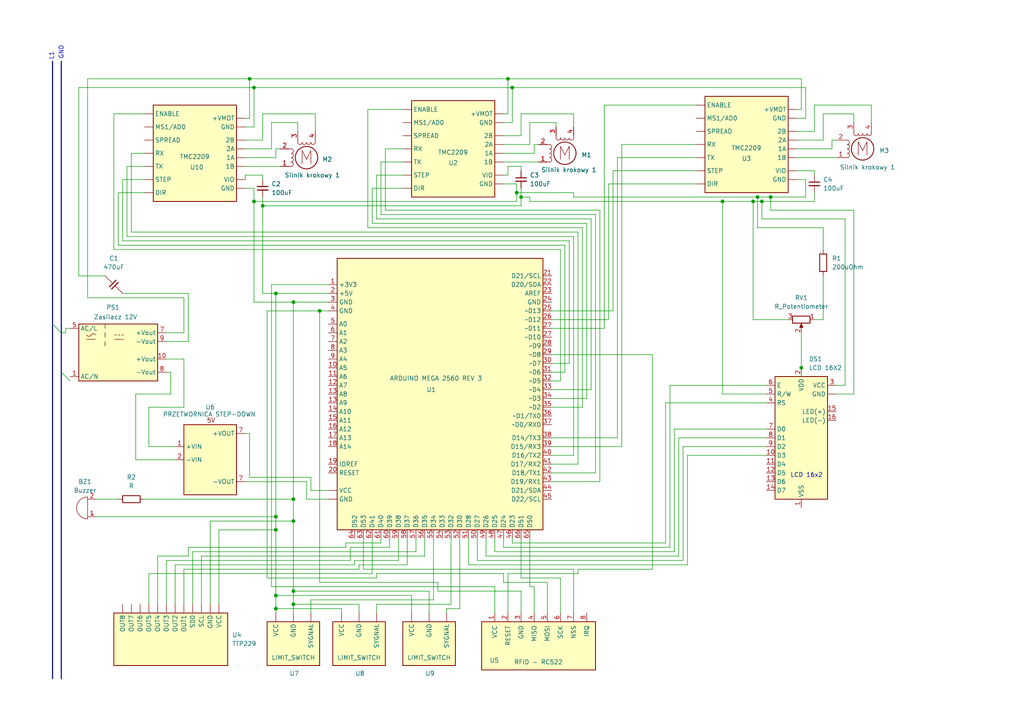
<source format=kicad_sch>
(kicad_sch
	(version 20231120)
	(generator "eeschema")
	(generator_version "8.0")
	(uuid "b051ab5c-2c74-46ed-b345-f0d8b0e6a882")
	(paper "A4")
	(title_block
		(title "Schemat podłączenia - Praca inżynierska")
		(company "Marcin Kowszewicz")
	)
	(lib_symbols
		(symbol "Converter_ACDC:HS-40012"
			(exclude_from_sim no)
			(in_bom yes)
			(on_board yes)
			(property "Reference" "PS1"
				(at 2.286 8.636 0)
				(effects
					(font
						(size 1.27 1.27)
					)
				)
			)
			(property "Value" "Zasilacz 12V"
				(at 3.048 5.842 0)
				(effects
					(font
						(size 1.27 1.27)
					)
				)
			)
			(property "Footprint" "Converter_ACDC:Converter_ACDC_Hahn_HS-400xx_THT"
				(at 0.254 -18.034 0)
				(effects
					(font
						(size 1.27 1.27)
					)
					(hide yes)
				)
			)
			(property "Datasheet" "http://www.tme.eu/de/Document/221b247820f4fbb72e0cbc1ee10acb85/HS40012.pdf"
				(at 1.27 -23.368 0)
				(effects
					(font
						(size 1.27 1.27)
					)
					(hide yes)
				)
			)
			(property "Description" "12V, 3W, AC-DC module power supply, Hahn"
				(at 0.254 -15.494 0)
				(effects
					(font
						(size 1.27 1.27)
					)
					(hide yes)
				)
			)
			(property "ki_keywords" "12V 3W AC-DC module power supply"
				(at 0 0 0)
				(effects
					(font
						(size 1.27 1.27)
					)
					(hide yes)
				)
			)
			(property "ki_fp_filters" "Converter*ACDC*Hahn*HS*400xx*"
				(at 0 0 0)
				(effects
					(font
						(size 1.27 1.27)
					)
					(hide yes)
				)
			)
			(symbol "HS-40012_0_1"
				(rectangle
					(start -7.62 3.81)
					(end 15.24 -12.7)
					(stroke
						(width 0.254)
						(type default)
					)
					(fill
						(type background)
					)
				)
				(arc
					(start -5.334 0.635)
					(mid -4.699 0.2495)
					(end -4.064 0.635)
					(stroke
						(width 0)
						(type default)
					)
					(fill
						(type none)
					)
				)
				(arc
					(start -2.794 0.635)
					(mid -3.429 1.0072)
					(end -4.064 0.635)
					(stroke
						(width 0)
						(type default)
					)
					(fill
						(type none)
					)
				)
				(polyline
					(pts
						(xy -5.334 -0.635) (xy -2.794 -0.635)
					)
					(stroke
						(width 0)
						(type default)
					)
					(fill
						(type none)
					)
				)
				(polyline
					(pts
						(xy 2.794 -0.635) (xy 5.334 -0.635)
					)
					(stroke
						(width 0)
						(type default)
					)
					(fill
						(type none)
					)
				)
				(polyline
					(pts
						(xy 2.794 0.635) (xy 3.302 0.635)
					)
					(stroke
						(width 0)
						(type default)
					)
					(fill
						(type none)
					)
				)
				(polyline
					(pts
						(xy 3.81 0.635) (xy 4.318 0.635)
					)
					(stroke
						(width 0)
						(type default)
					)
					(fill
						(type none)
					)
				)
				(polyline
					(pts
						(xy 4.826 0.635) (xy 5.334 0.635)
					)
					(stroke
						(width 0)
						(type default)
					)
					(fill
						(type none)
					)
				)
			)
			(symbol "HS-40012_1_1"
				(polyline
					(pts
						(xy 0 -1.27) (xy 0 -2.54)
					)
					(stroke
						(width 0)
						(type default)
					)
					(fill
						(type none)
					)
				)
				(polyline
					(pts
						(xy 0 1.27) (xy 0 0)
					)
					(stroke
						(width 0)
						(type default)
					)
					(fill
						(type none)
					)
				)
				(polyline
					(pts
						(xy 0 3.81) (xy 0 2.54)
					)
					(stroke
						(width 0)
						(type default)
					)
					(fill
						(type none)
					)
				)
				(pin power_in line
					(at -10.16 -11.43 0)
					(length 2.54)
					(name "AC/N"
						(effects
							(font
								(size 1.27 1.27)
							)
						)
					)
					(number "1"
						(effects
							(font
								(size 1.27 1.27)
							)
						)
					)
				)
				(pin power_out line
					(at 17.78 -6.35 180)
					(length 2.54)
					(name "+Vout"
						(effects
							(font
								(size 1.27 1.27)
							)
						)
					)
					(number "10"
						(effects
							(font
								(size 1.27 1.27)
							)
						)
					)
				)
				(pin power_in line
					(at -10.16 2.54 0)
					(length 2.54)
					(name "AC/L"
						(effects
							(font
								(size 1.27 1.27)
							)
						)
					)
					(number "5"
						(effects
							(font
								(size 1.27 1.27)
							)
						)
					)
				)
				(pin power_out line
					(at 17.78 1.27 180)
					(length 2.54)
					(name "+Vout"
						(effects
							(font
								(size 1.27 1.27)
							)
						)
					)
					(number "7"
						(effects
							(font
								(size 1.27 1.27)
							)
						)
					)
				)
				(pin power_out line
					(at 17.78 -10.16 180)
					(length 2.54)
					(name "-Vout"
						(effects
							(font
								(size 1.27 1.27)
							)
						)
					)
					(number "8"
						(effects
							(font
								(size 1.27 1.27)
							)
						)
					)
				)
				(pin power_out line
					(at 17.78 -1.27 180)
					(length 2.54)
					(name "-Vout"
						(effects
							(font
								(size 1.27 1.27)
							)
						)
					)
					(number "9"
						(effects
							(font
								(size 1.27 1.27)
							)
						)
					)
				)
			)
		)
		(symbol "Converter_DCDC:TPSM53603RDA"
			(exclude_from_sim no)
			(in_bom yes)
			(on_board yes)
			(property "Reference" "U6"
				(at 0 15.24 0)
				(effects
					(font
						(size 1.27 1.27)
					)
				)
			)
			(property "Value" "PRZETWORNICA STEP-DOWN"
				(at -0.254 13.208 0)
				(effects
					(font
						(size 1.27 1.27)
					)
				)
			)
			(property "Footprint" "Package_DFN_QFN:Texas_B3QFN-14-1EP_5x5.5mm_P0.65mm_ThermalVia"
				(at 0 17.78 0)
				(effects
					(font
						(size 1.27 1.27)
					)
					(justify left)
					(hide yes)
				)
			)
			(property "Datasheet" "https://www.ti.com/lit/ds/symlink/tpsm53603.pdf"
				(at 2.54 15.24 0)
				(effects
					(font
						(size 1.27 1.27)
					)
					(hide yes)
				)
			)
			(property "Description" "36-V, 3A input, stepdown, DC/DC converter, Texas B3QFN-14"
				(at 7.62 24.892 0)
				(effects
					(font
						(size 1.27 1.27)
					)
					(hide yes)
				)
			)
			(property "ki_keywords" "step down DCDC converter regulator"
				(at 0 0 0)
				(effects
					(font
						(size 1.27 1.27)
					)
					(hide yes)
				)
			)
			(property "ki_fp_filters" "Texas*B3QFN*1EP*5x5.5mm*P0.65mm*"
				(at 0 0 0)
				(effects
					(font
						(size 1.27 1.27)
					)
					(hide yes)
				)
			)
			(symbol "TPSM53603RDA_0_1"
				(rectangle
					(start -7.62 10.16)
					(end 7.62 -10.16)
					(stroke
						(width 0.254)
						(type default)
					)
					(fill
						(type background)
					)
				)
			)
			(symbol "TPSM53603RDA_1_1"
				(text "5V\n"
					(at 0.254 11.43 0)
					(effects
						(font
							(size 1.27 1.27)
						)
					)
				)
				(pin power_in line
					(at -10.16 3.81 0)
					(length 2.54)
					(name "+VIN"
						(effects
							(font
								(size 1.27 1.27)
							)
						)
					)
					(number "1"
						(effects
							(font
								(size 1.27 1.27)
							)
						)
					)
				)
				(pin passive line
					(at -10.16 7.62 0)
					(length 2.54) hide
					(name "VIN"
						(effects
							(font
								(size 1.27 1.27)
							)
						)
					)
					(number "14"
						(effects
							(font
								(size 1.27 1.27)
							)
						)
					)
				)
				(pin input line
					(at -10.16 0 0)
					(length 2.54)
					(name "-VIN"
						(effects
							(font
								(size 1.27 1.27)
							)
						)
					)
					(number "2"
						(effects
							(font
								(size 1.27 1.27)
							)
						)
					)
				)
				(pin no_connect line
					(at -7.62 2.54 0)
					(length 2.54) hide
					(name "DNC"
						(effects
							(font
								(size 1.27 1.27)
							)
						)
					)
					(number "4"
						(effects
							(font
								(size 1.27 1.27)
							)
						)
					)
				)
				(pin power_out line
					(at 10.16 7.62 180)
					(length 2.54)
					(name "+VOUT"
						(effects
							(font
								(size 1.27 1.27)
							)
						)
					)
					(number "7"
						(effects
							(font
								(size 1.27 1.27)
							)
						)
					)
				)
				(pin power_out line
					(at 10.16 -6.35 180)
					(length 2.54)
					(name "-VOUT"
						(effects
							(font
								(size 1.27 1.27)
							)
						)
					)
					(number "7"
						(effects
							(font
								(size 1.27 1.27)
							)
						)
					)
				)
				(pin passive line
					(at 10.16 7.62 180)
					(length 2.54) hide
					(name "VOUT"
						(effects
							(font
								(size 1.27 1.27)
							)
						)
					)
					(number "8"
						(effects
							(font
								(size 1.27 1.27)
							)
						)
					)
				)
			)
		)
		(symbol "Device:Buzzer"
			(pin_names
				(offset 0.0254) hide)
			(exclude_from_sim no)
			(in_bom yes)
			(on_board yes)
			(property "Reference" "BZ"
				(at 3.81 1.27 0)
				(effects
					(font
						(size 1.27 1.27)
					)
					(justify left)
				)
			)
			(property "Value" "Buzzer"
				(at 3.81 -1.27 0)
				(effects
					(font
						(size 1.27 1.27)
					)
					(justify left)
				)
			)
			(property "Footprint" ""
				(at -0.635 2.54 90)
				(effects
					(font
						(size 1.27 1.27)
					)
					(hide yes)
				)
			)
			(property "Datasheet" "~"
				(at -0.635 2.54 90)
				(effects
					(font
						(size 1.27 1.27)
					)
					(hide yes)
				)
			)
			(property "Description" "Buzzer, polarized"
				(at 0 0 0)
				(effects
					(font
						(size 1.27 1.27)
					)
					(hide yes)
				)
			)
			(property "ki_keywords" "quartz resonator ceramic"
				(at 0 0 0)
				(effects
					(font
						(size 1.27 1.27)
					)
					(hide yes)
				)
			)
			(property "ki_fp_filters" "*Buzzer*"
				(at 0 0 0)
				(effects
					(font
						(size 1.27 1.27)
					)
					(hide yes)
				)
			)
			(symbol "Buzzer_0_1"
				(arc
					(start 0 -3.175)
					(mid 3.1612 0)
					(end 0 3.175)
					(stroke
						(width 0)
						(type default)
					)
					(fill
						(type none)
					)
				)
				(polyline
					(pts
						(xy -1.651 1.905) (xy -1.143 1.905)
					)
					(stroke
						(width 0)
						(type default)
					)
					(fill
						(type none)
					)
				)
				(polyline
					(pts
						(xy -1.397 2.159) (xy -1.397 1.651)
					)
					(stroke
						(width 0)
						(type default)
					)
					(fill
						(type none)
					)
				)
				(polyline
					(pts
						(xy 0 3.175) (xy 0 -3.175)
					)
					(stroke
						(width 0)
						(type default)
					)
					(fill
						(type none)
					)
				)
			)
			(symbol "Buzzer_1_1"
				(pin passive line
					(at -2.54 2.54 0)
					(length 2.54)
					(name "+"
						(effects
							(font
								(size 1.27 1.27)
							)
						)
					)
					(number "1"
						(effects
							(font
								(size 1.27 1.27)
							)
						)
					)
				)
				(pin passive line
					(at -2.54 -2.54 0)
					(length 2.54)
					(name "-"
						(effects
							(font
								(size 1.27 1.27)
							)
						)
					)
					(number "2"
						(effects
							(font
								(size 1.27 1.27)
							)
						)
					)
				)
			)
		)
		(symbol "Device:C_45deg"
			(pin_numbers hide)
			(pin_names
				(offset 0)
			)
			(exclude_from_sim no)
			(in_bom yes)
			(on_board yes)
			(property "Reference" "C"
				(at 3.81 2.54 0)
				(effects
					(font
						(size 1.27 1.27)
					)
				)
			)
			(property "Value" "C_45deg"
				(at 6.35 0 0)
				(effects
					(font
						(size 1.27 1.27)
					)
				)
			)
			(property "Footprint" ""
				(at 0 1.778 0)
				(effects
					(font
						(size 1.27 1.27)
					)
					(hide yes)
				)
			)
			(property "Datasheet" "~"
				(at 0 0 0)
				(effects
					(font
						(size 1.27 1.27)
					)
					(hide yes)
				)
			)
			(property "Description" "Unpolarized capacitor, rotated by 45°"
				(at 0 0 0)
				(effects
					(font
						(size 1.27 1.27)
					)
					(hide yes)
				)
			)
			(property "ki_keywords" "capacitor cap"
				(at 0 0 0)
				(effects
					(font
						(size 1.27 1.27)
					)
					(hide yes)
				)
			)
			(property "ki_fp_filters" "R_*"
				(at 0 0 0)
				(effects
					(font
						(size 1.27 1.27)
					)
					(hide yes)
				)
			)
			(symbol "C_45deg_0_1"
				(polyline
					(pts
						(xy -2.54 2.54) (xy -0.381 0.381)
					)
					(stroke
						(width 0)
						(type default)
					)
					(fill
						(type none)
					)
				)
				(polyline
					(pts
						(xy 2.54 -2.54) (xy 0.381 -0.381)
					)
					(stroke
						(width 0)
						(type default)
					)
					(fill
						(type none)
					)
				)
			)
			(symbol "C_45deg_1_1"
				(polyline
					(pts
						(xy 0.635 1.27) (xy -1.27 -0.635)
					)
					(stroke
						(width 0.3048)
						(type default)
					)
					(fill
						(type none)
					)
				)
				(polyline
					(pts
						(xy 1.27 0.635) (xy -0.635 -1.27)
					)
					(stroke
						(width 0.3048)
						(type default)
					)
					(fill
						(type none)
					)
				)
				(pin passive line
					(at 2.54 -2.54 180)
					(length 0)
					(name "~"
						(effects
							(font
								(size 1.27 1.27)
							)
						)
					)
					(number "1"
						(effects
							(font
								(size 1.27 1.27)
							)
						)
					)
				)
				(pin passive line
					(at -2.54 2.54 0)
					(length 0)
					(name "~"
						(effects
							(font
								(size 1.27 1.27)
							)
						)
					)
					(number "2"
						(effects
							(font
								(size 1.27 1.27)
							)
						)
					)
				)
			)
		)
		(symbol "Device:C_Small"
			(pin_numbers hide)
			(pin_names
				(offset 0.254) hide)
			(exclude_from_sim no)
			(in_bom yes)
			(on_board yes)
			(property "Reference" "C"
				(at 0.254 1.778 0)
				(effects
					(font
						(size 1.27 1.27)
					)
					(justify left)
				)
			)
			(property "Value" "C_Small"
				(at 0.254 -2.032 0)
				(effects
					(font
						(size 1.27 1.27)
					)
					(justify left)
				)
			)
			(property "Footprint" ""
				(at 0 0 0)
				(effects
					(font
						(size 1.27 1.27)
					)
					(hide yes)
				)
			)
			(property "Datasheet" "~"
				(at 0 0 0)
				(effects
					(font
						(size 1.27 1.27)
					)
					(hide yes)
				)
			)
			(property "Description" "Unpolarized capacitor, small symbol"
				(at 0 0 0)
				(effects
					(font
						(size 1.27 1.27)
					)
					(hide yes)
				)
			)
			(property "ki_keywords" "capacitor cap"
				(at 0 0 0)
				(effects
					(font
						(size 1.27 1.27)
					)
					(hide yes)
				)
			)
			(property "ki_fp_filters" "C_*"
				(at 0 0 0)
				(effects
					(font
						(size 1.27 1.27)
					)
					(hide yes)
				)
			)
			(symbol "C_Small_0_1"
				(polyline
					(pts
						(xy -1.524 -0.508) (xy 1.524 -0.508)
					)
					(stroke
						(width 0.3302)
						(type default)
					)
					(fill
						(type none)
					)
				)
				(polyline
					(pts
						(xy -1.524 0.508) (xy 1.524 0.508)
					)
					(stroke
						(width 0.3048)
						(type default)
					)
					(fill
						(type none)
					)
				)
			)
			(symbol "C_Small_1_1"
				(pin passive line
					(at 0 2.54 270)
					(length 2.032)
					(name "~"
						(effects
							(font
								(size 1.27 1.27)
							)
						)
					)
					(number "1"
						(effects
							(font
								(size 1.27 1.27)
							)
						)
					)
				)
				(pin passive line
					(at 0 -2.54 90)
					(length 2.032)
					(name "~"
						(effects
							(font
								(size 1.27 1.27)
							)
						)
					)
					(number "2"
						(effects
							(font
								(size 1.27 1.27)
							)
						)
					)
				)
			)
		)
		(symbol "Device:R"
			(pin_numbers hide)
			(pin_names
				(offset 0)
			)
			(exclude_from_sim no)
			(in_bom yes)
			(on_board yes)
			(property "Reference" "R"
				(at 2.032 0 90)
				(effects
					(font
						(size 1.27 1.27)
					)
				)
			)
			(property "Value" "R"
				(at 0 0 90)
				(effects
					(font
						(size 1.27 1.27)
					)
				)
			)
			(property "Footprint" ""
				(at -1.778 0 90)
				(effects
					(font
						(size 1.27 1.27)
					)
					(hide yes)
				)
			)
			(property "Datasheet" "~"
				(at 0 0 0)
				(effects
					(font
						(size 1.27 1.27)
					)
					(hide yes)
				)
			)
			(property "Description" "Resistor"
				(at 0 0 0)
				(effects
					(font
						(size 1.27 1.27)
					)
					(hide yes)
				)
			)
			(property "ki_keywords" "R res resistor"
				(at 0 0 0)
				(effects
					(font
						(size 1.27 1.27)
					)
					(hide yes)
				)
			)
			(property "ki_fp_filters" "R_*"
				(at 0 0 0)
				(effects
					(font
						(size 1.27 1.27)
					)
					(hide yes)
				)
			)
			(symbol "R_0_1"
				(rectangle
					(start -1.016 -2.54)
					(end 1.016 2.54)
					(stroke
						(width 0.254)
						(type default)
					)
					(fill
						(type none)
					)
				)
			)
			(symbol "R_1_1"
				(pin passive line
					(at 0 3.81 270)
					(length 1.27)
					(name "~"
						(effects
							(font
								(size 1.27 1.27)
							)
						)
					)
					(number "1"
						(effects
							(font
								(size 1.27 1.27)
							)
						)
					)
				)
				(pin passive line
					(at 0 -3.81 90)
					(length 1.27)
					(name "~"
						(effects
							(font
								(size 1.27 1.27)
							)
						)
					)
					(number "2"
						(effects
							(font
								(size 1.27 1.27)
							)
						)
					)
				)
			)
		)
		(symbol "Device:R_Potentiometer"
			(pin_names
				(offset 1.016) hide)
			(exclude_from_sim no)
			(in_bom yes)
			(on_board yes)
			(property "Reference" "RV"
				(at -4.445 0 90)
				(effects
					(font
						(size 1.27 1.27)
					)
				)
			)
			(property "Value" "R_Potentiometer"
				(at -2.54 0 90)
				(effects
					(font
						(size 1.27 1.27)
					)
				)
			)
			(property "Footprint" ""
				(at 0 0 0)
				(effects
					(font
						(size 1.27 1.27)
					)
					(hide yes)
				)
			)
			(property "Datasheet" "~"
				(at 0 0 0)
				(effects
					(font
						(size 1.27 1.27)
					)
					(hide yes)
				)
			)
			(property "Description" "Potentiometer"
				(at 0 0 0)
				(effects
					(font
						(size 1.27 1.27)
					)
					(hide yes)
				)
			)
			(property "ki_keywords" "resistor variable"
				(at 0 0 0)
				(effects
					(font
						(size 1.27 1.27)
					)
					(hide yes)
				)
			)
			(property "ki_fp_filters" "Potentiometer*"
				(at 0 0 0)
				(effects
					(font
						(size 1.27 1.27)
					)
					(hide yes)
				)
			)
			(symbol "R_Potentiometer_0_1"
				(polyline
					(pts
						(xy 2.54 0) (xy 1.524 0)
					)
					(stroke
						(width 0)
						(type default)
					)
					(fill
						(type none)
					)
				)
				(polyline
					(pts
						(xy 1.143 0) (xy 2.286 0.508) (xy 2.286 -0.508) (xy 1.143 0)
					)
					(stroke
						(width 0)
						(type default)
					)
					(fill
						(type outline)
					)
				)
				(rectangle
					(start 1.016 2.54)
					(end -1.016 -2.54)
					(stroke
						(width 0.254)
						(type default)
					)
					(fill
						(type none)
					)
				)
			)
			(symbol "R_Potentiometer_1_1"
				(pin passive line
					(at 0 3.81 270)
					(length 1.27)
					(name "1"
						(effects
							(font
								(size 1.27 1.27)
							)
						)
					)
					(number "1"
						(effects
							(font
								(size 1.27 1.27)
							)
						)
					)
				)
				(pin passive line
					(at 3.81 0 180)
					(length 1.27)
					(name "2"
						(effects
							(font
								(size 1.27 1.27)
							)
						)
					)
					(number "2"
						(effects
							(font
								(size 1.27 1.27)
							)
						)
					)
				)
				(pin passive line
					(at 0 -3.81 90)
					(length 1.27)
					(name "3"
						(effects
							(font
								(size 1.27 1.27)
							)
						)
					)
					(number "3"
						(effects
							(font
								(size 1.27 1.27)
							)
						)
					)
				)
			)
		)
		(symbol "Display_Character:WC1602A"
			(exclude_from_sim no)
			(in_bom yes)
			(on_board yes)
			(property "Reference" "DS1"
				(at 2.1941 22.86 0)
				(effects
					(font
						(size 1.27 1.27)
					)
					(justify left)
				)
			)
			(property "Value" "LCD 16X2"
				(at 2.1941 20.32 0)
				(effects
					(font
						(size 1.27 1.27)
					)
					(justify left)
				)
			)
			(property "Footprint" "Display:WC1602A"
				(at 0 -22.86 0)
				(effects
					(font
						(size 1.27 1.27)
						(italic yes)
					)
					(hide yes)
				)
			)
			(property "Datasheet" "http://www.wincomlcd.com/pdf/WC1602A-SFYLYHTC06.pdf"
				(at 17.78 0 0)
				(effects
					(font
						(size 1.27 1.27)
					)
					(hide yes)
				)
			)
			(property "Description" "LCD 16x2 Alphanumeric , 8 bit parallel bus, 5V VDD"
				(at 0 0 0)
				(effects
					(font
						(size 1.27 1.27)
					)
					(hide yes)
				)
			)
			(property "ki_keywords" "display LCD dot-matrix"
				(at 0 0 0)
				(effects
					(font
						(size 1.27 1.27)
					)
					(hide yes)
				)
			)
			(property "ki_fp_filters" "*WC*1602A*"
				(at 0 0 0)
				(effects
					(font
						(size 1.27 1.27)
					)
					(hide yes)
				)
			)
			(symbol "WC1602A_1_1"
				(rectangle
					(start -7.62 17.78)
					(end 7.62 -17.78)
					(stroke
						(width 0.254)
						(type default)
					)
					(fill
						(type background)
					)
				)
				(pin power_in line
					(at 10.16 12.7 180)
					(length 2.54)
					(name "GND"
						(effects
							(font
								(size 1.27 1.27)
							)
						)
					)
					(number ""
						(effects
							(font
								(size 1.27 1.27)
							)
						)
					)
				)
				(pin power_in line
					(at 0 -20.32 90)
					(length 2.54)
					(name "VSS"
						(effects
							(font
								(size 1.27 1.27)
							)
						)
					)
					(number "1"
						(effects
							(font
								(size 1.27 1.27)
							)
						)
					)
				)
				(pin input line
					(at -10.16 -5.08 0)
					(length 2.54)
					(name "D3"
						(effects
							(font
								(size 1.27 1.27)
							)
						)
					)
					(number "10"
						(effects
							(font
								(size 1.27 1.27)
							)
						)
					)
				)
				(pin input line
					(at -10.16 -7.62 0)
					(length 2.54)
					(name "D4"
						(effects
							(font
								(size 1.27 1.27)
							)
						)
					)
					(number "11"
						(effects
							(font
								(size 1.27 1.27)
							)
						)
					)
				)
				(pin input line
					(at -10.16 -10.16 0)
					(length 2.54)
					(name "D5"
						(effects
							(font
								(size 1.27 1.27)
							)
						)
					)
					(number "12"
						(effects
							(font
								(size 1.27 1.27)
							)
						)
					)
				)
				(pin input line
					(at -10.16 -12.7 0)
					(length 2.54)
					(name "D6"
						(effects
							(font
								(size 1.27 1.27)
							)
						)
					)
					(number "13"
						(effects
							(font
								(size 1.27 1.27)
							)
						)
					)
				)
				(pin input line
					(at -10.16 -15.24 0)
					(length 2.54)
					(name "D7"
						(effects
							(font
								(size 1.27 1.27)
							)
						)
					)
					(number "14"
						(effects
							(font
								(size 1.27 1.27)
							)
						)
					)
				)
				(pin power_in line
					(at 10.16 7.62 180)
					(length 2.54)
					(name "LED(+)"
						(effects
							(font
								(size 1.27 1.27)
							)
						)
					)
					(number "15"
						(effects
							(font
								(size 1.27 1.27)
							)
						)
					)
				)
				(pin power_in line
					(at 10.16 5.08 180)
					(length 2.54)
					(name "LED(-)"
						(effects
							(font
								(size 1.27 1.27)
							)
						)
					)
					(number "16"
						(effects
							(font
								(size 1.27 1.27)
							)
						)
					)
				)
				(pin power_in line
					(at 0 20.32 270)
					(length 2.54)
					(name "VDD"
						(effects
							(font
								(size 1.27 1.27)
							)
						)
					)
					(number "2"
						(effects
							(font
								(size 1.27 1.27)
							)
						)
					)
				)
				(pin input line
					(at 10.16 15.24 180)
					(length 2.54)
					(name "VCC"
						(effects
							(font
								(size 1.27 1.27)
							)
						)
					)
					(number "3"
						(effects
							(font
								(size 1.27 1.27)
							)
						)
					)
				)
				(pin input line
					(at -10.16 10.16 0)
					(length 2.54)
					(name "RS"
						(effects
							(font
								(size 1.27 1.27)
							)
						)
					)
					(number "4"
						(effects
							(font
								(size 1.27 1.27)
							)
						)
					)
				)
				(pin input line
					(at -10.16 12.7 0)
					(length 2.54)
					(name "R/W"
						(effects
							(font
								(size 1.27 1.27)
							)
						)
					)
					(number "5"
						(effects
							(font
								(size 1.27 1.27)
							)
						)
					)
				)
				(pin input line
					(at -10.16 15.24 0)
					(length 2.54)
					(name "E"
						(effects
							(font
								(size 1.27 1.27)
							)
						)
					)
					(number "6"
						(effects
							(font
								(size 1.27 1.27)
							)
						)
					)
				)
				(pin input line
					(at -10.16 2.54 0)
					(length 2.54)
					(name "D0"
						(effects
							(font
								(size 1.27 1.27)
							)
						)
					)
					(number "7"
						(effects
							(font
								(size 1.27 1.27)
							)
						)
					)
				)
				(pin input line
					(at -10.16 0 0)
					(length 2.54)
					(name "D1"
						(effects
							(font
								(size 1.27 1.27)
							)
						)
					)
					(number "8"
						(effects
							(font
								(size 1.27 1.27)
							)
						)
					)
				)
				(pin input line
					(at -10.16 -2.54 0)
					(length 2.54)
					(name "D2"
						(effects
							(font
								(size 1.27 1.27)
							)
						)
					)
					(number "9"
						(effects
							(font
								(size 1.27 1.27)
							)
						)
					)
				)
			)
		)
		(symbol "MCU_Microchip_ATmega:ATmega2561-16A"
			(exclude_from_sim no)
			(in_bom yes)
			(on_board yes)
			(property "Reference" "U1"
				(at 11.938 7.62 0)
				(effects
					(font
						(size 1.27 1.27)
					)
					(justify left)
				)
			)
			(property "Value" "ARDUINO MEGA 2560 REV 3"
				(at 1.27 10.922 0)
				(effects
					(font
						(size 1.27 1.27)
					)
					(justify left)
				)
			)
			(property "Footprint" "Package_QFP:TQFP-64_14x14mm_P0.8mm"
				(at -6.858 -120.904 0)
				(effects
					(font
						(size 1.27 1.27)
						(italic yes)
					)
					(hide yes)
				)
			)
			(property "Datasheet" "http://ww1.microchip.com/downloads/en/DeviceDoc/Atmel-2549-8-bit-AVR-Microcontroller-ATmega640-1280-1281-2560-2561_datasheet.pdf"
				(at -6.858 -120.904 0)
				(effects
					(font
						(size 1.27 1.27)
					)
					(hide yes)
				)
			)
			(property "Description" "16MHz, 256kB Flash, 8kB SRAM, 4kB EEPROM, JTAG, TQFP-64"
				(at -6.858 -120.904 0)
				(effects
					(font
						(size 1.27 1.27)
					)
					(hide yes)
				)
			)
			(property "ki_keywords" "AVR 8bit Microcontroller MegaAVR"
				(at 0 0 0)
				(effects
					(font
						(size 1.27 1.27)
					)
					(hide yes)
				)
			)
			(property "ki_fp_filters" "TQFP*14x14mm*P0.8mm*"
				(at 0 0 0)
				(effects
					(font
						(size 1.27 1.27)
					)
					(hide yes)
				)
			)
			(symbol "ATmega2561-16A_0_1"
				(rectangle
					(start -13.97 45.72)
					(end 45.72 -33.02)
					(stroke
						(width 0.254)
						(type default)
					)
					(fill
						(type background)
					)
				)
			)
			(symbol "ATmega2561-16A_1_1"
				(pin passive line
					(at -16.51 -24.13 0)
					(length 2.54)
					(name "GND"
						(effects
							(font
								(size 1.27 1.27)
							)
						)
					)
					(number ""
						(effects
							(font
								(size 1.27 1.27)
							)
						)
					)
				)
				(pin passive line
					(at -16.51 -21.59 0)
					(length 2.54)
					(name "VCC"
						(effects
							(font
								(size 1.27 1.27)
							)
						)
					)
					(number ""
						(effects
							(font
								(size 1.27 1.27)
							)
						)
					)
				)
				(pin input line
					(at -16.51 38.1 0)
					(length 2.54)
					(name "+3V3"
						(effects
							(font
								(size 1.27 1.27)
							)
						)
					)
					(number "1"
						(effects
							(font
								(size 1.27 1.27)
							)
						)
					)
				)
				(pin bidirectional line
					(at -16.51 13.97 0)
					(length 2.54)
					(name "A5"
						(effects
							(font
								(size 1.27 1.27)
							)
						)
					)
					(number "10"
						(effects
							(font
								(size 1.27 1.27)
							)
						)
					)
				)
				(pin bidirectional line
					(at -16.51 11.43 0)
					(length 2.54)
					(name "A6"
						(effects
							(font
								(size 1.27 1.27)
							)
						)
					)
					(number "11"
						(effects
							(font
								(size 1.27 1.27)
							)
						)
					)
				)
				(pin bidirectional line
					(at -16.51 8.89 0)
					(length 2.54)
					(name "A7"
						(effects
							(font
								(size 1.27 1.27)
							)
						)
					)
					(number "12"
						(effects
							(font
								(size 1.27 1.27)
							)
						)
					)
				)
				(pin bidirectional line
					(at -16.51 6.35 0)
					(length 2.54)
					(name "A8"
						(effects
							(font
								(size 1.27 1.27)
							)
						)
					)
					(number "13"
						(effects
							(font
								(size 1.27 1.27)
							)
						)
					)
				)
				(pin bidirectional line
					(at -16.51 3.81 0)
					(length 2.54)
					(name "A9"
						(effects
							(font
								(size 1.27 1.27)
							)
						)
					)
					(number "13"
						(effects
							(font
								(size 1.27 1.27)
							)
						)
					)
				)
				(pin bidirectional line
					(at -16.51 1.27 0)
					(length 2.54)
					(name "A10"
						(effects
							(font
								(size 1.27 1.27)
							)
						)
					)
					(number "14"
						(effects
							(font
								(size 1.27 1.27)
							)
						)
					)
				)
				(pin bidirectional line
					(at -16.51 -1.27 0)
					(length 2.54)
					(name "A11"
						(effects
							(font
								(size 1.27 1.27)
							)
						)
					)
					(number "15"
						(effects
							(font
								(size 1.27 1.27)
							)
						)
					)
				)
				(pin bidirectional line
					(at -16.51 -3.81 0)
					(length 2.54)
					(name "A12"
						(effects
							(font
								(size 1.27 1.27)
							)
						)
					)
					(number "16"
						(effects
							(font
								(size 1.27 1.27)
							)
						)
					)
				)
				(pin bidirectional line
					(at -16.51 -6.35 0)
					(length 2.54)
					(name "A13"
						(effects
							(font
								(size 1.27 1.27)
							)
						)
					)
					(number "17"
						(effects
							(font
								(size 1.27 1.27)
							)
						)
					)
				)
				(pin bidirectional line
					(at -16.51 -8.89 0)
					(length 2.54)
					(name "A14"
						(effects
							(font
								(size 1.27 1.27)
							)
						)
					)
					(number "18"
						(effects
							(font
								(size 1.27 1.27)
							)
						)
					)
				)
				(pin bidirectional line
					(at -16.51 -13.97 0)
					(length 2.54)
					(name "IOREF"
						(effects
							(font
								(size 1.27 1.27)
							)
						)
					)
					(number "19"
						(effects
							(font
								(size 1.27 1.27)
							)
						)
					)
				)
				(pin input line
					(at -16.51 35.56 0)
					(length 2.54)
					(name "+5V"
						(effects
							(font
								(size 1.27 1.27)
							)
						)
					)
					(number "2"
						(effects
							(font
								(size 1.27 1.27)
							)
						)
					)
				)
				(pin bidirectional line
					(at -16.51 -16.51 0)
					(length 2.54)
					(name "RESET"
						(effects
							(font
								(size 1.27 1.27)
							)
						)
					)
					(number "20"
						(effects
							(font
								(size 1.27 1.27)
							)
						)
					)
				)
				(pin bidirectional line
					(at 48.26 40.64 180)
					(length 2.54)
					(name "D21/SCL"
						(effects
							(font
								(size 1.27 1.27)
							)
						)
					)
					(number "21"
						(effects
							(font
								(size 1.27 1.27)
							)
						)
					)
				)
				(pin bidirectional line
					(at 48.26 38.1 180)
					(length 2.54)
					(name "D20/SDA"
						(effects
							(font
								(size 1.27 1.27)
							)
						)
					)
					(number "22"
						(effects
							(font
								(size 1.27 1.27)
							)
						)
					)
				)
				(pin bidirectional line
					(at 48.26 35.56 180)
					(length 2.54)
					(name "AREF"
						(effects
							(font
								(size 1.27 1.27)
							)
						)
					)
					(number "23"
						(effects
							(font
								(size 1.27 1.27)
							)
						)
					)
				)
				(pin bidirectional line
					(at 48.26 33.02 180)
					(length 2.54)
					(name "GND"
						(effects
							(font
								(size 1.27 1.27)
							)
						)
					)
					(number "24"
						(effects
							(font
								(size 1.27 1.27)
							)
						)
					)
				)
				(pin bidirectional line
					(at 48.26 30.48 180)
					(length 2.54)
					(name "~D13"
						(effects
							(font
								(size 1.27 1.27)
							)
						)
					)
					(number "25"
						(effects
							(font
								(size 1.27 1.27)
							)
						)
					)
				)
				(pin bidirectional line
					(at 48.26 27.94 180)
					(length 2.54)
					(name "~D12"
						(effects
							(font
								(size 1.27 1.27)
							)
						)
					)
					(number "26"
						(effects
							(font
								(size 1.27 1.27)
							)
						)
					)
				)
				(pin bidirectional line
					(at 48.26 22.86 180)
					(length 2.54)
					(name "~D10"
						(effects
							(font
								(size 1.27 1.27)
							)
						)
					)
					(number "27"
						(effects
							(font
								(size 1.27 1.27)
							)
						)
					)
				)
				(pin bidirectional line
					(at 48.26 25.4 180)
					(length 2.54)
					(name "~D11"
						(effects
							(font
								(size 1.27 1.27)
							)
						)
					)
					(number "27"
						(effects
							(font
								(size 1.27 1.27)
							)
						)
					)
				)
				(pin bidirectional line
					(at 48.26 20.32 180)
					(length 2.54)
					(name "~D9"
						(effects
							(font
								(size 1.27 1.27)
							)
						)
					)
					(number "28"
						(effects
							(font
								(size 1.27 1.27)
							)
						)
					)
				)
				(pin bidirectional line
					(at 48.26 17.78 180)
					(length 2.54)
					(name "~D8"
						(effects
							(font
								(size 1.27 1.27)
							)
						)
					)
					(number "29"
						(effects
							(font
								(size 1.27 1.27)
							)
						)
					)
				)
				(pin input line
					(at -16.51 33.02 0)
					(length 2.54)
					(name "GND"
						(effects
							(font
								(size 1.27 1.27)
							)
						)
					)
					(number "3"
						(effects
							(font
								(size 1.27 1.27)
							)
						)
					)
				)
				(pin bidirectional line
					(at 48.26 15.24 180)
					(length 2.54)
					(name "~D7"
						(effects
							(font
								(size 1.27 1.27)
							)
						)
					)
					(number "30"
						(effects
							(font
								(size 1.27 1.27)
							)
						)
					)
				)
				(pin bidirectional line
					(at 48.26 12.7 180)
					(length 2.54)
					(name "~D6"
						(effects
							(font
								(size 1.27 1.27)
							)
						)
					)
					(number "31"
						(effects
							(font
								(size 1.27 1.27)
							)
						)
					)
				)
				(pin bidirectional line
					(at 48.26 10.16 180)
					(length 2.54)
					(name "~D5"
						(effects
							(font
								(size 1.27 1.27)
							)
						)
					)
					(number "32"
						(effects
							(font
								(size 1.27 1.27)
							)
						)
					)
				)
				(pin bidirectional line
					(at 48.26 7.62 180)
					(length 2.54)
					(name "~D4"
						(effects
							(font
								(size 1.27 1.27)
							)
						)
					)
					(number "33"
						(effects
							(font
								(size 1.27 1.27)
							)
						)
					)
				)
				(pin bidirectional line
					(at 48.26 5.08 180)
					(length 2.54)
					(name "~D3"
						(effects
							(font
								(size 1.27 1.27)
							)
						)
					)
					(number "34"
						(effects
							(font
								(size 1.27 1.27)
							)
						)
					)
				)
				(pin bidirectional line
					(at 48.26 2.54 180)
					(length 2.54)
					(name "~D2"
						(effects
							(font
								(size 1.27 1.27)
							)
						)
					)
					(number "35"
						(effects
							(font
								(size 1.27 1.27)
							)
						)
					)
				)
				(pin bidirectional line
					(at 48.26 0 180)
					(length 2.54)
					(name "~D1/TX0"
						(effects
							(font
								(size 1.27 1.27)
							)
						)
					)
					(number "36"
						(effects
							(font
								(size 1.27 1.27)
							)
						)
					)
				)
				(pin bidirectional line
					(at 48.26 -2.54 180)
					(length 2.54)
					(name "~D0/RX0"
						(effects
							(font
								(size 1.27 1.27)
							)
						)
					)
					(number "37"
						(effects
							(font
								(size 1.27 1.27)
							)
						)
					)
				)
				(pin bidirectional line
					(at 48.26 -6.35 180)
					(length 2.54)
					(name "D14/TX3"
						(effects
							(font
								(size 1.27 1.27)
							)
						)
					)
					(number "38"
						(effects
							(font
								(size 1.27 1.27)
							)
						)
					)
				)
				(pin bidirectional line
					(at 48.26 -8.89 180)
					(length 2.54)
					(name "D15/RX3"
						(effects
							(font
								(size 1.27 1.27)
							)
						)
					)
					(number "39"
						(effects
							(font
								(size 1.27 1.27)
							)
						)
					)
				)
				(pin input line
					(at -16.51 30.48 0)
					(length 2.54)
					(name "GND"
						(effects
							(font
								(size 1.27 1.27)
							)
						)
					)
					(number "4"
						(effects
							(font
								(size 1.27 1.27)
							)
						)
					)
				)
				(pin bidirectional line
					(at 48.26 -11.43 180)
					(length 2.54)
					(name "D16/TX2"
						(effects
							(font
								(size 1.27 1.27)
							)
						)
					)
					(number "40"
						(effects
							(font
								(size 1.27 1.27)
							)
						)
					)
				)
				(pin bidirectional line
					(at 48.26 -13.97 180)
					(length 2.54)
					(name "D17/RX2"
						(effects
							(font
								(size 1.27 1.27)
							)
						)
					)
					(number "41"
						(effects
							(font
								(size 1.27 1.27)
							)
						)
					)
				)
				(pin bidirectional line
					(at 48.26 -16.51 180)
					(length 2.54)
					(name "D18/TX1"
						(effects
							(font
								(size 1.27 1.27)
							)
						)
					)
					(number "42"
						(effects
							(font
								(size 1.27 1.27)
							)
						)
					)
				)
				(pin bidirectional line
					(at 48.26 -19.05 180)
					(length 2.54)
					(name "D19/RX1"
						(effects
							(font
								(size 1.27 1.27)
							)
						)
					)
					(number "43"
						(effects
							(font
								(size 1.27 1.27)
							)
						)
					)
				)
				(pin bidirectional line
					(at 48.26 -21.59 180)
					(length 2.54)
					(name "D21/SDA"
						(effects
							(font
								(size 1.27 1.27)
							)
						)
					)
					(number "44"
						(effects
							(font
								(size 1.27 1.27)
							)
						)
					)
				)
				(pin bidirectional line
					(at 48.26 -24.13 180)
					(length 2.54)
					(name "D22/SCL"
						(effects
							(font
								(size 1.27 1.27)
							)
						)
					)
					(number "45"
						(effects
							(font
								(size 1.27 1.27)
							)
						)
					)
				)
				(pin bidirectional line
					(at 36.83 -35.56 90)
					(length 2.54)
					(name "D23"
						(effects
							(font
								(size 1.27 1.27)
							)
						)
					)
					(number "46"
						(effects
							(font
								(size 1.27 1.27)
							)
						)
					)
				)
				(pin bidirectional line
					(at 34.29 -35.56 90)
					(length 2.54)
					(name "D24"
						(effects
							(font
								(size 1.27 1.27)
							)
						)
					)
					(number "47"
						(effects
							(font
								(size 1.27 1.27)
							)
						)
					)
				)
				(pin bidirectional line
					(at 31.75 -35.56 90)
					(length 2.54)
					(name "D25"
						(effects
							(font
								(size 1.27 1.27)
							)
						)
					)
					(number "48"
						(effects
							(font
								(size 1.27 1.27)
							)
						)
					)
				)
				(pin bidirectional line
					(at 29.21 -35.56 90)
					(length 2.54)
					(name "D26"
						(effects
							(font
								(size 1.27 1.27)
							)
						)
					)
					(number "49"
						(effects
							(font
								(size 1.27 1.27)
							)
						)
					)
				)
				(pin bidirectional line
					(at -16.51 26.67 0)
					(length 2.54)
					(name "A0"
						(effects
							(font
								(size 1.27 1.27)
							)
						)
					)
					(number "5"
						(effects
							(font
								(size 1.27 1.27)
							)
						)
					)
				)
				(pin bidirectional line
					(at 26.67 -35.56 90)
					(length 2.54)
					(name "D27"
						(effects
							(font
								(size 1.27 1.27)
							)
						)
					)
					(number "50"
						(effects
							(font
								(size 1.27 1.27)
							)
						)
					)
				)
				(pin bidirectional line
					(at 24.13 -35.56 90)
					(length 2.54)
					(name "D28"
						(effects
							(font
								(size 1.27 1.27)
							)
						)
					)
					(number "51"
						(effects
							(font
								(size 1.27 1.27)
							)
						)
					)
				)
				(pin bidirectional line
					(at 21.59 -35.56 90)
					(length 2.54)
					(name "D30"
						(effects
							(font
								(size 1.27 1.27)
							)
						)
					)
					(number "52"
						(effects
							(font
								(size 1.27 1.27)
							)
						)
					)
				)
				(pin bidirectional line
					(at 19.05 -35.56 90)
					(length 2.54)
					(name "D32"
						(effects
							(font
								(size 1.27 1.27)
							)
						)
					)
					(number "53"
						(effects
							(font
								(size 1.27 1.27)
							)
						)
					)
				)
				(pin bidirectional line
					(at 16.51 -35.56 90)
					(length 2.54)
					(name "D33"
						(effects
							(font
								(size 1.27 1.27)
							)
						)
					)
					(number "54"
						(effects
							(font
								(size 1.27 1.27)
							)
						)
					)
				)
				(pin bidirectional line
					(at 13.97 -35.56 90)
					(length 2.54)
					(name "D34"
						(effects
							(font
								(size 1.27 1.27)
							)
						)
					)
					(number "55"
						(effects
							(font
								(size 1.27 1.27)
							)
						)
					)
				)
				(pin bidirectional line
					(at 11.43 -35.56 90)
					(length 2.54)
					(name "D35"
						(effects
							(font
								(size 1.27 1.27)
							)
						)
					)
					(number "56"
						(effects
							(font
								(size 1.27 1.27)
							)
						)
					)
				)
				(pin bidirectional line
					(at 8.89 -35.56 90)
					(length 2.54)
					(name "D36"
						(effects
							(font
								(size 1.27 1.27)
							)
						)
					)
					(number "57"
						(effects
							(font
								(size 1.27 1.27)
							)
						)
					)
				)
				(pin bidirectional line
					(at 6.35 -35.56 90)
					(length 2.54)
					(name "D37"
						(effects
							(font
								(size 1.27 1.27)
							)
						)
					)
					(number "58"
						(effects
							(font
								(size 1.27 1.27)
							)
						)
					)
				)
				(pin bidirectional line
					(at 3.81 -35.56 90)
					(length 2.54)
					(name "D38"
						(effects
							(font
								(size 1.27 1.27)
							)
						)
					)
					(number "59"
						(effects
							(font
								(size 1.27 1.27)
							)
						)
					)
				)
				(pin bidirectional line
					(at -16.51 24.13 0)
					(length 2.54)
					(name "A1"
						(effects
							(font
								(size 1.27 1.27)
							)
						)
					)
					(number "6"
						(effects
							(font
								(size 1.27 1.27)
							)
						)
					)
				)
				(pin bidirectional line
					(at 1.27 -35.56 90)
					(length 2.54)
					(name "D39"
						(effects
							(font
								(size 1.27 1.27)
							)
						)
					)
					(number "60"
						(effects
							(font
								(size 1.27 1.27)
							)
						)
					)
				)
				(pin bidirectional line
					(at -1.27 -35.56 90)
					(length 2.54)
					(name "D40"
						(effects
							(font
								(size 1.27 1.27)
							)
						)
					)
					(number "61"
						(effects
							(font
								(size 1.27 1.27)
							)
						)
					)
				)
				(pin bidirectional line
					(at -3.81 -35.56 90)
					(length 2.54)
					(name "D41"
						(effects
							(font
								(size 1.27 1.27)
							)
						)
					)
					(number "62"
						(effects
							(font
								(size 1.27 1.27)
							)
						)
					)
				)
				(pin bidirectional line
					(at -6.35 -35.56 90)
					(length 2.54)
					(name "D53"
						(effects
							(font
								(size 1.27 1.27)
							)
						)
					)
					(number "63"
						(effects
							(font
								(size 1.27 1.27)
							)
						)
					)
				)
				(pin passive line
					(at -17.78 -59.69 90)
					(length 2.54) hide
					(name "GND"
						(effects
							(font
								(size 1.27 1.27)
							)
						)
					)
					(number "63"
						(effects
							(font
								(size 1.27 1.27)
							)
						)
					)
				)
				(pin bidirectional line
					(at -8.89 -35.56 90)
					(length 2.54)
					(name "D52"
						(effects
							(font
								(size 1.27 1.27)
							)
						)
					)
					(number "64"
						(effects
							(font
								(size 1.27 1.27)
							)
						)
					)
				)
				(pin bidirectional line
					(at 41.91 -35.56 90)
					(length 2.54)
					(name "D50"
						(effects
							(font
								(size 1.27 1.27)
							)
						)
					)
					(number "65"
						(effects
							(font
								(size 1.27 1.27)
							)
						)
					)
				)
				(pin bidirectional line
					(at 39.37 -35.56 90)
					(length 2.54)
					(name "D51"
						(effects
							(font
								(size 1.27 1.27)
							)
						)
					)
					(number "66"
						(effects
							(font
								(size 1.27 1.27)
							)
						)
					)
				)
				(pin bidirectional line
					(at -16.51 21.59 0)
					(length 2.54)
					(name "A2"
						(effects
							(font
								(size 1.27 1.27)
							)
						)
					)
					(number "7"
						(effects
							(font
								(size 1.27 1.27)
							)
						)
					)
				)
				(pin bidirectional line
					(at -16.51 19.05 0)
					(length 2.54)
					(name "A3"
						(effects
							(font
								(size 1.27 1.27)
							)
						)
					)
					(number "8"
						(effects
							(font
								(size 1.27 1.27)
							)
						)
					)
				)
				(pin bidirectional line
					(at -16.51 16.51 0)
					(length 2.54)
					(name "A4"
						(effects
							(font
								(size 1.27 1.27)
							)
						)
					)
					(number "9"
						(effects
							(font
								(size 1.27 1.27)
							)
						)
					)
				)
			)
		)
		(symbol "Power_Management:MIC2091-2YM5"
			(exclude_from_sim no)
			(in_bom yes)
			(on_board yes)
			(property "Reference" "U7"
				(at 0.254 -9.906 0)
				(effects
					(font
						(size 1.27 1.27)
					)
				)
			)
			(property "Value" "LIMIT_SWITCH"
				(at 0 -5.334 0)
				(effects
					(font
						(size 1.27 1.27)
					)
				)
			)
			(property "Footprint" "Package_TO_SOT_SMD:SOT-23-5"
				(at 0 -19.304 0)
				(effects
					(font
						(size 1.27 1.27)
					)
					(hide yes)
				)
			)
			(property "Datasheet" "https://ww1.microchip.com/downloads/aemDocuments/documents/APID/ProductDocuments/DataSheets/MIC2090-1-Current-Limiting-Power-Distribution-Switches-DS20006611A.pdf"
				(at -11.176 16.002 0)
				(effects
					(font
						(size 1.27 1.27)
					)
					(hide yes)
				)
			)
			(property "Description" "Single-channel, high side, power distribution switch, 790mOhm Ron, latch-off on current limit, 1.8V-5.5V, 100 mA, SOT-23-5"
				(at 0.762 -22.352 0)
				(effects
					(font
						(size 1.27 1.27)
					)
					(hide yes)
				)
			)
			(property "ki_keywords" "mosfet distribution current limit"
				(at 0 0 0)
				(effects
					(font
						(size 1.27 1.27)
					)
					(hide yes)
				)
			)
			(property "ki_fp_filters" "SOT?23*"
				(at 0 0 0)
				(effects
					(font
						(size 1.27 1.27)
					)
					(hide yes)
				)
			)
			(symbol "MIC2091-2YM5_0_1"
				(rectangle
					(start -7.62 5.08)
					(end 7.62 -7.62)
					(stroke
						(width 0.254)
						(type default)
					)
					(fill
						(type background)
					)
				)
			)
			(symbol "MIC2091-2YM5_1_1"
				(pin bidirectional line
					(at 0 7.62 270)
					(length 2.54)
					(name "GND"
						(effects
							(font
								(size 1.27 1.27)
							)
						)
					)
					(number ""
						(effects
							(font
								(size 1.27 1.27)
							)
						)
					)
				)
				(pin bidirectional line
					(at 5.08 7.62 270)
					(length 2.54)
					(name "SYGNAŁ"
						(effects
							(font
								(size 1.27 1.27)
							)
						)
					)
					(number ""
						(effects
							(font
								(size 1.27 1.27)
							)
						)
					)
				)
				(pin power_out line
					(at -5.08 7.62 270)
					(length 2.54)
					(name "VCC"
						(effects
							(font
								(size 1.27 1.27)
							)
						)
					)
					(number ""
						(effects
							(font
								(size 1.27 1.27)
							)
						)
					)
				)
			)
		)
		(symbol "RF_RFID:HTRC11001T"
			(pin_names
				(offset 1.016)
			)
			(exclude_from_sim no)
			(in_bom yes)
			(on_board yes)
			(property "Reference" "U5"
				(at -33.274 -20.066 0)
				(effects
					(font
						(size 1.27 1.27)
					)
					(justify left)
				)
			)
			(property "Value" "RFID - RC522"
				(at -26.162 -20.574 0)
				(effects
					(font
						(size 1.27 1.27)
					)
					(justify left)
				)
			)
			(property "Footprint" "Package_SO:SOIC-14_3.9x8.7mm_P1.27mm"
				(at -43.434 8.128 90)
				(effects
					(font
						(size 1.27 1.27)
						(italic yes)
					)
					(hide yes)
				)
			)
			(property "Datasheet" "https://www.nxp.com/docs/en/data-sheet/037031.pdf"
				(at -53.848 -4.064 0)
				(effects
					(font
						(size 1.27 1.27)
					)
					(hide yes)
				)
			)
			(property "Description" "HITAG RF Reader Device, SOIC-14"
				(at -42.418 8.382 0)
				(effects
					(font
						(size 1.27 1.27)
					)
					(hide yes)
				)
			)
			(property "ki_keywords" "HITAG RFID"
				(at 0 0 0)
				(effects
					(font
						(size 1.27 1.27)
					)
					(hide yes)
				)
			)
			(property "ki_fp_filters" "SOIC*3.9x8.7mm*P1.27mm*"
				(at 0 0 0)
				(effects
					(font
						(size 1.27 1.27)
					)
					(hide yes)
				)
			)
			(symbol "HTRC11001T_0_1"
				(rectangle
					(start -35.56 -8.89)
					(end -2.54 -22.86)
					(stroke
						(width 0.254)
						(type default)
					)
					(fill
						(type background)
					)
				)
			)
			(symbol "HTRC11001T_1_1"
				(pin bidirectional line
					(at -31.75 -6.35 270)
					(length 2.54)
					(name "VCC"
						(effects
							(font
								(size 1.27 1.27)
							)
						)
					)
					(number "1"
						(effects
							(font
								(size 1.27 1.27)
							)
						)
					)
				)
				(pin bidirectional line
					(at -27.94 -6.35 270)
					(length 2.54)
					(name "RESET"
						(effects
							(font
								(size 1.27 1.27)
							)
						)
					)
					(number "2"
						(effects
							(font
								(size 1.27 1.27)
							)
						)
					)
				)
				(pin bidirectional line
					(at -24.13 -6.35 270)
					(length 2.54)
					(name "GND"
						(effects
							(font
								(size 1.27 1.27)
							)
						)
					)
					(number "3"
						(effects
							(font
								(size 1.27 1.27)
							)
						)
					)
				)
				(pin bidirectional line
					(at -20.32 -6.35 270)
					(length 2.54)
					(name "MISO"
						(effects
							(font
								(size 1.27 1.27)
							)
						)
					)
					(number "4"
						(effects
							(font
								(size 1.27 1.27)
							)
						)
					)
				)
				(pin bidirectional line
					(at -16.51 -6.35 270)
					(length 2.54)
					(name "MOSI"
						(effects
							(font
								(size 1.27 1.27)
							)
						)
					)
					(number "5"
						(effects
							(font
								(size 1.27 1.27)
							)
						)
					)
				)
				(pin bidirectional line
					(at -12.7 -6.35 270)
					(length 2.54)
					(name "SCK"
						(effects
							(font
								(size 1.27 1.27)
							)
						)
					)
					(number "6"
						(effects
							(font
								(size 1.27 1.27)
							)
						)
					)
				)
				(pin bidirectional line
					(at -8.89 -6.35 270)
					(length 2.54)
					(name "NSS"
						(effects
							(font
								(size 1.27 1.27)
							)
						)
					)
					(number "7"
						(effects
							(font
								(size 1.27 1.27)
							)
						)
					)
				)
				(pin bidirectional line
					(at -5.08 -6.35 270)
					(length 2.54)
					(name "IRQ"
						(effects
							(font
								(size 1.27 1.27)
							)
						)
					)
					(number "8"
						(effects
							(font
								(size 1.27 1.27)
							)
						)
					)
				)
			)
		)
		(symbol "Sensor_Touch:AT42QT1040-M"
			(exclude_from_sim no)
			(in_bom yes)
			(on_board yes)
			(property "Reference" "U4"
				(at -1.016 19.558 0)
				(effects
					(font
						(size 1.27 1.27)
					)
					(justify left)
				)
			)
			(property "Value" "TTP229"
				(at -3.048 17.272 0)
				(effects
					(font
						(size 1.27 1.27)
					)
					(justify left)
				)
			)
			(property "Footprint" "Package_DFN_QFN:VQFN-20-1EP_3x3mm_P0.45mm_EP1.55x1.55mm"
				(at -1.016 -24.892 0)
				(effects
					(font
						(size 1.27 1.27)
					)
					(hide yes)
				)
			)
			(property "Datasheet" "http://ww1.microchip.com/downloads/en/DeviceDoc/Atmel-9524-AT42-QTouch-BSW-AT42QT1040_Datasheet.pdf"
				(at -1.016 -24.892 0)
				(effects
					(font
						(size 1.27 1.27)
					)
					(hide yes)
				)
			)
			(property "Description" "Four-key Touch Sensor IC, VQFN-20"
				(at -1.016 -24.892 0)
				(effects
					(font
						(size 1.27 1.27)
					)
					(hide yes)
				)
			)
			(property "ki_keywords" "Touch QTouch Sensor Key"
				(at 0 0 0)
				(effects
					(font
						(size 1.27 1.27)
					)
					(hide yes)
				)
			)
			(property "ki_fp_filters" "VQFN*1EP*3x3mm*P0.45mm*"
				(at 0 0 0)
				(effects
					(font
						(size 1.27 1.27)
					)
					(hide yes)
				)
			)
			(symbol "AT42QT1040-M_1_1"
				(rectangle
					(start -7.62 15.24)
					(end 7.62 -17.78)
					(stroke
						(width 0.254)
						(type default)
					)
					(fill
						(type background)
					)
				)
				(pin bidirectional line
					(at -10.16 10.16 0)
					(length 2.54)
					(name "GND"
						(effects
							(font
								(size 1.27 1.27)
							)
						)
					)
					(number ""
						(effects
							(font
								(size 1.27 1.27)
							)
						)
					)
				)
				(pin bidirectional line
					(at -10.16 2.54 0)
					(length 2.54)
					(name "OUT1"
						(effects
							(font
								(size 1.27 1.27)
							)
						)
					)
					(number ""
						(effects
							(font
								(size 1.27 1.27)
							)
						)
					)
				)
				(pin bidirectional line
					(at -10.16 0 0)
					(length 2.54)
					(name "OUT2"
						(effects
							(font
								(size 1.27 1.27)
							)
						)
					)
					(number ""
						(effects
							(font
								(size 1.27 1.27)
							)
						)
					)
				)
				(pin bidirectional line
					(at -10.16 -2.54 0)
					(length 2.54)
					(name "OUT3"
						(effects
							(font
								(size 1.27 1.27)
							)
						)
					)
					(number ""
						(effects
							(font
								(size 1.27 1.27)
							)
						)
					)
				)
				(pin bidirectional line
					(at -10.16 -5.08 0)
					(length 2.54)
					(name "OUT4"
						(effects
							(font
								(size 1.27 1.27)
							)
						)
					)
					(number ""
						(effects
							(font
								(size 1.27 1.27)
							)
						)
					)
				)
				(pin bidirectional line
					(at -10.16 -7.62 0)
					(length 2.54)
					(name "OUT5"
						(effects
							(font
								(size 1.27 1.27)
							)
						)
					)
					(number ""
						(effects
							(font
								(size 1.27 1.27)
							)
						)
					)
				)
				(pin bidirectional line
					(at -10.16 -10.16 0)
					(length 2.54)
					(name "OUT6"
						(effects
							(font
								(size 1.27 1.27)
							)
						)
					)
					(number ""
						(effects
							(font
								(size 1.27 1.27)
							)
						)
					)
				)
				(pin bidirectional line
					(at -10.16 -12.7 0)
					(length 2.54)
					(name "OUT7"
						(effects
							(font
								(size 1.27 1.27)
							)
						)
					)
					(number ""
						(effects
							(font
								(size 1.27 1.27)
							)
						)
					)
				)
				(pin bidirectional line
					(at -10.16 -15.24 0)
					(length 2.54)
					(name "OUT8"
						(effects
							(font
								(size 1.27 1.27)
							)
						)
					)
					(number ""
						(effects
							(font
								(size 1.27 1.27)
							)
						)
					)
				)
				(pin bidirectional line
					(at -10.16 7.62 0)
					(length 2.54)
					(name "SCL"
						(effects
							(font
								(size 1.27 1.27)
							)
						)
					)
					(number ""
						(effects
							(font
								(size 1.27 1.27)
							)
						)
					)
				)
				(pin bidirectional line
					(at -10.16 5.08 0)
					(length 2.54)
					(name "SD0"
						(effects
							(font
								(size 1.27 1.27)
							)
						)
					)
					(number ""
						(effects
							(font
								(size 1.27 1.27)
							)
						)
					)
				)
				(pin bidirectional line
					(at -10.16 12.7 0)
					(length 2.54)
					(name "VCC"
						(effects
							(font
								(size 1.27 1.27)
							)
						)
					)
					(number ""
						(effects
							(font
								(size 1.27 1.27)
							)
						)
					)
				)
			)
		)
		(symbol "Stepper_Motor_bipolar_1"
			(pin_names
				(offset 0) hide)
			(exclude_from_sim no)
			(in_bom yes)
			(on_board yes)
			(property "Reference" "M3"
				(at 5.08 2.121 0)
				(effects
					(font
						(size 1.27 1.27)
					)
					(justify left)
				)
			)
			(property "Value" "Silnik krokowy 1"
				(at 5.08 -0.419 0)
				(effects
					(font
						(size 1.27 1.27)
					)
					(justify left)
				)
			)
			(property "Footprint" ""
				(at 0.254 -0.254 0)
				(effects
					(font
						(size 1.27 1.27)
					)
					(hide yes)
				)
			)
			(property "Datasheet" "http://www.infineon.com/dgdl/Application-Note-TLE8110EE_driving_UniPolarStepperMotor_V1.1.pdf?fileId=db3a30431be39b97011be5d0aa0a00b0"
				(at 0.254 -0.254 0)
				(effects
					(font
						(size 1.27 1.27)
					)
					(hide yes)
				)
			)
			(property "Description" "4-wire bipolar stepper motor"
				(at 0 0 0)
				(effects
					(font
						(size 1.27 1.27)
					)
					(hide yes)
				)
			)
			(property "ki_keywords" "bipolar stepper motor"
				(at 0 0 0)
				(effects
					(font
						(size 1.27 1.27)
					)
					(hide yes)
				)
			)
			(property "ki_fp_filters" "PinHeader*P2.54mm*Vertical* TerminalBlock* Motor*"
				(at 0 0 0)
				(effects
					(font
						(size 1.27 1.27)
					)
					(hide yes)
				)
			)
			(symbol "Stepper_Motor_bipolar_1_0_0"
				(polyline
					(pts
						(xy -1.27 -1.778) (xy -1.27 2.032) (xy 0 -0.508) (xy 1.27 2.032) (xy 1.27 -1.778)
					)
					(stroke
						(width 0)
						(type default)
					)
					(fill
						(type none)
					)
				)
			)
			(symbol "Stepper_Motor_bipolar_1_0_1"
				(arc
					(start -4.445 -2.54)
					(mid -3.8127 -1.905)
					(end -4.445 -1.27)
					(stroke
						(width 0)
						(type default)
					)
					(fill
						(type none)
					)
				)
				(arc
					(start -4.445 -1.27)
					(mid -3.8127 -0.635)
					(end -4.445 0)
					(stroke
						(width 0)
						(type default)
					)
					(fill
						(type none)
					)
				)
				(arc
					(start -4.445 0)
					(mid -3.8127 0.635)
					(end -4.445 1.27)
					(stroke
						(width 0)
						(type default)
					)
					(fill
						(type none)
					)
				)
				(arc
					(start -4.445 1.27)
					(mid -3.8127 1.905)
					(end -4.445 2.54)
					(stroke
						(width 0)
						(type default)
					)
					(fill
						(type none)
					)
				)
				(arc
					(start -2.54 4.445)
					(mid -1.905 3.8127)
					(end -1.27 4.445)
					(stroke
						(width 0)
						(type default)
					)
					(fill
						(type none)
					)
				)
				(arc
					(start -1.27 4.445)
					(mid -0.635 3.8127)
					(end 0 4.445)
					(stroke
						(width 0)
						(type default)
					)
					(fill
						(type none)
					)
				)
				(polyline
					(pts
						(xy -5.08 -2.54) (xy -4.445 -2.54)
					)
					(stroke
						(width 0)
						(type default)
					)
					(fill
						(type none)
					)
				)
				(polyline
					(pts
						(xy -5.08 2.54) (xy -4.445 2.54)
					)
					(stroke
						(width 0)
						(type default)
					)
					(fill
						(type none)
					)
				)
				(polyline
					(pts
						(xy -2.54 5.08) (xy -2.54 4.445)
					)
					(stroke
						(width 0)
						(type default)
					)
					(fill
						(type none)
					)
				)
				(polyline
					(pts
						(xy 2.54 5.08) (xy 2.54 4.445)
					)
					(stroke
						(width 0)
						(type default)
					)
					(fill
						(type none)
					)
				)
				(circle
					(center 0 0)
					(radius 3.2512)
					(stroke
						(width 0.254)
						(type default)
					)
					(fill
						(type none)
					)
				)
				(arc
					(start 0 4.445)
					(mid 0.635 3.8127)
					(end 1.27 4.445)
					(stroke
						(width 0)
						(type default)
					)
					(fill
						(type none)
					)
				)
				(arc
					(start 1.27 4.445)
					(mid 1.905 3.8127)
					(end 2.54 4.445)
					(stroke
						(width 0)
						(type default)
					)
					(fill
						(type none)
					)
				)
			)
			(symbol "Stepper_Motor_bipolar_1_1_1"
				(pin passive line
					(at -7.62 -2.54 0)
					(length 2.54)
					(name "~"
						(effects
							(font
								(size 1.27 1.27)
							)
						)
					)
					(number "1"
						(effects
							(font
								(size 1.27 1.27)
							)
						)
					)
				)
				(pin passive line
					(at -7.62 2.54 0)
					(length 2.54)
					(name "~"
						(effects
							(font
								(size 1.27 1.27)
							)
						)
					)
					(number "2"
						(effects
							(font
								(size 1.27 1.27)
							)
						)
					)
				)
				(pin passive line
					(at -2.54 7.62 270)
					(length 2.54)
					(name "~"
						(effects
							(font
								(size 1.27 1.27)
							)
						)
					)
					(number "3"
						(effects
							(font
								(size 1.27 1.27)
							)
						)
					)
				)
				(pin passive line
					(at 2.54 7.62 270)
					(length 2.54)
					(name "-"
						(effects
							(font
								(size 1.27 1.27)
							)
						)
					)
					(number "4"
						(effects
							(font
								(size 1.27 1.27)
							)
						)
					)
				)
			)
		)
		(symbol "TMC2208-LA_1"
			(exclude_from_sim no)
			(in_bom yes)
			(on_board yes)
			(property "Reference" "U1"
				(at 1.778 2.286 0)
				(effects
					(font
						(size 1.27 1.27)
					)
					(justify left)
				)
			)
			(property "Value" "TMC2209"
				(at -1.27 5.334 0)
				(effects
					(font
						(size 1.27 1.27)
					)
					(justify left)
				)
			)
			(property "Footprint" "Package_DFN_QFN:TQFN-32-1EP_5x5mm_P0.5mm_EP3.4x3.4mm_ThermalVias"
				(at 0 -40.64 0)
				(effects
					(font
						(size 1.27 1.27)
					)
					(hide yes)
				)
			)
			(property "Datasheet" "https://www.analog.com/media/en/technical-documentation/data-sheets/TMC2202_TMC2208_TMC2224_datasheet_rev1.13.pdf"
				(at 0 -45.72 0)
				(effects
					(font
						(size 1.27 1.27)
					)
					(hide yes)
				)
			)
			(property "Description" "Standalone driver for two-phase bipolar stepper motor, 2A, 4.75… 36V, UART, internal FETs, QFN28"
				(at 2.794 -51.562 0)
				(effects
					(font
						(size 1.27 1.27)
					)
					(hide yes)
				)
			)
			(property "ki_keywords" "Standalone driver stepper motor"
				(at 0 0 0)
				(effects
					(font
						(size 1.27 1.27)
					)
					(hide yes)
				)
			)
			(property "ki_fp_filters" "TQFN*1EP?5x5mm?P0.5mm*"
				(at 0 0 0)
				(effects
					(font
						(size 1.27 1.27)
					)
					(hide yes)
				)
			)
			(symbol "TMC2208-LA_1_1_1"
				(rectangle
					(start -8.89 20.32)
					(end 15.24 -7.62)
					(stroke
						(width 0.254)
						(type default)
					)
					(fill
						(type background)
					)
				)
				(pin bidirectional line
					(at 17.78 16.51 180)
					(length 2.54)
					(name "+VMOT"
						(effects
							(font
								(size 1.27 1.27)
							)
						)
					)
					(number ""
						(effects
							(font
								(size 1.27 1.27)
							)
						)
					)
				)
				(pin bidirectional line
					(at 17.78 5.08 180)
					(length 2.54)
					(name "1A"
						(effects
							(font
								(size 1.27 1.27)
							)
						)
					)
					(number ""
						(effects
							(font
								(size 1.27 1.27)
							)
						)
					)
				)
				(pin bidirectional line
					(at 17.78 2.54 180)
					(length 2.54)
					(name "1B"
						(effects
							(font
								(size 1.27 1.27)
							)
						)
					)
					(number ""
						(effects
							(font
								(size 1.27 1.27)
							)
						)
					)
				)
				(pin bidirectional line
					(at 17.78 7.62 180)
					(length 2.54)
					(name "2A"
						(effects
							(font
								(size 1.27 1.27)
							)
						)
					)
					(number ""
						(effects
							(font
								(size 1.27 1.27)
							)
						)
					)
				)
				(pin bidirectional line
					(at 17.78 10.16 180)
					(length 2.54)
					(name "2B"
						(effects
							(font
								(size 1.27 1.27)
							)
						)
					)
					(number ""
						(effects
							(font
								(size 1.27 1.27)
							)
						)
					)
				)
				(pin bidirectional line
					(at -11.43 -5.08 0)
					(length 2.54)
					(name "DIR"
						(effects
							(font
								(size 1.27 1.27)
							)
						)
					)
					(number ""
						(effects
							(font
								(size 1.27 1.27)
							)
						)
					)
				)
				(pin bidirectional line
					(at -11.43 17.78 0)
					(length 2.54)
					(name "ENABLE"
						(effects
							(font
								(size 1.27 1.27)
							)
						)
					)
					(number ""
						(effects
							(font
								(size 1.27 1.27)
							)
						)
					)
				)
				(pin bidirectional line
					(at 17.78 -3.81 180)
					(length 2.54)
					(name "GND"
						(effects
							(font
								(size 1.27 1.27)
							)
						)
					)
					(number ""
						(effects
							(font
								(size 1.27 1.27)
							)
						)
					)
				)
				(pin bidirectional line
					(at 17.78 13.97 180)
					(length 2.54)
					(name "GND"
						(effects
							(font
								(size 1.27 1.27)
							)
						)
					)
					(number ""
						(effects
							(font
								(size 1.27 1.27)
							)
						)
					)
				)
				(pin bidirectional line
					(at -11.43 13.97 0)
					(length 2.54)
					(name "MS1/AD0"
						(effects
							(font
								(size 1.27 1.27)
							)
						)
					)
					(number ""
						(effects
							(font
								(size 1.27 1.27)
							)
						)
					)
				)
				(pin bidirectional line
					(at -11.43 6.35 0)
					(length 2.54)
					(name "RX"
						(effects
							(font
								(size 1.27 1.27)
							)
						)
					)
					(number ""
						(effects
							(font
								(size 1.27 1.27)
							)
						)
					)
				)
				(pin bidirectional line
					(at -11.43 10.16 0)
					(length 2.54)
					(name "SPREAD"
						(effects
							(font
								(size 1.27 1.27)
							)
						)
					)
					(number ""
						(effects
							(font
								(size 1.27 1.27)
							)
						)
					)
				)
				(pin bidirectional line
					(at -11.43 -1.27 0)
					(length 2.54)
					(name "STEP"
						(effects
							(font
								(size 1.27 1.27)
							)
						)
					)
					(number ""
						(effects
							(font
								(size 1.27 1.27)
							)
						)
					)
				)
				(pin bidirectional line
					(at -11.43 2.54 0)
					(length 2.54)
					(name "TX"
						(effects
							(font
								(size 1.27 1.27)
							)
						)
					)
					(number ""
						(effects
							(font
								(size 1.27 1.27)
							)
						)
					)
				)
				(pin bidirectional line
					(at 17.78 -1.27 180)
					(length 2.54)
					(name "VIO"
						(effects
							(font
								(size 1.27 1.27)
							)
						)
					)
					(number ""
						(effects
							(font
								(size 1.27 1.27)
							)
						)
					)
				)
				(pin passive line
					(at 0 -27.94 90)
					(length 2.54) hide
					(name "GND"
						(effects
							(font
								(size 1.27 1.27)
							)
						)
					)
					(number "18"
						(effects
							(font
								(size 1.27 1.27)
							)
						)
					)
				)
			)
		)
	)
	(junction
		(at 209.55 58.42)
		(diameter 0)
		(color 0 0 0 0)
		(uuid "04af2f67-8fa7-453a-b9d1-dab2ad9c6ed2")
	)
	(junction
		(at 76.2 59.69)
		(diameter 0)
		(color 0 0 0 0)
		(uuid "0f25d14c-9822-4f9b-b0b8-f2f3d01af042")
	)
	(junction
		(at 92.71 90.17)
		(diameter 0)
		(color 0 0 0 0)
		(uuid "1ddbc345-c79c-43b9-85ae-51a782c68db5")
	)
	(junction
		(at 151.13 57.15)
		(diameter 0)
		(color 0 0 0 0)
		(uuid "3be7cd9b-e52a-46eb-9a1b-ea6d8d47f203")
	)
	(junction
		(at 218.44 58.42)
		(diameter 0)
		(color 0 0 0 0)
		(uuid "4621aeed-848d-4055-a825-1368749ad9b0")
	)
	(junction
		(at 80.01 85.09)
		(diameter 0)
		(color 0 0 0 0)
		(uuid "4d66467c-2d35-4536-a458-d530b88df363")
	)
	(junction
		(at 149.86 55.88)
		(diameter 0)
		(color 0 0 0 0)
		(uuid "53246815-7b6c-46bd-a167-9ce04f5a9bfc")
	)
	(junction
		(at 85.09 87.63)
		(diameter 0)
		(color 0 0 0 0)
		(uuid "54f72377-75a0-45e5-b832-58fcb5c04f79")
	)
	(junction
		(at 73.66 58.42)
		(diameter 0)
		(color 0 0 0 0)
		(uuid "64d58c83-a0d2-4f4c-8f1e-9a195e9b97e8")
	)
	(junction
		(at 219.71 57.15)
		(diameter 0)
		(color 0 0 0 0)
		(uuid "665bc133-2d8c-4b98-a9d6-272b5ef150a3")
	)
	(junction
		(at 80.01 172.72)
		(diameter 0)
		(color 0 0 0 0)
		(uuid "6af0fb07-27e5-4798-8301-1087e7dd23b2")
	)
	(junction
		(at 72.39 22.86)
		(diameter 0)
		(color 0 0 0 0)
		(uuid "6c4b5a47-7d69-4fd0-a2b5-57136ddfd7a9")
	)
	(junction
		(at 85.09 171.45)
		(diameter 0)
		(color 0 0 0 0)
		(uuid "773c63d7-4b21-4f34-b583-18cfc9ae3cd9")
	)
	(junction
		(at 223.52 57.15)
		(diameter 0)
		(color 0 0 0 0)
		(uuid "7a0e99e1-9756-4bc4-b3e9-4b19038d7d44")
	)
	(junction
		(at 147.32 22.86)
		(diameter 0)
		(color 0 0 0 0)
		(uuid "8c10b41d-8d61-405f-9583-83ad55cf3275")
	)
	(junction
		(at 80.01 176.53)
		(diameter 0)
		(color 0 0 0 0)
		(uuid "9b9bf096-9222-488f-80d9-556cc16e0e10")
	)
	(junction
		(at 85.09 175.26)
		(diameter 0)
		(color 0 0 0 0)
		(uuid "9fdff4dd-f15b-4373-9b7c-fabc6e110c9a")
	)
	(junction
		(at 85.09 144.78)
		(diameter 0)
		(color 0 0 0 0)
		(uuid "ad8805c7-55e4-4a24-9747-994a2389ae25")
	)
	(junction
		(at 148.59 25.4)
		(diameter 0)
		(color 0 0 0 0)
		(uuid "be2db211-0c32-4a78-83ef-04b70492177e")
	)
	(junction
		(at 85.09 151.13)
		(diameter 0)
		(color 0 0 0 0)
		(uuid "d2207c47-4db4-4e5c-816f-0434328aa784")
	)
	(junction
		(at 220.98 58.42)
		(diameter 0)
		(color 0 0 0 0)
		(uuid "dc5cdbf6-9b30-4582-8395-f8aba2ac9d0b")
	)
	(junction
		(at 232.41 106.68)
		(diameter 0)
		(color 0 0 0 0)
		(uuid "e8895ffc-2f1a-4ea1-ba02-0c9b67071761")
	)
	(junction
		(at 80.01 149.86)
		(diameter 0)
		(color 0 0 0 0)
		(uuid "e8bd957c-371b-4488-bcf9-2e3b9a40a806")
	)
	(junction
		(at 80.01 153.67)
		(diameter 0)
		(color 0 0 0 0)
		(uuid "f134b84e-2bdf-4398-97af-ad6e69186d9a")
	)
	(junction
		(at 73.66 25.4)
		(diameter 0)
		(color 0 0 0 0)
		(uuid "fbca7585-be79-43c2-afb1-92e954f44221")
	)
	(bus_entry
		(at 15.24 93.98)
		(size 2.54 2.54)
		(stroke
			(width 0)
			(type default)
		)
		(uuid "a667d708-fdba-4fab-8482-0b63944b44ab")
	)
	(bus_entry
		(at 17.78 107.95)
		(size 2.54 2.54)
		(stroke
			(width 0)
			(type default)
		)
		(uuid "e697819b-4c59-4075-97f2-b6b0d00f3754")
	)
	(wire
		(pts
			(xy 124.46 177.8) (xy 124.46 171.45)
		)
		(stroke
			(width 0)
			(type default)
		)
		(uuid "00ec91c8-f50a-4f61-8e1f-c6456246cee8")
	)
	(wire
		(pts
			(xy 163.83 71.12) (xy 163.83 107.95)
		)
		(stroke
			(width 0)
			(type default)
		)
		(uuid "02db690f-3274-4202-9e7a-c310ac64c4d2")
	)
	(wire
		(pts
			(xy 116.84 43.18) (xy 111.76 43.18)
		)
		(stroke
			(width 0)
			(type default)
		)
		(uuid "0436f7df-441d-4ce3-9243-67c449f1e898")
	)
	(wire
		(pts
			(xy 147.32 50.8) (xy 146.05 50.8)
		)
		(stroke
			(width 0)
			(type default)
		)
		(uuid "04483738-7e02-4b8c-bf7b-af502308b941")
	)
	(wire
		(pts
			(xy 107.95 64.77) (xy 170.18 64.77)
		)
		(stroke
			(width 0)
			(type default)
		)
		(uuid "044bbce9-78e6-4bfe-8e4a-d3888ecbcd45")
	)
	(wire
		(pts
			(xy 148.59 157.48) (xy 148.59 156.21)
		)
		(stroke
			(width 0)
			(type default)
		)
		(uuid "047ef019-d182-4192-a5f0-789326ec46c6")
	)
	(wire
		(pts
			(xy 73.66 25.4) (xy 73.66 36.83)
		)
		(stroke
			(width 0)
			(type default)
		)
		(uuid "04db588f-eba1-4a46-8a35-0a2c45067ee1")
	)
	(wire
		(pts
			(xy 247.65 33.02) (xy 247.65 35.56)
		)
		(stroke
			(width 0)
			(type default)
		)
		(uuid "04e30c4d-7d17-4186-9bcd-c6ecc64c5874")
	)
	(wire
		(pts
			(xy 170.18 64.77) (xy 170.18 115.57)
		)
		(stroke
			(width 0)
			(type default)
		)
		(uuid "07033421-80f5-4edd-b152-94c5d2670314")
	)
	(wire
		(pts
			(xy 201.93 30.48) (xy 175.26 30.48)
		)
		(stroke
			(width 0)
			(type default)
		)
		(uuid "0835b01c-d0d4-46be-94fc-fca3c00bb54e")
	)
	(wire
		(pts
			(xy 236.22 38.1) (xy 236.22 30.48)
		)
		(stroke
			(width 0)
			(type default)
		)
		(uuid "0854811a-fb22-4b6d-a808-5c67538470f5")
	)
	(wire
		(pts
			(xy 35.56 69.85) (xy 165.1 69.85)
		)
		(stroke
			(width 0)
			(type solid)
		)
		(uuid "0aa47b09-ef62-4a81-a147-619d4147fc88")
	)
	(wire
		(pts
			(xy 54.61 158.75) (xy 54.61 161.29)
		)
		(stroke
			(width 0)
			(type default)
		)
		(uuid "0aa56d4c-7297-4fc0-9cb3-487d1da496e8")
	)
	(wire
		(pts
			(xy 90.17 173.99) (xy 125.73 173.99)
		)
		(stroke
			(width 0)
			(type default)
		)
		(uuid "0ad0af5b-94ab-4a3a-b17f-111c02d6e9b4")
	)
	(wire
		(pts
			(xy 194.31 111.76) (xy 194.31 158.75)
		)
		(stroke
			(width 0)
			(type default)
		)
		(uuid "0b8065dc-b557-4244-89af-4a7b72a795bf")
	)
	(wire
		(pts
			(xy 102.87 162.56) (xy 115.57 162.56)
		)
		(stroke
			(width 0)
			(type default)
		)
		(uuid "0c155163-a500-4e47-a56e-8e6e1a1f5249")
	)
	(wire
		(pts
			(xy 146.05 39.37) (xy 151.13 39.37)
		)
		(stroke
			(width 0)
			(type default)
		)
		(uuid "0c3a2089-57cf-48d3-b0a6-18a328c7fa89")
	)
	(wire
		(pts
			(xy 143.51 170.18) (xy 143.51 177.8)
		)
		(stroke
			(width 0)
			(type default)
		)
		(uuid "0c7fcbbe-a2a1-43fc-ad82-efb0261a8169")
	)
	(bus
		(pts
			(xy 15.24 93.98) (xy 15.24 196.85)
		)
		(stroke
			(width 0)
			(type default)
		)
		(uuid "0d0a1514-ff0e-4ed6-b90f-77ef8a3a8f99")
	)
	(wire
		(pts
			(xy 130.81 175.26) (xy 130.81 156.21)
		)
		(stroke
			(width 0)
			(type default)
		)
		(uuid "0d8af11c-98d9-476e-9010-8d5fefd1901a")
	)
	(wire
		(pts
			(xy 176.53 53.34) (xy 176.53 92.71)
		)
		(stroke
			(width 0)
			(type default)
		)
		(uuid "0dad3e44-4f67-4d87-ba99-fd83dee3edc6")
	)
	(wire
		(pts
			(xy 80.01 85.09) (xy 76.2 85.09)
		)
		(stroke
			(width 0)
			(type default)
		)
		(uuid "0ea823a6-fee9-431b-a912-e618d20adc83")
	)
	(wire
		(pts
			(xy 245.11 111.76) (xy 245.11 63.5)
		)
		(stroke
			(width 0)
			(type default)
		)
		(uuid "0eb71237-925f-4990-8ff7-e7c9080d7dd6")
	)
	(wire
		(pts
			(xy 232.41 109.22) (xy 232.41 106.68)
		)
		(stroke
			(width 0)
			(type default)
		)
		(uuid "10c58be7-1f49-48bb-b776-ff0769dfc258")
	)
	(wire
		(pts
			(xy 85.09 175.26) (xy 104.14 175.26)
		)
		(stroke
			(width 0)
			(type default)
		)
		(uuid "10d7d084-7c39-48e1-a0ba-babd01b451bc")
	)
	(wire
		(pts
			(xy 195.58 124.46) (xy 195.58 160.02)
		)
		(stroke
			(width 0)
			(type default)
		)
		(uuid "10e89439-b910-4a37-918a-4f2c97f9de58")
	)
	(wire
		(pts
			(xy 71.12 45.72) (xy 80.01 45.72)
		)
		(stroke
			(width 0)
			(type default)
		)
		(uuid "120966b5-601c-481d-8854-5bfc396266f8")
	)
	(wire
		(pts
			(xy 85.09 87.63) (xy 73.66 87.63)
		)
		(stroke
			(width 0)
			(type default)
		)
		(uuid "1309ee97-2a7e-4189-a1d2-086ac83b4f74")
	)
	(wire
		(pts
			(xy 231.14 43.18) (xy 241.3 43.18)
		)
		(stroke
			(width 0)
			(type default)
		)
		(uuid "138067c6-3b95-4a8c-9441-d409d8a58942")
	)
	(wire
		(pts
			(xy 55.88 160.02) (xy 120.65 160.02)
		)
		(stroke
			(width 0)
			(type default)
		)
		(uuid "14086cba-4898-4d8b-893f-e87936831b56")
	)
	(wire
		(pts
			(xy 177.8 49.53) (xy 177.8 90.17)
		)
		(stroke
			(width 0)
			(type default)
		)
		(uuid "148a1ba9-61a6-4963-9ba2-20de327461ac")
	)
	(wire
		(pts
			(xy 102.87 163.83) (xy 102.87 162.56)
		)
		(stroke
			(width 0)
			(type default)
		)
		(uuid "148b30b0-4bb1-4995-a7ba-190acb67e76f")
	)
	(wire
		(pts
			(xy 162.56 72.39) (xy 162.56 110.49)
		)
		(stroke
			(width 0)
			(type default)
		)
		(uuid "149f960a-8317-4d01-b331-440fc31ede07")
	)
	(wire
		(pts
			(xy 222.25 132.08) (xy 199.39 132.08)
		)
		(stroke
			(width 0)
			(type default)
		)
		(uuid "161646d8-2e7c-4066-860c-29f71eb82dd2")
	)
	(wire
		(pts
			(xy 167.64 134.62) (xy 160.02 134.62)
		)
		(stroke
			(width 0)
			(type default)
		)
		(uuid "16914a35-f6e8-4a9c-af93-48236c3acf67")
	)
	(wire
		(pts
			(xy 151.13 48.26) (xy 151.13 49.53)
		)
		(stroke
			(width 0)
			(type default)
		)
		(uuid "16e8a50b-4559-414f-83b9-948db8608206")
	)
	(wire
		(pts
			(xy 104.14 177.8) (xy 104.14 175.26)
		)
		(stroke
			(width 0)
			(type default)
		)
		(uuid "1718fe4c-674e-45e9-8c62-20bf403ec262")
	)
	(wire
		(pts
			(xy 110.49 62.23) (xy 172.72 62.23)
		)
		(stroke
			(width 0)
			(type default)
		)
		(uuid "17e95c40-c742-423b-9ea0-6ee59e67e372")
	)
	(wire
		(pts
			(xy 166.37 33.02) (xy 166.37 36.83)
		)
		(stroke
			(width 0)
			(type default)
		)
		(uuid "17ef93ab-6eb5-48d8-8c04-6a510fe5fd65")
	)
	(wire
		(pts
			(xy 175.26 30.48) (xy 175.26 95.25)
		)
		(stroke
			(width 0)
			(type default)
		)
		(uuid "18aa96a6-0126-406d-ad30-a9a1cc1f2a5b")
	)
	(wire
		(pts
			(xy 45.72 161.29) (xy 54.61 161.29)
		)
		(stroke
			(width 0)
			(type default)
		)
		(uuid "18cf95ba-c0d7-4c56-990f-1c199a0823cd")
	)
	(wire
		(pts
			(xy 27.94 149.86) (xy 80.01 149.86)
		)
		(stroke
			(width 0)
			(type default)
		)
		(uuid "1c3bf984-ee88-41be-83c8-d924286acc86")
	)
	(wire
		(pts
			(xy 201.93 45.72) (xy 179.07 45.72)
		)
		(stroke
			(width 0)
			(type default)
		)
		(uuid "1ccc5ad7-2331-41b0-b069-5f73b2d7ed52")
	)
	(wire
		(pts
			(xy 106.68 66.04) (xy 168.91 66.04)
		)
		(stroke
			(width 0)
			(type default)
		)
		(uuid "1cd5354c-e458-4938-a09d-c75171976ac1")
	)
	(wire
		(pts
			(xy 127 171.45) (xy 127 168.91)
		)
		(stroke
			(width 0)
			(type default)
		)
		(uuid "1e6a226e-0495-4089-af7a-626bd49301bc")
	)
	(wire
		(pts
			(xy 101.6 158.75) (xy 101.6 162.56)
		)
		(stroke
			(width 0)
			(type default)
		)
		(uuid "1f8db206-3c80-4c4c-9189-41bea21ca680")
	)
	(wire
		(pts
			(xy 154.94 44.45) (xy 154.94 41.91)
		)
		(stroke
			(width 0)
			(type default)
		)
		(uuid "211b7b01-8cba-4643-9038-29c047ec9f15")
	)
	(wire
		(pts
			(xy 38.1 67.31) (xy 167.64 67.31)
		)
		(stroke
			(width 0)
			(type solid)
		)
		(uuid "216cfbc8-1e37-4578-8e5c-a686328b007e")
	)
	(wire
		(pts
			(xy 76.2 57.15) (xy 76.2 59.69)
		)
		(stroke
			(width 0)
			(type default)
		)
		(uuid "22ca88e1-836f-46a4-8ca4-1b0076ca412f")
	)
	(wire
		(pts
			(xy 158.75 177.8) (xy 158.75 168.91)
		)
		(stroke
			(width 0)
			(type default)
		)
		(uuid "23def374-2ebe-4ccc-9c52-60458b9bdf94")
	)
	(wire
		(pts
			(xy 236.22 55.88) (xy 236.22 58.42)
		)
		(stroke
			(width 0)
			(type default)
		)
		(uuid "24261ced-42b2-4eee-871d-a4b5359f118d")
	)
	(wire
		(pts
			(xy 167.64 166.37) (xy 167.64 165.1)
		)
		(stroke
			(width 0)
			(type default)
		)
		(uuid "24be8ab6-4371-4744-a99b-c399ec323b87")
	)
	(wire
		(pts
			(xy 72.39 138.43) (xy 72.39 125.73)
		)
		(stroke
			(width 0)
			(type default)
		)
		(uuid "25be7483-c8d5-4955-b9bb-6f68ea2f7092")
	)
	(wire
		(pts
			(xy 146.05 44.45) (xy 154.94 44.45)
		)
		(stroke
			(width 0)
			(type default)
		)
		(uuid "25c73567-5666-4f19-ac33-92a1a2a8440b")
	)
	(wire
		(pts
			(xy 60.96 151.13) (xy 85.09 151.13)
		)
		(stroke
			(width 0)
			(type default)
		)
		(uuid "25e62da0-35b7-4df4-9297-23fee7d67567")
	)
	(wire
		(pts
			(xy 76.2 59.69) (xy 76.2 85.09)
		)
		(stroke
			(width 0)
			(type default)
		)
		(uuid "277aec7a-c6c7-4d33-9ea7-5ef0247e9d4e")
	)
	(wire
		(pts
			(xy 80.01 172.72) (xy 80.01 176.53)
		)
		(stroke
			(width 0)
			(type default)
		)
		(uuid "282ff2d1-bbb5-40c9-8976-7682711c725d")
	)
	(wire
		(pts
			(xy 50.8 163.83) (xy 102.87 163.83)
		)
		(stroke
			(width 0)
			(type default)
		)
		(uuid "28f9e5c7-0753-4f0b-b106-ebdbd69bf8c1")
	)
	(wire
		(pts
			(xy 27.94 144.78) (xy 34.29 144.78)
		)
		(stroke
			(width 0)
			(type default)
		)
		(uuid "2961a9ad-3e5b-4859-a043-50d7356f8c4c")
	)
	(wire
		(pts
			(xy 198.12 162.56) (xy 138.43 162.56)
		)
		(stroke
			(width 0)
			(type default)
		)
		(uuid "2a0a5c31-0daa-4eec-8bad-451fb3ee0f03")
	)
	(wire
		(pts
			(xy 147.32 22.86) (xy 147.32 33.02)
		)
		(stroke
			(width 0)
			(type default)
		)
		(uuid "2a1bc2e7-0dfd-4e7d-8145-d1049683acf1")
	)
	(wire
		(pts
			(xy 33.02 72.39) (xy 162.56 72.39)
		)
		(stroke
			(width 0)
			(type solid)
		)
		(uuid "2a243c8d-ba5d-45ac-ac8a-bab3a0b0dd73")
	)
	(wire
		(pts
			(xy 163.83 107.95) (xy 160.02 107.95)
		)
		(stroke
			(width 0)
			(type default)
		)
		(uuid "2b2dd117-04bf-45d9-92b0-922720e68b95")
	)
	(wire
		(pts
			(xy 53.34 175.26) (xy 53.34 165.1)
		)
		(stroke
			(width 0)
			(type default)
		)
		(uuid "2c24df3a-7349-4fa0-be4d-3ef1be3ecf81")
	)
	(wire
		(pts
			(xy 223.52 57.15) (xy 223.52 60.96)
		)
		(stroke
			(width 0)
			(type default)
		)
		(uuid "2d491cbb-fd28-45b7-9a32-a784768cb271")
	)
	(wire
		(pts
			(xy 71.12 54.61) (xy 73.66 54.61)
		)
		(stroke
			(width 0)
			(type default)
		)
		(uuid "2d4f8779-1c33-4ad7-aef2-e032c1b38826")
	)
	(wire
		(pts
			(xy 146.05 168.91) (xy 146.05 166.37)
		)
		(stroke
			(width 0)
			(type default)
		)
		(uuid "2d77d03c-030b-4c67-8ff1-419bffadcd40")
	)
	(wire
		(pts
			(xy 222.25 127) (xy 196.85 127)
		)
		(stroke
			(width 0)
			(type default)
		)
		(uuid "2e317c63-d7bc-4892-a047-5959141c6327")
	)
	(wire
		(pts
			(xy 71.12 34.29) (xy 72.39 34.29)
		)
		(stroke
			(width 0)
			(type default)
		)
		(uuid "2eda569f-0209-4fb4-86ef-066554774136")
	)
	(wire
		(pts
			(xy 170.18 115.57) (xy 160.02 115.57)
		)
		(stroke
			(width 0)
			(type default)
		)
		(uuid "2fd19a33-824e-45e4-baf0-eca01770d544")
	)
	(wire
		(pts
			(xy 36.83 68.58) (xy 166.37 68.58)
		)
		(stroke
			(width 0)
			(type solid)
		)
		(uuid "3030bca5-543a-451f-b141-75b50f3dedc8")
	)
	(wire
		(pts
			(xy 48.26 162.56) (xy 48.26 175.26)
		)
		(stroke
			(width 0)
			(type default)
		)
		(uuid "30eed595-c664-4b76-aaef-5033d95adf1c")
	)
	(wire
		(pts
			(xy 49.53 114.3) (xy 39.37 114.3)
		)
		(stroke
			(width 0)
			(type default)
		)
		(uuid "31aac8ec-6258-4a71-8d34-e6d5a4013bd9")
	)
	(wire
		(pts
			(xy 107.95 156.21) (xy 107.95 166.37)
		)
		(stroke
			(width 0)
			(type default)
		)
		(uuid "32de9818-d86f-4cf9-9d92-f810f8d8bba3")
	)
	(wire
		(pts
			(xy 36.83 48.26) (xy 36.83 68.58)
		)
		(stroke
			(width 0)
			(type default)
		)
		(uuid "338dd5e5-5163-4e9f-93f8-1baa2507829c")
	)
	(wire
		(pts
			(xy 80.01 153.67) (xy 80.01 172.72)
		)
		(stroke
			(width 0)
			(type default)
		)
		(uuid "3417ebb0-9d60-470a-b5db-3f878b109bc1")
	)
	(wire
		(pts
			(xy 236.22 92.71) (xy 238.76 92.71)
		)
		(stroke
			(width 0)
			(type default)
		)
		(uuid "3449edb3-408a-4bab-9387-63ab26a825bf")
	)
	(wire
		(pts
			(xy 241.3 40.64) (xy 242.57 40.64)
		)
		(stroke
			(width 0)
			(type default)
		)
		(uuid "350e9885-e217-4487-a3ec-102547c7f1df")
	)
	(wire
		(pts
			(xy 76.2 50.8) (xy 71.12 50.8)
		)
		(stroke
			(width 0)
			(type default)
		)
		(uuid "36198dad-9013-4be0-9309-61295c0c9d5c")
	)
	(wire
		(pts
			(xy 111.76 43.18) (xy 111.76 60.96)
		)
		(stroke
			(width 0)
			(type default)
		)
		(uuid "37892f6f-5152-403e-9e1b-590f168aa979")
	)
	(wire
		(pts
			(xy 209.55 114.3) (xy 209.55 58.42)
		)
		(stroke
			(width 0)
			(type default)
		)
		(uuid "39254aab-5961-42b1-9df3-251dbf671096")
	)
	(wire
		(pts
			(xy 17.78 96.52) (xy 19.05 96.52)
		)
		(stroke
			(width 0)
			(type default)
		)
		(uuid "3a322882-6ef4-4dd7-a146-dec65f0a5304")
	)
	(wire
		(pts
			(xy 146.05 166.37) (xy 109.22 166.37)
		)
		(stroke
			(width 0)
			(type default)
		)
		(uuid "3a70f56d-ab69-4b58-8ef1-46023db8b763")
	)
	(wire
		(pts
			(xy 43.18 118.11) (xy 43.18 129.54)
		)
		(stroke
			(width 0)
			(type default)
		)
		(uuid "3b6a7f09-21df-4bf2-b619-b298223b325b")
	)
	(wire
		(pts
			(xy 231.14 40.64) (xy 238.76 40.64)
		)
		(stroke
			(width 0)
			(type default)
		)
		(uuid "3ce773d2-a2f0-4e5b-a87a-c07478baaae5")
	)
	(bus
		(pts
			(xy 17.78 107.95) (xy 17.78 196.85)
		)
		(stroke
			(width 0)
			(type default)
		)
		(uuid "3d1abc6e-5e83-4f05-a89a-9fc82be82235")
	)
	(wire
		(pts
			(xy 73.66 25.4) (xy 148.59 25.4)
		)
		(stroke
			(width 0)
			(type default)
		)
		(uuid "3d981250-4d2d-4016-89c9-0b749342b320")
	)
	(wire
		(pts
			(xy 53.34 96.52) (xy 53.34 86.36)
		)
		(stroke
			(width 0)
			(type default)
		)
		(uuid "3e740e17-4808-4693-a5b5-a80a47b185e3")
	)
	(wire
		(pts
			(xy 53.34 104.14) (xy 53.34 118.11)
		)
		(stroke
			(width 0)
			(type default)
		)
		(uuid "3ea4932b-b8d9-4111-b5cf-7e25c73ac95f")
	)
	(wire
		(pts
			(xy 153.67 170.18) (xy 154.94 170.18)
		)
		(stroke
			(width 0)
			(type default)
		)
		(uuid "3f9bfcc9-bb77-47a1-999b-75771051ccbb")
	)
	(wire
		(pts
			(xy 76.2 33.02) (xy 91.44 33.02)
		)
		(stroke
			(width 0)
			(type default)
		)
		(uuid "40eea31d-de72-4167-aed8-3185343523e0")
	)
	(wire
		(pts
			(xy 153.67 35.56) (xy 161.29 35.56)
		)
		(stroke
			(width 0)
			(type default)
		)
		(uuid "41ac8b2f-760d-4e71-869b-44625d206018")
	)
	(wire
		(pts
			(xy 49.53 107.95) (xy 49.53 114.3)
		)
		(stroke
			(width 0)
			(type default)
		)
		(uuid "43df60bc-cf2f-4f98-88e6-e8c96daec716")
	)
	(wire
		(pts
			(xy 166.37 57.15) (xy 166.37 55.88)
		)
		(stroke
			(width 0)
			(type default)
		)
		(uuid "43f980e4-5696-4e6f-b95a-276c0550ae50")
	)
	(wire
		(pts
			(xy 238.76 72.39) (xy 238.76 66.04)
		)
		(stroke
			(width 0)
			(type default)
		)
		(uuid "44f33249-7f04-4ac4-bac0-6783036b846a")
	)
	(wire
		(pts
			(xy 162.56 177.8) (xy 162.56 167.64)
		)
		(stroke
			(width 0)
			(type default)
		)
		(uuid "4553d0df-40c3-46e0-b8aa-cb68ca99faba")
	)
	(wire
		(pts
			(xy 154.94 170.18) (xy 154.94 177.8)
		)
		(stroke
			(width 0)
			(type default)
		)
		(uuid "45ce8c82-73e1-4488-8f0b-37314f97fa64")
	)
	(wire
		(pts
			(xy 76.2 50.8) (xy 76.2 52.07)
		)
		(stroke
			(width 0)
			(type default)
		)
		(uuid "45edaedf-4a84-4819-84fd-1ad30837dbed")
	)
	(bus
		(pts
			(xy 17.78 17.78) (xy 17.78 96.52)
		)
		(stroke
			(width 0)
			(type default)
		)
		(uuid "4601b43a-1e08-4196-b19e-874c56d1b89a")
	)
	(wire
		(pts
			(xy 43.18 129.54) (xy 50.8 129.54)
		)
		(stroke
			(width 0)
			(type default)
		)
		(uuid "466a51bc-bbe0-4ab1-8bcf-60cd86189f5f")
	)
	(wire
		(pts
			(xy 105.41 165.1) (xy 105.41 156.21)
		)
		(stroke
			(width 0)
			(type default)
		)
		(uuid "467ad307-a0bf-4307-8bcc-dd2ce19ba65e")
	)
	(wire
		(pts
			(xy 218.44 58.42) (xy 209.55 58.42)
		)
		(stroke
			(width 0)
			(type default)
		)
		(uuid "469f4f5d-e050-4c25-9c11-d26d5f69fd97")
	)
	(wire
		(pts
			(xy 80.01 85.09) (xy 80.01 149.86)
		)
		(stroke
			(width 0)
			(type default)
		)
		(uuid "477d630d-fe39-481a-8091-9d21a3f2ed22")
	)
	(wire
		(pts
			(xy 171.45 113.03) (xy 160.02 113.03)
		)
		(stroke
			(width 0)
			(type default)
		)
		(uuid "47e79e79-2734-4564-b8af-2b339f99f7ba")
	)
	(wire
		(pts
			(xy 228.6 92.71) (xy 218.44 92.71)
		)
		(stroke
			(width 0)
			(type default)
		)
		(uuid "4857c64a-89f1-49bd-a2d6-90b0b15acd0a")
	)
	(wire
		(pts
			(xy 85.09 151.13) (xy 85.09 171.45)
		)
		(stroke
			(width 0)
			(type default)
		)
		(uuid "48969f75-0f8a-4cdc-ace2-677cce3f36b5")
	)
	(wire
		(pts
			(xy 222.25 116.84) (xy 193.04 116.84)
		)
		(stroke
			(width 0)
			(type default)
		)
		(uuid "4a1da9e7-7780-43a9-9feb-d5b987acd3ce")
	)
	(wire
		(pts
			(xy 85.09 144.78) (xy 85.09 151.13)
		)
		(stroke
			(width 0)
			(type default)
		)
		(uuid "4a4ecee9-82e0-41e4-bd2f-09b886df3f7d")
	)
	(wire
		(pts
			(xy 151.13 171.45) (xy 151.13 177.8)
		)
		(stroke
			(width 0)
			(type default)
		)
		(uuid "4b3d789a-9844-4f92-84fb-77a9cc12af2d")
	)
	(wire
		(pts
			(xy 146.05 158.75) (xy 146.05 156.21)
		)
		(stroke
			(width 0)
			(type default)
		)
		(uuid "4c7f197d-61e4-476a-b7f9-e68fdbb8783f")
	)
	(wire
		(pts
			(xy 219.71 57.15) (xy 166.37 57.15)
		)
		(stroke
			(width 0)
			(type default)
		)
		(uuid "4d714975-b61a-4dde-ad67-e026ba96b32a")
	)
	(wire
		(pts
			(xy 166.37 55.88) (xy 149.86 55.88)
		)
		(stroke
			(width 0)
			(type default)
		)
		(uuid "4db9ad23-b914-4f92-91ee-b95b90486e00")
	)
	(wire
		(pts
			(xy 168.91 66.04) (xy 168.91 118.11)
		)
		(stroke
			(width 0)
			(type default)
		)
		(uuid "4e7f0c87-39c8-421e-844d-155d0198a560")
	)
	(wire
		(pts
			(xy 153.67 58.42) (xy 153.67 57.15)
		)
		(stroke
			(width 0)
			(type default)
		)
		(uuid "4f536e3a-4703-4953-8a58-028b711a88a9")
	)
	(wire
		(pts
			(xy 85.09 171.45) (xy 85.09 175.26)
		)
		(stroke
			(width 0)
			(type default)
		)
		(uuid "4fb501ec-ed9e-49be-be71-3a10783b220c")
	)
	(wire
		(pts
			(xy 22.86 80.01) (xy 30.48 80.01)
		)
		(stroke
			(width 0)
			(type default)
		)
		(uuid "500135f1-f808-4c5f-a5a7-425c679e9ab7")
	)
	(wire
		(pts
			(xy 19.05 96.52) (xy 19.05 95.25)
		)
		(stroke
			(width 0)
			(type default)
		)
		(uuid "508f0e0c-2fd0-4172-b4c0-2add2f80c4a4")
	)
	(wire
		(pts
			(xy 158.75 168.91) (xy 146.05 168.91)
		)
		(stroke
			(width 0)
			(type default)
		)
		(uuid "50d7f876-8d01-4cee-94bc-f49365d4ba14")
	)
	(wire
		(pts
			(xy 161.29 35.56) (xy 161.29 36.83)
		)
		(stroke
			(width 0)
			(type default)
		)
		(uuid "518c9045-e2d5-4ba8-a454-876cac3e9f64")
	)
	(wire
		(pts
			(xy 58.42 161.29) (xy 123.19 161.29)
		)
		(stroke
			(width 0)
			(type default)
		)
		(uuid "546f1dba-76ce-428e-868e-a3aceca2e38c")
	)
	(wire
		(pts
			(xy 140.97 161.29) (xy 140.97 156.21)
		)
		(stroke
			(width 0)
			(type default)
		)
		(uuid "561de366-8a10-4480-bd70-923d054b6904")
	)
	(wire
		(pts
			(xy 147.32 48.26) (xy 151.13 48.26)
		)
		(stroke
			(width 0)
			(type default)
		)
		(uuid "5833b953-035c-442e-bbe4-ed7b4b76bab8")
	)
	(wire
		(pts
			(xy 45.72 175.26) (xy 45.72 161.29)
		)
		(stroke
			(width 0)
			(type default)
		)
		(uuid "58926811-3f0d-43f8-b4b1-af219e6d4534")
	)
	(wire
		(pts
			(xy 54.61 85.09) (xy 35.56 85.09)
		)
		(stroke
			(width 0)
			(type default)
		)
		(uuid "5aa8809a-70bd-4a8d-a187-7bab3b7b3d89")
	)
	(wire
		(pts
			(xy 171.45 63.5) (xy 171.45 113.03)
		)
		(stroke
			(width 0)
			(type default)
		)
		(uuid "5b1ccc96-43af-4021-8b28-01baa0605e5c")
	)
	(wire
		(pts
			(xy 201.93 53.34) (xy 176.53 53.34)
		)
		(stroke
			(width 0)
			(type default)
		)
		(uuid "5bdea6d9-1989-46ea-ba99-eda0bdd1c516")
	)
	(wire
		(pts
			(xy 90.17 173.99) (xy 90.17 177.8)
		)
		(stroke
			(width 0)
			(type default)
		)
		(uuid "5c419355-2da4-479a-819d-bf7d92e25628")
	)
	(wire
		(pts
			(xy 138.43 162.56) (xy 138.43 156.21)
		)
		(stroke
			(width 0)
			(type default)
		)
		(uuid "5d0c4b96-5090-4d94-bcf3-4944d12e9f88")
	)
	(wire
		(pts
			(xy 233.68 25.4) (xy 233.68 34.29)
		)
		(stroke
			(width 0)
			(type default)
		)
		(uuid "5d56a3bf-1535-4376-96f1-a26d6a0ff148")
	)
	(wire
		(pts
			(xy 143.51 170.18) (xy 78.74 170.18)
		)
		(stroke
			(width 0)
			(type default)
		)
		(uuid "5d798494-5912-4d0f-af74-3b9c000c3291")
	)
	(bus
		(pts
			(xy 15.24 17.78) (xy 15.24 93.98)
		)
		(stroke
			(width 0)
			(type default)
		)
		(uuid "5e612c00-e096-464a-90fb-50939e1fdba1")
	)
	(wire
		(pts
			(xy 55.88 175.26) (xy 55.88 160.02)
		)
		(stroke
			(width 0)
			(type default)
		)
		(uuid "5f0b3c22-bf13-411a-a064-1a53036a75ad")
	)
	(wire
		(pts
			(xy 153.67 58.42) (xy 209.55 58.42)
		)
		(stroke
			(width 0)
			(type default)
		)
		(uuid "5f44170e-2c03-4cbf-907c-30fde179476d")
	)
	(wire
		(pts
			(xy 219.71 66.04) (xy 219.71 57.15)
		)
		(stroke
			(width 0)
			(type default)
		)
		(uuid "5fa59c17-b6fe-4ef8-a416-ddea2570b923")
	)
	(wire
		(pts
			(xy 247.65 60.96) (xy 223.52 60.96)
		)
		(stroke
			(width 0)
			(type default)
		)
		(uuid "5fd33d4c-0ac8-4de8-a027-0918e13266da")
	)
	(wire
		(pts
			(xy 78.74 43.18) (xy 78.74 35.56)
		)
		(stroke
			(width 0)
			(type default)
		)
		(uuid "60e25195-0b33-45bb-af3f-f7a754397543")
	)
	(wire
		(pts
			(xy 110.49 46.99) (xy 110.49 62.23)
		)
		(stroke
			(width 0)
			(type default)
		)
		(uuid "60ef0a0b-bc49-4658-81ef-cff153c9190a")
	)
	(wire
		(pts
			(xy 116.84 46.99) (xy 110.49 46.99)
		)
		(stroke
			(width 0)
			(type default)
		)
		(uuid "6119ff24-69f8-47b7-ac3d-ed48d3f1d160")
	)
	(wire
		(pts
			(xy 151.13 167.64) (xy 151.13 156.21)
		)
		(stroke
			(width 0)
			(type default)
		)
		(uuid "613d798e-0cae-4294-b129-b107ecc384c4")
	)
	(wire
		(pts
			(xy 193.04 116.84) (xy 193.04 157.48)
		)
		(stroke
			(width 0)
			(type default)
		)
		(uuid "623c8954-1169-4759-b717-ab56e88ae618")
	)
	(wire
		(pts
			(xy 43.18 175.26) (xy 43.18 166.37)
		)
		(stroke
			(width 0)
			(type default)
		)
		(uuid "632f2fec-b171-4aeb-9b0a-0c444be679df")
	)
	(wire
		(pts
			(xy 80.01 45.72) (xy 80.01 43.18)
		)
		(stroke
			(width 0)
			(type default)
		)
		(uuid "63584f02-9ecc-4eb5-8a31-a725bf493aff")
	)
	(wire
		(pts
			(xy 149.86 53.34) (xy 149.86 55.88)
		)
		(stroke
			(width 0)
			(type default)
		)
		(uuid "639d93ee-b543-4d6e-89de-906e2a8cdbee")
	)
	(wire
		(pts
			(xy 135.89 163.83) (xy 135.89 156.21)
		)
		(stroke
			(width 0)
			(type default)
		)
		(uuid "643edcde-d806-43b8-899d-ff8b173e2020")
	)
	(wire
		(pts
			(xy 238.76 92.71) (xy 238.76 80.01)
		)
		(stroke
			(width 0)
			(type default)
		)
		(uuid "6493c30c-2a82-45fa-99f5-25df741aeab5")
	)
	(wire
		(pts
			(xy 162.56 167.64) (xy 151.13 167.64)
		)
		(stroke
			(width 0)
			(type default)
		)
		(uuid "64ebd0c4-4c53-4ea8-9799-de84b37085e1")
	)
	(wire
		(pts
			(xy 35.56 52.07) (xy 35.56 69.85)
		)
		(stroke
			(width 0)
			(type default)
		)
		(uuid "66d84c73-8c7a-4e49-9786-13d1cfa8a528")
	)
	(wire
		(pts
			(xy 196.85 127) (xy 196.85 161.29)
		)
		(stroke
			(width 0)
			(type default)
		)
		(uuid "6743f235-0170-49ae-bb28-c03e08d9db62")
	)
	(wire
		(pts
			(xy 223.52 57.15) (xy 219.71 57.15)
		)
		(stroke
			(width 0)
			(type default)
		)
		(uuid "67714bf0-da32-4423-9573-87e4e2a5d559")
	)
	(wire
		(pts
			(xy 41.91 144.78) (xy 85.09 144.78)
		)
		(stroke
			(width 0)
			(type default)
		)
		(uuid "677e1974-42c7-488f-90cf-d6e16fbe0570")
	)
	(wire
		(pts
			(xy 198.12 129.54) (xy 198.12 162.56)
		)
		(stroke
			(width 0)
			(type default)
		)
		(uuid "6784890b-de42-4acb-995c-3ce29a8b1c1c")
	)
	(wire
		(pts
			(xy 25.4 22.86) (xy 72.39 22.86)
		)
		(stroke
			(width 0)
			(type default)
		)
		(uuid "68318dab-df75-45e1-9364-148b2fa4f64a")
	)
	(wire
		(pts
			(xy 53.34 118.11) (xy 43.18 118.11)
		)
		(stroke
			(width 0)
			(type default)
		)
		(uuid "68424249-8811-4160-ad05-82d449a614d0")
	)
	(wire
		(pts
			(xy 189.23 102.87) (xy 160.02 102.87)
		)
		(stroke
			(width 0)
			(type default)
		)
		(uuid "68d9f0f3-dfc4-4b77-afff-cc1bb57d2f3c")
	)
	(wire
		(pts
			(xy 100.33 158.75) (xy 100.33 157.48)
		)
		(stroke
			(width 0)
			(type default)
		)
		(uuid "6a1353d8-cc19-4b37-b297-ec25b17b29d4")
	)
	(wire
		(pts
			(xy 165.1 105.41) (xy 160.02 105.41)
		)
		(stroke
			(width 0)
			(type default)
		)
		(uuid "6b11c487-7ad2-4ab8-8970-6159983928dd")
	)
	(wire
		(pts
			(xy 148.59 25.4) (xy 233.68 25.4)
		)
		(stroke
			(width 0)
			(type default)
		)
		(uuid "6b7f31f4-de68-4740-b994-b7f6de10c4ee")
	)
	(wire
		(pts
			(xy 90.17 138.43) (xy 90.17 142.24)
		)
		(stroke
			(width 0)
			(type default)
		)
		(uuid "6bdd5333-4677-4297-b292-24caa7868df3")
	)
	(wire
		(pts
			(xy 22.86 80.01) (xy 22.86 25.4)
		)
		(stroke
			(width 0)
			(type default)
		)
		(uuid "6c5daced-6b40-40e2-b54e-917c461e9092")
	)
	(wire
		(pts
			(xy 72.39 125.73) (xy 71.12 125.73)
		)
		(stroke
			(width 0)
			(type default)
		)
		(uuid "6c6e78a0-69de-4339-b25f-d9d4903da6f5")
	)
	(wire
		(pts
			(xy 233.68 57.15) (xy 223.52 57.15)
		)
		(stroke
			(width 0)
			(type default)
		)
		(uuid "6ccf2d33-6711-43ad-bc3e-50a3191332e0")
	)
	(wire
		(pts
			(xy 92.71 168.91) (xy 92.71 90.17)
		)
		(stroke
			(width 0)
			(type default)
		)
		(uuid "6dbeeff5-3b66-47f7-87db-672f91a0cf0b")
	)
	(wire
		(pts
			(xy 129.54 177.8) (xy 129.54 176.53)
		)
		(stroke
			(width 0)
			(type default)
		)
		(uuid "6e1df2d8-1fd0-4e98-bd0f-9fba78487500")
	)
	(wire
		(pts
			(xy 193.04 157.48) (xy 148.59 157.48)
		)
		(stroke
			(width 0)
			(type default)
		)
		(uuid "6e4ac50d-e241-490c-b7d8-ff2dff8a60f4")
	)
	(wire
		(pts
			(xy 115.57 162.56) (xy 115.57 156.21)
		)
		(stroke
			(width 0)
			(type default)
		)
		(uuid "6fff0b73-81cd-4149-9d64-4351cec2cf2e")
	)
	(wire
		(pts
			(xy 72.39 138.43) (xy 90.17 138.43)
		)
		(stroke
			(width 0)
			(type default)
		)
		(uuid "7060ed40-ea2b-42b8-8d43-fae83b7d09d1")
	)
	(wire
		(pts
			(xy 48.26 107.95) (xy 49.53 107.95)
		)
		(stroke
			(width 0)
			(type default)
		)
		(uuid "72cc89c2-d41a-43c1-bd49-51e6cf0f7aef")
	)
	(wire
		(pts
			(xy 54.61 158.75) (xy 100.33 158.75)
		)
		(stroke
			(width 0)
			(type default)
		)
		(uuid "72e90397-84b4-4654-a331-af70f2ddf1e4")
	)
	(wire
		(pts
			(xy 147.32 22.86) (xy 232.41 22.86)
		)
		(stroke
			(width 0)
			(type default)
		)
		(uuid "736b1401-f710-4ae4-83a7-211d6c853bf3")
	)
	(wire
		(pts
			(xy 39.37 133.35) (xy 50.8 133.35)
		)
		(stroke
			(width 0)
			(type default)
		)
		(uuid "73712e12-2765-4b2c-b137-d395d2a4044d")
	)
	(wire
		(pts
			(xy 232.41 22.86) (xy 232.41 31.75)
		)
		(stroke
			(width 0)
			(type default)
		)
		(uuid "73ee4ec9-cf3d-4c6d-8797-a942dd2259e3")
	)
	(wire
		(pts
			(xy 151.13 33.02) (xy 166.37 33.02)
		)
		(stroke
			(width 0)
			(type default)
		)
		(uuid "74be6d12-8165-4f24-9a1a-10299b86f1c0")
	)
	(wire
		(pts
			(xy 80.01 172.72) (xy 119.38 172.72)
		)
		(stroke
			(width 0)
			(type default)
		)
		(uuid "75bbca57-70c8-435a-a648-c48a83abe7ba")
	)
	(wire
		(pts
			(xy 168.91 118.11) (xy 160.02 118.11)
		)
		(stroke
			(width 0)
			(type default)
		)
		(uuid "762eb961-2639-419f-96fd-a61b6103c641")
	)
	(wire
		(pts
			(xy 222.25 111.76) (xy 194.31 111.76)
		)
		(stroke
			(width 0)
			(type default)
		)
		(uuid "76b191a9-8eeb-4b53-974e-dd9b3c12698d")
	)
	(wire
		(pts
			(xy 199.39 132.08) (xy 199.39 163.83)
		)
		(stroke
			(width 0)
			(type default)
		)
		(uuid "76ef3808-8247-4424-b728-bb4c9aa28cdd")
	)
	(wire
		(pts
			(xy 73.66 54.61) (xy 73.66 58.42)
		)
		(stroke
			(width 0)
			(type default)
		)
		(uuid "779db8a6-07dd-4706-98e1-279f73779122")
	)
	(wire
		(pts
			(xy 54.61 99.06) (xy 54.61 85.09)
		)
		(stroke
			(width 0)
			(type default)
		)
		(uuid "77cb9c2b-33d7-43a7-8944-8f5103e63377")
	)
	(wire
		(pts
			(xy 222.25 124.46) (xy 195.58 124.46)
		)
		(stroke
			(width 0)
			(type default)
		)
		(uuid "793f7bf8-b63c-4e35-9abf-3777ec4014c6")
	)
	(wire
		(pts
			(xy 231.14 38.1) (xy 236.22 38.1)
		)
		(stroke
			(width 0)
			(type default)
		)
		(uuid "79a6c116-aaaa-4412-a898-8bef16816814")
	)
	(bus
		(pts
			(xy 17.78 96.52) (xy 17.78 107.95)
		)
		(stroke
			(width 0)
			(type default)
		)
		(uuid "7a56e784-0bcf-4028-ba2f-f36008c55d06")
	)
	(wire
		(pts
			(xy 231.14 45.72) (xy 242.57 45.72)
		)
		(stroke
			(width 0)
			(type default)
		)
		(uuid "7de6a6c5-a2d3-4312-8aaa-30ba74c4479a")
	)
	(wire
		(pts
			(xy 72.39 22.86) (xy 147.32 22.86)
		)
		(stroke
			(width 0)
			(type default)
		)
		(uuid "7ea43950-9adf-4ed6-8454-d10ca8202fee")
	)
	(wire
		(pts
			(xy 73.66 58.42) (xy 73.66 87.63)
		)
		(stroke
			(width 0)
			(type default)
		)
		(uuid "7f52f789-8f93-45d1-b83d-2a78a1f4feb4")
	)
	(wire
		(pts
			(xy 133.35 176.53) (xy 133.35 156.21)
		)
		(stroke
			(width 0)
			(type default)
		)
		(uuid "8014d5e2-1cab-40b0-90c5-6643a5ebd102")
	)
	(wire
		(pts
			(xy 78.74 35.56) (xy 86.36 35.56)
		)
		(stroke
			(width 0)
			(type default)
		)
		(uuid "806dd84f-05b0-46ca-a5a8-446727197bb5")
	)
	(wire
		(pts
			(xy 151.13 54.61) (xy 151.13 57.15)
		)
		(stroke
			(width 0)
			(type default)
		)
		(uuid "80a16df9-5988-45fc-8785-a164264bbec4")
	)
	(wire
		(pts
			(xy 22.86 25.4) (xy 73.66 25.4)
		)
		(stroke
			(width 0)
			(type default)
		)
		(uuid "80be2be1-b39a-410a-8f35-d4f2c630799b")
	)
	(wire
		(pts
			(xy 165.1 69.85) (xy 165.1 105.41)
		)
		(stroke
			(width 0)
			(type default)
		)
		(uuid "815b2a55-484a-4913-9953-dbe848dfc5eb")
	)
	(wire
		(pts
			(xy 231.14 34.29) (xy 233.68 34.29)
		)
		(stroke
			(width 0)
			(type default)
		)
		(uuid "81e0fa65-1d26-4d5b-8810-0cca7f418c85")
	)
	(wire
		(pts
			(xy 232.41 96.52) (xy 232.41 106.68)
		)
		(stroke
			(width 0)
			(type default)
		)
		(uuid "83d043e7-6627-4764-b59e-2887d973bf2f")
	)
	(wire
		(pts
			(xy 175.26 95.25) (xy 160.02 95.25)
		)
		(stroke
			(width 0)
			(type default)
		)
		(uuid "8507cb44-b08c-4474-bdf1-1fb032c9c672")
	)
	(wire
		(pts
			(xy 166.37 132.08) (xy 160.02 132.08)
		)
		(stroke
			(width 0)
			(type default)
		)
		(uuid "8513bd33-234a-4690-b124-753a61166853")
	)
	(wire
		(pts
			(xy 95.25 85.09) (xy 80.01 85.09)
		)
		(stroke
			(width 0)
			(type default)
		)
		(uuid "8664fcec-ec1b-42e1-9571-caf5f69089df")
	)
	(wire
		(pts
			(xy 71.12 36.83) (xy 73.66 36.83)
		)
		(stroke
			(width 0)
			(type default)
		)
		(uuid "86da36cd-4f81-43c9-b0f7-2059c4257610")
	)
	(wire
		(pts
			(xy 233.68 52.07) (xy 233.68 57.15)
		)
		(stroke
			(width 0)
			(type default)
		)
		(uuid "875f236d-2434-4964-bdd9-dce652d30d27")
	)
	(wire
		(pts
			(xy 33.02 33.02) (xy 33.02 72.39)
		)
		(stroke
			(width 0)
			(type default)
		)
		(uuid "8786b952-a5ed-4030-b36f-0bc4783137df")
	)
	(wire
		(pts
			(xy 105.41 165.1) (xy 166.37 165.1)
		)
		(stroke
			(width 0)
			(type default)
		)
		(uuid "88dd7ae5-b164-4dd1-8c07-6dc85118039f")
	)
	(wire
		(pts
			(xy 110.49 156.21) (xy 110.49 157.48)
		)
		(stroke
			(width 0)
			(type default)
		)
		(uuid "89379c26-ce5e-4c2e-9da0-b0e072054ec4")
	)
	(wire
		(pts
			(xy 151.13 39.37) (xy 151.13 33.02)
		)
		(stroke
			(width 0)
			(type default)
		)
		(uuid "89a17888-8b59-48b1-b632-36f1ed938274")
	)
	(wire
		(pts
			(xy 149.86 55.88) (xy 149.86 58.42)
		)
		(stroke
			(width 0)
			(type default)
		)
		(uuid "8a1f0887-dcf4-4cc7-917e-aadb7bf81296")
	)
	(wire
		(pts
			(xy 58.42 175.26) (xy 58.42 161.29)
		)
		(stroke
			(width 0)
			(type default)
		)
		(uuid "8ab2d514-7de0-4f96-8a67-3772aa8ee208")
	)
	(wire
		(pts
			(xy 147.32 48.26) (xy 147.32 50.8)
		)
		(stroke
			(width 0)
			(type default)
		)
		(uuid "8b9189fa-5e1b-4861-b951-a44702cbbd8e")
	)
	(wire
		(pts
			(xy 218.44 58.42) (xy 218.44 92.71)
		)
		(stroke
			(width 0)
			(type default)
		)
		(uuid "8bcddbd8-3a95-4301-b005-8ecc33880a4a")
	)
	(wire
		(pts
			(xy 238.76 40.64) (xy 238.76 33.02)
		)
		(stroke
			(width 0)
			(type default)
		)
		(uuid "8bfe0f36-6664-40cb-9474-add38b1e16c8")
	)
	(wire
		(pts
			(xy 101.6 162.56) (xy 48.26 162.56)
		)
		(stroke
			(width 0)
			(type default)
		)
		(uuid "8c9ac599-fa8c-4c10-820f-eb3b3f1ab335")
	)
	(wire
		(pts
			(xy 166.37 177.8) (xy 166.37 165.1)
		)
		(stroke
			(width 0)
			(type default)
		)
		(uuid "8d34a477-3e50-4f96-b5d3-bedb203c61bb")
	)
	(wire
		(pts
			(xy 236.22 58.42) (xy 220.98 58.42)
		)
		(stroke
			(width 0)
			(type default)
		)
		(uuid "8efee39b-1316-46a2-ba02-c8fbca45a90a")
	)
	(wire
		(pts
			(xy 92.71 90.17) (xy 95.25 90.17)
		)
		(stroke
			(width 0)
			(type default)
		)
		(uuid "8f5312cd-2a31-4f09-8866-7993a2dbc855")
	)
	(wire
		(pts
			(xy 71.12 139.7) (xy 88.9 139.7)
		)
		(stroke
			(width 0)
			(type default)
		)
		(uuid "9027ce67-9ba5-4847-9f30-1834ae776aa0")
	)
	(wire
		(pts
			(xy 77.47 167.64) (xy 109.22 167.64)
		)
		(stroke
			(width 0)
			(type default)
		)
		(uuid "91daff9a-99ae-4eec-bf28-5f02564d8b1a")
	)
	(wire
		(pts
			(xy 71.12 43.18) (xy 78.74 43.18)
		)
		(stroke
			(width 0)
			(type default)
		)
		(uuid "921a208f-a90e-4c98-b43b-34b971732cb8")
	)
	(wire
		(pts
			(xy 25.4 86.36) (xy 25.4 22.86)
		)
		(stroke
			(width 0)
			(type default)
		)
		(uuid "92215ecb-098a-4607-8e44-da2e1bc9d896")
	)
	(wire
		(pts
			(xy 77.47 90.17) (xy 92.71 90.17)
		)
		(stroke
			(width 0)
			(type default)
		)
		(uuid "925e3d01-3a39-49aa-b2dc-d4b9644163e7")
	)
	(wire
		(pts
			(xy 53.34 96.52) (xy 48.26 96.52)
		)
		(stroke
			(width 0)
			(type default)
		)
		(uuid "9289017b-0dd7-4a3e-9228-11aac9d01932")
	)
	(wire
		(pts
			(xy 77.47 90.17) (xy 77.47 167.64)
		)
		(stroke
			(width 0)
			(type default)
		)
		(uuid "9387edcf-fc1f-4469-bda8-e27784516bb6")
	)
	(wire
		(pts
			(xy 220.98 63.5) (xy 220.98 58.42)
		)
		(stroke
			(width 0)
			(type default)
		)
		(uuid "9428b92a-d56e-4507-bd24-60881fbedb79")
	)
	(wire
		(pts
			(xy 91.44 33.02) (xy 91.44 38.1)
		)
		(stroke
			(width 0)
			(type default)
		)
		(uuid "94c5e927-131e-4706-b634-15cc5d81775e")
	)
	(wire
		(pts
			(xy 125.73 173.99) (xy 125.73 156.21)
		)
		(stroke
			(width 0)
			(type default)
		)
		(uuid "951edb34-22ab-41a1-8a44-ae27f764f32a")
	)
	(wire
		(pts
			(xy 90.17 142.24) (xy 95.25 142.24)
		)
		(stroke
			(width 0)
			(type default)
		)
		(uuid "96d7a48f-258f-4761-8d3d-b16dbed0df6d")
	)
	(wire
		(pts
			(xy 106.68 31.75) (xy 106.68 66.04)
		)
		(stroke
			(width 0)
			(type default)
		)
		(uuid "97225b84-c06f-4a56-b028-e5e410e6c4e9")
	)
	(wire
		(pts
			(xy 109.22 166.37) (xy 109.22 167.64)
		)
		(stroke
			(width 0)
			(type default)
		)
		(uuid "973bd2eb-5740-4630-97d9-87e067eda8b6")
	)
	(wire
		(pts
			(xy 232.41 31.75) (xy 231.14 31.75)
		)
		(stroke
			(width 0)
			(type default)
		)
		(uuid "97c2037d-0d51-47a0-9294-f0efc5ded23a")
	)
	(wire
		(pts
			(xy 38.1 44.45) (xy 38.1 67.31)
		)
		(stroke
			(width 0)
			(type default)
		)
		(uuid "98544f89-3c84-45f8-929d-5023eff0c749")
	)
	(wire
		(pts
			(xy 43.18 166.37) (xy 107.95 166.37)
		)
		(stroke
			(width 0)
			(type default)
		)
		(uuid "99602960-b27b-400b-8b4e-54fc4e3f4a9f")
	)
	(wire
		(pts
			(xy 34.29 71.12) (xy 163.83 71.12)
		)
		(stroke
			(width 0)
			(type solid)
		)
		(uuid "99fb0b45-6991-4599-ad8b-b2f4cb3740e6")
	)
	(wire
		(pts
			(xy 116.84 54.61) (xy 107.95 54.61)
		)
		(stroke
			(width 0)
			(type default)
		)
		(uuid "9a54e0d2-696b-4194-8a0e-59e23d2f6a98")
	)
	(wire
		(pts
			(xy 160.02 90.17) (xy 177.8 90.17)
		)
		(stroke
			(width 0)
			(type default)
		)
		(uuid "9a62efac-4b09-467f-839f-03a95b461e63")
	)
	(wire
		(pts
			(xy 48.26 99.06) (xy 54.61 99.06)
		)
		(stroke
			(width 0)
			(type default)
		)
		(uuid "9b966103-0049-493c-909a-ac4bc4bd099a")
	)
	(wire
		(pts
			(xy 252.73 30.48) (xy 252.73 35.56)
		)
		(stroke
			(width 0)
			(type default)
		)
		(uuid "9c5b0446-1a05-40fc-a680-f77b8d3b4f78")
	)
	(wire
		(pts
			(xy 231.14 52.07) (xy 233.68 52.07)
		)
		(stroke
			(width 0)
			(type default)
		)
		(uuid "9d9671bc-35c0-4dc8-b705-3f3f64b3de43")
	)
	(wire
		(pts
			(xy 242.57 114.3) (xy 247.65 114.3)
		)
		(stroke
			(width 0)
			(type default)
		)
		(uuid "9e8ba370-50f7-4c76-b5ca-a7db53a3b32f")
	)
	(wire
		(pts
			(xy 199.39 163.83) (xy 135.89 163.83)
		)
		(stroke
			(width 0)
			(type default)
		)
		(uuid "a09cc12d-ecb9-4316-95f9-b02535c4ef07")
	)
	(wire
		(pts
			(xy 63.5 153.67) (xy 80.01 153.67)
		)
		(stroke
			(width 0)
			(type default)
		)
		(uuid "a25a11ea-0196-4b26-b638-0e59148613a2")
	)
	(wire
		(pts
			(xy 162.56 110.49) (xy 160.02 110.49)
		)
		(stroke
			(width 0)
			(type default)
		)
		(uuid "a32e6327-f799-4e12-aaa4-4d68500ff172")
	)
	(wire
		(pts
			(xy 104.14 163.83) (xy 118.11 163.83)
		)
		(stroke
			(width 0)
			(type default)
		)
		(uuid "a404aa32-92b6-4201-a990-99f1be07f2a4")
	)
	(wire
		(pts
			(xy 143.51 160.02) (xy 143.51 156.21)
		)
		(stroke
			(width 0)
			(type default)
		)
		(uuid "a43877ce-ef05-4970-8065-ac73378a82cc")
	)
	(wire
		(pts
			(xy 236.22 30.48) (xy 252.73 30.48)
		)
		(stroke
			(width 0)
			(type default)
		)
		(uuid "a481aa21-d078-4de7-835c-5df3d988e8dd")
	)
	(wire
		(pts
			(xy 167.64 165.1) (xy 189.23 165.1)
		)
		(stroke
			(width 0)
			(type default)
		)
		(uuid "a5ad2c3d-648b-49e4-94d4-06fc24e6c054")
	)
	(wire
		(pts
			(xy 179.07 45.72) (xy 179.07 127)
		)
		(stroke
			(width 0)
			(type default)
		)
		(uuid "a6186a32-0cdc-4e81-976e-7c7c98c6a993")
	)
	(wire
		(pts
			(xy 39.37 114.3) (xy 39.37 133.35)
		)
		(stroke
			(width 0)
			(type default)
		)
		(uuid "a68a2b1f-c30e-4dff-9e48-c2783f3f51ab")
	)
	(wire
		(pts
			(xy 88.9 139.7) (xy 88.9 144.78)
		)
		(stroke
			(width 0)
			(type default)
		)
		(uuid "a68d2f19-f50d-4e11-a680-137528c6f25a")
	)
	(wire
		(pts
			(xy 194.31 158.75) (xy 146.05 158.75)
		)
		(stroke
			(width 0)
			(type default)
		)
		(uuid "a6e2bf84-5fc1-4d6b-9c20-c494964cbea6")
	)
	(wire
		(pts
			(xy 147.32 33.02) (xy 146.05 33.02)
		)
		(stroke
			(width 0)
			(type default)
		)
		(uuid "a7bbc03c-ea81-492f-ba14-446570ee119d")
	)
	(wire
		(pts
			(xy 189.23 165.1) (xy 189.23 102.87)
		)
		(stroke
			(width 0)
			(type default)
		)
		(uuid "a8a081c3-03e7-4a0b-b42e-ab445f80baf0")
	)
	(wire
		(pts
			(xy 201.93 49.53) (xy 177.8 49.53)
		)
		(stroke
			(width 0)
			(type default)
		)
		(uuid "aa5ee5a7-8047-48ff-917d-bcb1ec2bf0c3")
	)
	(wire
		(pts
			(xy 173.99 60.96) (xy 173.99 139.7)
		)
		(stroke
			(width 0)
			(type default)
		)
		(uuid "aae7f540-e394-4b26-a211-45fcffc35c33")
	)
	(wire
		(pts
			(xy 109.22 50.8) (xy 109.22 63.5)
		)
		(stroke
			(width 0)
			(type default)
		)
		(uuid "ab22b7b3-6d26-4689-8b6c-a7a0c09a3153")
	)
	(wire
		(pts
			(xy 149.86 58.42) (xy 73.66 58.42)
		)
		(stroke
			(width 0)
			(type default)
		)
		(uuid "ab7c6988-17ea-4fb1-ae3c-167eefb99d40")
	)
	(wire
		(pts
			(xy 222.25 114.3) (xy 209.55 114.3)
		)
		(stroke
			(width 0)
			(type default)
		)
		(uuid "ab992aa5-9a29-4ad7-8a8b-b63f7d707db5")
	)
	(wire
		(pts
			(xy 88.9 144.78) (xy 95.25 144.78)
		)
		(stroke
			(width 0)
			(type default)
		)
		(uuid "ac238ad3-1c34-4b5f-a502-08def792f04d")
	)
	(wire
		(pts
			(xy 147.32 166.37) (xy 167.64 166.37)
		)
		(stroke
			(width 0)
			(type default)
		)
		(uuid "ad02f988-0af9-40ee-b4cf-d03f433d1969")
	)
	(wire
		(pts
			(xy 50.8 175.26) (xy 50.8 163.83)
		)
		(stroke
			(width 0)
			(type default)
		)
		(uuid "add48f0c-819f-4f4c-b74b-7d26944e3f0f")
	)
	(wire
		(pts
			(xy 247.65 114.3) (xy 247.65 60.96)
		)
		(stroke
			(width 0)
			(type default)
		)
		(uuid "ae95e493-a367-4b9a-b5b4-f33fc259dac5")
	)
	(wire
		(pts
			(xy 48.26 104.14) (xy 53.34 104.14)
		)
		(stroke
			(width 0)
			(type default)
		)
		(uuid "aeb7468f-a3e4-4f92-ad52-3326f10a1ffa")
	)
	(wire
		(pts
			(xy 100.33 157.48) (xy 110.49 157.48)
		)
		(stroke
			(width 0)
			(type default)
		)
		(uuid "af0339f3-756d-4325-9624-05a3a27469ea")
	)
	(wire
		(pts
			(xy 41.91 44.45) (xy 38.1 44.45)
		)
		(stroke
			(width 0)
			(type default)
		)
		(uuid "b1781c4a-1c92-4ba7-a21d-b1930809e36e")
	)
	(wire
		(pts
			(xy 153.67 57.15) (xy 151.13 57.15)
		)
		(stroke
			(width 0)
			(type default)
		)
		(uuid "b1a1c21d-106a-4400-9dbc-7426bc330dfe")
	)
	(wire
		(pts
			(xy 146.05 46.99) (xy 156.21 46.99)
		)
		(stroke
			(width 0)
			(type default)
		)
		(uuid "b44db093-eeac-429a-979f-e08f68452575")
	)
	(wire
		(pts
			(xy 107.95 54.61) (xy 107.95 64.77)
		)
		(stroke
			(width 0)
			(type default)
		)
		(uuid "b478b9ae-5dd0-4427-9d9f-802224452c8d")
	)
	(wire
		(pts
			(xy 238.76 66.04) (xy 219.71 66.04)
		)
		(stroke
			(width 0)
			(type default)
		)
		(uuid "b660963b-920e-4547-961a-262ea0bfde6f")
	)
	(wire
		(pts
			(xy 160.02 92.71) (xy 176.53 92.71)
		)
		(stroke
			(width 0)
			(type default)
		)
		(uuid "b6d33493-3b93-41aa-bf55-db05dac652e9")
	)
	(wire
		(pts
			(xy 78.74 170.18) (xy 78.74 82.55)
		)
		(stroke
			(width 0)
			(type default)
		)
		(uuid "b825e27b-887e-4ac7-b33d-21de1eb02b1a")
	)
	(wire
		(pts
			(xy 172.72 137.16) (xy 160.02 137.16)
		)
		(stroke
			(width 0)
			(type default)
		)
		(uuid "b9769ca9-8d3d-405c-9fa7-a42fcb4d17c2")
	)
	(wire
		(pts
			(xy 238.76 33.02) (xy 247.65 33.02)
		)
		(stroke
			(width 0)
			(type default)
		)
		(uuid "bab621b7-7f9b-4ae0-b26d-a60158eb1594")
	)
	(wire
		(pts
			(xy 19.05 95.25) (xy 20.32 95.25)
		)
		(stroke
			(width 0)
			(type default)
		)
		(uuid "bb59198b-4d41-4d72-8e93-58d54c5395b0")
	)
	(wire
		(pts
			(xy 104.14 165.1) (xy 104.14 163.83)
		)
		(stroke
			(width 0)
			(type default)
		)
		(uuid "bc5454e4-7b68-4cf9-9677-7a3b63ba8e22")
	)
	(wire
		(pts
			(xy 78.74 82.55) (xy 95.25 82.55)
		)
		(stroke
			(width 0)
			(type default)
		)
		(uuid "bd8712af-6df7-4430-ae1d-547a8f6aced9")
	)
	(wire
		(pts
			(xy 34.29 55.88) (xy 34.29 71.12)
		)
		(stroke
			(width 0)
			(type default)
		)
		(uuid "bf7909ad-457b-4e23-9f74-256a4ba9ac8d")
	)
	(wire
		(pts
			(xy 146.05 53.34) (xy 149.86 53.34)
		)
		(stroke
			(width 0)
			(type default)
		)
		(uuid "c0d8dc4b-79ee-4419-8370-4fd3772785bb")
	)
	(wire
		(pts
			(xy 148.59 25.4) (xy 148.59 35.56)
		)
		(stroke
			(width 0)
			(type default)
		)
		(uuid "c1df96ca-9733-44c4-aa65-9c6fd38c22bc")
	)
	(wire
		(pts
			(xy 41.91 55.88) (xy 34.29 55.88)
		)
		(stroke
			(width 0)
			(type default)
		)
		(uuid "c1e8413f-4359-4b24-85bf-41aefe38bd2c")
	)
	(wire
		(pts
			(xy 166.37 68.58) (xy 166.37 132.08)
		)
		(stroke
			(width 0)
			(type default)
		)
		(uuid "c3cab9da-eef6-4332-b10e-a86745f27f04")
	)
	(wire
		(pts
			(xy 123.19 161.29) (xy 123.19 156.21)
		)
		(stroke
			(width 0)
			(type default)
		)
		(uuid "c40c34f8-470b-40db-ac6c-1a138e98039d")
	)
	(wire
		(pts
			(xy 71.12 40.64) (xy 76.2 40.64)
		)
		(stroke
			(width 0)
			(type default)
		)
		(uuid "c4f8923f-83d2-4afb-92e0-b98199c1150b")
	)
	(wire
		(pts
			(xy 120.65 160.02) (xy 120.65 156.21)
		)
		(stroke
			(width 0)
			(type default)
		)
		(uuid "c54fc8a3-39d8-4009-bc90-be92a3464477")
	)
	(wire
		(pts
			(xy 146.05 35.56) (xy 148.59 35.56)
		)
		(stroke
			(width 0)
			(type default)
		)
		(uuid "c55526b5-e868-4393-81ed-4f387de06b24")
	)
	(wire
		(pts
			(xy 85.09 87.63) (xy 85.09 144.78)
		)
		(stroke
			(width 0)
			(type default)
		)
		(uuid "c87fd23b-c613-4929-bde0-485321fa37c9")
	)
	(wire
		(pts
			(xy 41.91 48.26) (xy 36.83 48.26)
		)
		(stroke
			(width 0)
			(type default)
		)
		(uuid "c8e7be56-89e7-4583-bb0c-15b07ba18a94")
	)
	(wire
		(pts
			(xy 76.2 59.69) (xy 151.13 59.69)
		)
		(stroke
			(width 0)
			(type default)
		)
		(uuid "ca12a7a1-9790-46c6-a3a1-eddd706378b4")
	)
	(wire
		(pts
			(xy 195.58 160.02) (xy 143.51 160.02)
		)
		(stroke
			(width 0)
			(type default)
		)
		(uuid "cd6e4e57-75a4-4c45-8d45-dc40868981d3")
	)
	(wire
		(pts
			(xy 109.22 175.26) (xy 130.81 175.26)
		)
		(stroke
			(width 0)
			(type default)
		)
		(uuid "cd967d9d-21b4-4301-995a-500434a4a28e")
	)
	(wire
		(pts
			(xy 71.12 48.26) (xy 81.28 48.26)
		)
		(stroke
			(width 0)
			(type default)
		)
		(uuid "cf7e6d8a-e308-4bcd-9c5d-da6f16eb04e6")
	)
	(wire
		(pts
			(xy 160.02 127) (xy 179.07 127)
		)
		(stroke
			(width 0)
			(type default)
		)
		(uuid "cfacad4b-a01f-49be-ad08-689a2e39bfa5")
	)
	(wire
		(pts
			(xy 63.5 175.26) (xy 63.5 153.67)
		)
		(stroke
			(width 0)
			(type default)
		)
		(uuid "cfb67220-63b6-4161-8bdf-d2a8d2d65e97")
	)
	(wire
		(pts
			(xy 80.01 176.53) (xy 99.06 176.53)
		)
		(stroke
			(width 0)
			(type default)
		)
		(uuid "cfd69ae2-bb6a-440b-8496-e04f60538d6d")
	)
	(wire
		(pts
			(xy 231.14 49.53) (xy 236.22 49.53)
		)
		(stroke
			(width 0)
			(type default)
		)
		(uuid "d147b8e3-561f-4842-a13a-035188508760")
	)
	(wire
		(pts
			(xy 72.39 22.86) (xy 72.39 34.29)
		)
		(stroke
			(width 0)
			(type default)
		)
		(uuid "d3932e15-0419-4a72-a0b4-8076fc2c989d")
	)
	(wire
		(pts
			(xy 236.22 49.53) (xy 236.22 50.8)
		)
		(stroke
			(width 0)
			(type default)
		)
		(uuid "d3954922-9318-4aac-a167-5988ddf4def3")
	)
	(wire
		(pts
			(xy 201.93 41.91) (xy 180.34 41.91)
		)
		(stroke
			(width 0)
			(type default)
		)
		(uuid "d3fdc95c-0b6b-4635-bd5c-c14927524640")
	)
	(wire
		(pts
			(xy 127 168.91) (xy 92.71 168.91)
		)
		(stroke
			(width 0)
			(type default)
		)
		(uuid "d47c9ba4-d6e6-48aa-a512-2880757bccaf")
	)
	(wire
		(pts
			(xy 41.91 52.07) (xy 35.56 52.07)
		)
		(stroke
			(width 0)
			(type default)
		)
		(uuid "d4e2258d-668f-48cb-9c74-f6c78e2347b9")
	)
	(wire
		(pts
			(xy 196.85 161.29) (xy 140.97 161.29)
		)
		(stroke
			(width 0)
			(type default)
		)
		(uuid "d818d799-3492-4e10-a402-329efca96052")
	)
	(wire
		(pts
			(xy 154.94 41.91) (xy 156.21 41.91)
		)
		(stroke
			(width 0)
			(type default)
		)
		(uuid "d9494bc8-b0aa-46c7-a2ef-1fbc39533550")
	)
	(wire
		(pts
			(xy 129.54 176.53) (xy 133.35 176.53)
		)
		(stroke
			(width 0)
			(type default)
		)
		(uuid "d95546a2-86a6-4209-83ff-57fc925ccaad")
	)
	(wire
		(pts
			(xy 151.13 57.15) (xy 151.13 59.69)
		)
		(stroke
			(width 0)
			(type default)
		)
		(uuid "da71f547-d9df-41e4-ad6e-a80777f8a1f3")
	)
	(wire
		(pts
			(xy 85.09 171.45) (xy 124.46 171.45)
		)
		(stroke
			(width 0)
			(type default)
		)
		(uuid "db5803b2-3aaf-4fbc-98f5-e5c5511ba309")
	)
	(wire
		(pts
			(xy 220.98 58.42) (xy 218.44 58.42)
		)
		(stroke
			(width 0)
			(type default)
		)
		(uuid "dbc469e1-4f74-41fd-bac8-67e76351b831")
	)
	(wire
		(pts
			(xy 80.01 149.86) (xy 80.01 153.67)
		)
		(stroke
			(width 0)
			(type default)
		)
		(uuid "dc3fb865-594b-43ee-bda6-de04fff23670")
	)
	(wire
		(pts
			(xy 116.84 50.8) (xy 109.22 50.8)
		)
		(stroke
			(width 0)
			(type default)
		)
		(uuid "dc4a1b3a-32e3-4123-b7a6-61bf21260fd8")
	)
	(wire
		(pts
			(xy 53.34 86.36) (xy 25.4 86.36)
		)
		(stroke
			(width 0)
			(type default)
		)
		(uuid "e017f494-6706-4dcf-957b-be179fcd6303")
	)
	(wire
		(pts
			(xy 173.99 139.7) (xy 160.02 139.7)
		)
		(stroke
			(width 0)
			(type default)
		)
		(uuid "e0c3043e-354b-4e86-a69c-a15eaf46f5ee")
	)
	(wire
		(pts
			(xy 222.25 129.54) (xy 198.12 129.54)
		)
		(stroke
			(width 0)
			(type default)
		)
		(uuid "e148909c-d11d-43b2-b952-7e5d06aa6d5b")
	)
	(wire
		(pts
			(xy 180.34 129.54) (xy 160.02 129.54)
		)
		(stroke
			(width 0)
			(type default)
		)
		(uuid "e226d2e9-08ad-421c-a1c6-8f4da62972f2")
	)
	(wire
		(pts
			(xy 41.91 33.02) (xy 33.02 33.02)
		)
		(stroke
			(width 0)
			(type default)
		)
		(uuid "e29896a3-185e-4cbf-bfda-1f724521c36a")
	)
	(wire
		(pts
			(xy 241.3 43.18) (xy 241.3 40.64)
		)
		(stroke
			(width 0)
			(type default)
		)
		(uuid "e34971d5-ae40-49ea-90e5-083597a132b3")
	)
	(wire
		(pts
			(xy 119.38 177.8) (xy 119.38 172.72)
		)
		(stroke
			(width 0)
			(type default)
		)
		(uuid "e45951aa-b13e-47f5-806d-028de53bd9a3")
	)
	(wire
		(pts
			(xy 80.01 43.18) (xy 81.28 43.18)
		)
		(stroke
			(width 0)
			(type default)
		)
		(uuid "e466db44-59c9-4b9d-8753-a6a6df6a79e3")
	)
	(wire
		(pts
			(xy 85.09 175.26) (xy 85.09 177.8)
		)
		(stroke
			(width 0)
			(type default)
		)
		(uuid "e50a1b02-3a07-4c27-9f6f-e5386e2d21ae")
	)
	(wire
		(pts
			(xy 245.11 63.5) (xy 220.98 63.5)
		)
		(stroke
			(width 0)
			(type default)
		)
		(uuid "e59c991d-713c-42d8-a9e3-e00a4ec34ff7")
	)
	(wire
		(pts
			(xy 242.57 111.76) (xy 245.11 111.76)
		)
		(stroke
			(width 0)
			(type default)
		)
		(uuid "e5afafb6-0163-4ee0-8cbd-b7496a44c5c6")
	)
	(wire
		(pts
			(xy 113.03 156.21) (xy 113.03 158.75)
		)
		(stroke
			(width 0)
			(type default)
		)
		(uuid "e6538750-1819-4cd3-8599-f6dc3acdfa03")
	)
	(wire
		(pts
			(xy 111.76 60.96) (xy 173.99 60.96)
		)
		(stroke
			(width 0)
			(type default)
		)
		(uuid "e751ea57-db65-4b89-8469-cf51479c2f16")
	)
	(wire
		(pts
			(xy 180.34 41.91) (xy 180.34 129.54)
		)
		(stroke
			(width 0)
			(type default)
		)
		(uuid "e94f25cc-85f7-4752-ab9d-34b222179ce4")
	)
	(wire
		(pts
			(xy 109.22 63.5) (xy 171.45 63.5)
		)
		(stroke
			(width 0)
			(type default)
		)
		(uuid "ed15a875-8ee8-4c1c-9751-07ed7d759f5f")
	)
	(wire
		(pts
			(xy 118.11 163.83) (xy 118.11 156.21)
		)
		(stroke
			(width 0)
			(type default)
		)
		(uuid "ed182323-2919-4ba1-ba1e-02563f84e663")
	)
	(wire
		(pts
			(xy 113.03 158.75) (xy 101.6 158.75)
		)
		(stroke
			(width 0)
			(type default)
		)
		(uuid "edbbcc62-e4fe-4870-8614-d0ec208f06b6")
	)
	(wire
		(pts
			(xy 53.34 165.1) (xy 104.14 165.1)
		)
		(stroke
			(width 0)
			(type default)
		)
		(uuid "ee4e977a-a4ed-4d01-9705-5a3cc88eda54")
	)
	(wire
		(pts
			(xy 86.36 35.56) (xy 86.36 38.1)
		)
		(stroke
			(width 0)
			(type default)
		)
		(uuid "ee5f0070-78f4-4e39-8601-1cf5ea6a644b")
	)
	(wire
		(pts
			(xy 151.13 171.45) (xy 127 171.45)
		)
		(stroke
			(width 0)
			(type default)
		)
		(uuid "eec81ec8-0e68-44c1-a62d-348257301f6f")
	)
	(wire
		(pts
			(xy 153.67 41.91) (xy 153.67 35.56)
		)
		(stroke
			(width 0)
			(type default)
		)
		(uuid "eef8cb6c-d452-4464-9a3a-c47004467eb0")
	)
	(wire
		(pts
			(xy 146.05 41.91) (xy 153.67 41.91)
		)
		(stroke
			(width 0)
			(type default)
		)
		(uuid "ef42626d-a9c9-4571-9731-7ce6c0557df6")
	)
	(wire
		(pts
			(xy 109.22 177.8) (xy 109.22 175.26)
		)
		(stroke
			(width 0)
			(type default)
		)
		(uuid "f006a3c4-648f-4302-9842-122a571be40c")
	)
	(wire
		(pts
			(xy 60.96 175.26) (xy 60.96 151.13)
		)
		(stroke
			(width 0)
			(type default)
		)
		(uuid "f059c6be-d8dd-42a0-a017-b02754fcf9c1")
	)
	(wire
		(pts
			(xy 172.72 62.23) (xy 172.72 137.16)
		)
		(stroke
			(width 0)
			(type default)
		)
		(uuid "f14bc281-d934-4649-952a-a6ca371352a0")
	)
	(wire
		(pts
			(xy 116.84 31.75) (xy 106.68 31.75)
		)
		(stroke
			(width 0)
			(type default)
		)
		(uuid "f1739a47-4242-4cac-88d6-c8e3355836f9")
	)
	(wire
		(pts
			(xy 76.2 40.64) (xy 76.2 33.02)
		)
		(stroke
			(width 0)
			(type default)
		)
		(uuid "f185257c-c5c5-46cb-b284-3f0dc8a65118")
	)
	(wire
		(pts
			(xy 99.06 177.8) (xy 99.06 176.53)
		)
		(stroke
			(width 0)
			(type default)
		)
		(uuid "f31007fd-f449-4e96-8a77-65358ecd0235")
	)
	(wire
		(pts
			(xy 95.25 87.63) (xy 85.09 87.63)
		)
		(stroke
			(width 0)
			(type default)
		)
		(uuid "f5ecd552-ad78-4efb-bda0-e6cd18c397db")
	)
	(wire
		(pts
			(xy 80.01 176.53) (xy 80.01 177.8)
		)
		(stroke
			(width 0)
			(type default)
		)
		(uuid "f6a65e0f-4a30-4845-bd79-c507bfdca701")
	)
	(wire
		(pts
			(xy 71.12 50.8) (xy 71.12 52.07)
		)
		(stroke
			(width 0)
			(type default)
		)
		(uuid "f8222d36-1d57-473e-a0bd-d2e3fc753435")
	)
	(wire
		(pts
			(xy 167.64 67.31) (xy 167.64 134.62)
		)
		(stroke
			(width 0)
			(type default)
		)
		(uuid "fa83c56f-137a-4c85-bc97-4808f0a8c98e")
	)
	(wire
		(pts
			(xy 147.32 177.8) (xy 147.32 166.37)
		)
		(stroke
			(width 0)
			(type default)
		)
		(uuid "fbe78f58-04ac-4674-a33e-4588b883c081")
	)
	(wire
		(pts
			(xy 153.67 156.21) (xy 153.67 170.18)
		)
		(stroke
			(width 0)
			(type default)
		)
		(uuid "ff69f72e-4d60-4096-bfad-2c072a82eaea")
	)
	(text "LCD 16x2\n"
		(exclude_from_sim no)
		(at 233.934 137.922 0)
		(effects
			(font
				(size 1.27 1.27)
			)
		)
		(uuid "36c048d6-231f-490b-824b-cffee2a03fe1")
	)
	(text "L1"
		(exclude_from_sim no)
		(at 14.986 16.256 90)
		(effects
			(font
				(size 1.27 1.27)
			)
		)
		(uuid "41d060ff-461a-48c4-a626-26b4a275d6b6")
	)
	(text "GND"
		(exclude_from_sim no)
		(at 17.78 15.24 90)
		(effects
			(font
				(size 1.27 1.27)
			)
		)
		(uuid "754e1099-8dfc-449e-ad6c-e069ad21a297")
	)
	(symbol
		(lib_id "Device:C_Small")
		(at 236.22 53.34 0)
		(unit 1)
		(exclude_from_sim no)
		(in_bom yes)
		(on_board yes)
		(dnp no)
		(fields_autoplaced yes)
		(uuid "0572e633-31a1-49d1-860c-588ede43c2c5")
		(property "Reference" "C4"
			(at 238.76 52.0762 0)
			(effects
				(font
					(size 1.27 1.27)
				)
				(justify left)
			)
		)
		(property "Value" "100uF"
			(at 238.76 54.6162 0)
			(effects
				(font
					(size 1.27 1.27)
				)
				(justify left)
			)
		)
		(property "Footprint" ""
			(at 236.22 53.34 0)
			(effects
				(font
					(size 1.27 1.27)
				)
				(hide yes)
			)
		)
		(property "Datasheet" "~"
			(at 236.22 53.34 0)
			(effects
				(font
					(size 1.27 1.27)
				)
				(hide yes)
			)
		)
		(property "Description" "Unpolarized capacitor, small symbol"
			(at 236.22 53.34 0)
			(effects
				(font
					(size 1.27 1.27)
				)
				(hide yes)
			)
		)
		(pin "1"
			(uuid "ba736175-85fd-4f84-b2c2-b403d3129aa9")
		)
		(pin "2"
			(uuid "31fc24a0-5abe-4db1-bd1e-2d0530da9b32")
		)
		(instances
			(project "PRACA INŻ. SCHEMAT ELEKTR."
				(path "/b051ab5c-2c74-46ed-b345-f0d8b0e6a882"
					(reference "C4")
					(unit 1)
				)
			)
		)
	)
	(symbol
		(lib_name "Power_Management:MIC2091-2YM5")
		(lib_id "Power_Management:MIC2091-2YM5")
		(at 124.46 185.42 0)
		(unit 1)
		(exclude_from_sim no)
		(in_bom yes)
		(on_board yes)
		(dnp no)
		(fields_autoplaced yes)
		(uuid "2892675c-8e6d-4ca1-8c5f-d68549344199")
		(property "Reference" "U9"
			(at 124.714 195.326 0)
			(effects
				(font
					(size 1.27 1.27)
				)
			)
		)
		(property "Value" "LIMIT_SWITCH"
			(at 124.46 190.754 0)
			(effects
				(font
					(size 1.27 1.27)
				)
			)
		)
		(property "Footprint" "Package_TO_SOT_SMD:SOT-23-5"
			(at 124.46 204.724 0)
			(effects
				(font
					(size 1.27 1.27)
				)
				(hide yes)
			)
		)
		(property "Datasheet" "https://ww1.microchip.com/downloads/aemDocuments/documents/APID/ProductDocuments/DataSheets/MIC2090-1-Current-Limiting-Power-Distribution-Switches-DS20006611A.pdf"
			(at 113.284 169.418 0)
			(effects
				(font
					(size 1.27 1.27)
				)
				(hide yes)
			)
		)
		(property "Description" "Single-channel, high side, power distribution switch, 790mOhm Ron, latch-off on current limit, 1.8V-5.5V, 100 mA, SOT-23-5"
			(at 125.222 207.772 0)
			(effects
				(font
					(size 1.27 1.27)
				)
				(hide yes)
			)
		)
		(pin ""
			(uuid "9adaa60e-3228-49b8-a1df-cb4336862ce1")
		)
		(pin ""
			(uuid "81cf8e64-7a43-4950-ad9a-d1cb5fac6791")
		)
		(pin ""
			(uuid "b92cb09e-3caa-4950-9de9-bff7aa389a22")
		)
		(instances
			(project "PRACA INŻ. SCHEMAT ELEKTR."
				(path "/b051ab5c-2c74-46ed-b345-f0d8b0e6a882"
					(reference "U9")
					(unit 1)
				)
			)
		)
	)
	(symbol
		(lib_id "Converter_DCDC:TPSM53603RDA")
		(at 60.96 133.35 0)
		(unit 1)
		(exclude_from_sim no)
		(in_bom yes)
		(on_board yes)
		(dnp no)
		(fields_autoplaced yes)
		(uuid "291436f7-f9e6-4a6c-8037-23f9f13eac99")
		(property "Reference" "U6"
			(at 60.96 118.11 0)
			(effects
				(font
					(size 1.27 1.27)
				)
			)
		)
		(property "Value" "PRZETWORNICA STEP-DOWN"
			(at 60.706 120.142 0)
			(effects
				(font
					(size 1.27 1.27)
				)
			)
		)
		(property "Footprint" "Package_DFN_QFN:Texas_B3QFN-14-1EP_5x5.5mm_P0.65mm_ThermalVia"
			(at 60.96 115.57 0)
			(effects
				(font
					(size 1.27 1.27)
				)
				(justify left)
				(hide yes)
			)
		)
		(property "Datasheet" "https://www.ti.com/lit/ds/symlink/tpsm53603.pdf"
			(at 63.5 118.11 0)
			(effects
				(font
					(size 1.27 1.27)
				)
				(hide yes)
			)
		)
		(property "Description" "36-V, 3A input, stepdown, DC/DC converter, Texas B3QFN-14"
			(at 68.58 108.458 0)
			(effects
				(font
					(size 1.27 1.27)
				)
				(hide yes)
			)
		)
		(pin "14"
			(uuid "0c604cf9-ad73-43da-b085-57c0c068a323")
		)
		(pin "8"
			(uuid "e3393cee-6fd2-487a-b46e-c43322d6746c")
		)
		(pin "7"
			(uuid "453a3dfa-2198-4bb2-b496-f8a78c54f99b")
		)
		(pin "4"
			(uuid "2fafe363-4423-4009-bf0d-1ff8d15ebe87")
		)
		(pin "1"
			(uuid "0a46166f-2ad5-4332-8b43-cffde8a87084")
		)
		(pin "2"
			(uuid "3f900236-df03-4476-bedd-67171ee4c6cc")
		)
		(pin "7"
			(uuid "e60c5cd1-c881-4f16-bd21-c7540f0cc555")
		)
		(instances
			(project ""
				(path "/b051ab5c-2c74-46ed-b345-f0d8b0e6a882"
					(reference "U6")
					(unit 1)
				)
			)
		)
	)
	(symbol
		(lib_id "Device:R_Potentiometer")
		(at 232.41 92.71 270)
		(unit 1)
		(exclude_from_sim no)
		(in_bom yes)
		(on_board yes)
		(dnp no)
		(fields_autoplaced yes)
		(uuid "2a5062aa-925e-4d1a-a50f-ca763a50da03")
		(property "Reference" "RV1"
			(at 232.41 86.36 90)
			(effects
				(font
					(size 1.27 1.27)
				)
			)
		)
		(property "Value" "R_Potentiometer"
			(at 232.41 88.9 90)
			(effects
				(font
					(size 1.27 1.27)
				)
			)
		)
		(property "Footprint" ""
			(at 232.41 92.71 0)
			(effects
				(font
					(size 1.27 1.27)
				)
				(hide yes)
			)
		)
		(property "Datasheet" "~"
			(at 232.41 92.71 0)
			(effects
				(font
					(size 1.27 1.27)
				)
				(hide yes)
			)
		)
		(property "Description" "Potentiometer"
			(at 232.41 92.71 0)
			(effects
				(font
					(size 1.27 1.27)
				)
				(hide yes)
			)
		)
		(pin "2"
			(uuid "97fd4ac0-3572-45c8-80c0-4ad5dd31ecba")
		)
		(pin "1"
			(uuid "d19fc41c-3514-4e1f-b54a-463faa548ffd")
		)
		(pin "3"
			(uuid "20112811-0398-431a-96fb-ccb6442df62a")
		)
		(instances
			(project ""
				(path "/b051ab5c-2c74-46ed-b345-f0d8b0e6a882"
					(reference "RV1")
					(unit 1)
				)
			)
		)
	)
	(symbol
		(lib_id "Device:C_Small")
		(at 76.2 54.61 0)
		(unit 1)
		(exclude_from_sim no)
		(in_bom yes)
		(on_board yes)
		(dnp no)
		(fields_autoplaced yes)
		(uuid "4f9106a8-2907-4d0a-ac9f-199b60800ac4")
		(property "Reference" "C2"
			(at 78.74 53.3462 0)
			(effects
				(font
					(size 1.27 1.27)
				)
				(justify left)
			)
		)
		(property "Value" "100uF"
			(at 78.74 55.8862 0)
			(effects
				(font
					(size 1.27 1.27)
				)
				(justify left)
			)
		)
		(property "Footprint" ""
			(at 76.2 54.61 0)
			(effects
				(font
					(size 1.27 1.27)
				)
				(hide yes)
			)
		)
		(property "Datasheet" "~"
			(at 76.2 54.61 0)
			(effects
				(font
					(size 1.27 1.27)
				)
				(hide yes)
			)
		)
		(property "Description" "Unpolarized capacitor, small symbol"
			(at 76.2 54.61 0)
			(effects
				(font
					(size 1.27 1.27)
				)
				(hide yes)
			)
		)
		(pin "1"
			(uuid "645b6602-0345-4975-acc3-76bfd3f6f664")
		)
		(pin "2"
			(uuid "851a501c-2b10-449f-9d05-bc3855541c92")
		)
		(instances
			(project "PRACA INŻ. SCHEMAT ELEKTR."
				(path "/b051ab5c-2c74-46ed-b345-f0d8b0e6a882"
					(reference "C2")
					(unit 1)
				)
			)
		)
	)
	(symbol
		(lib_id "MCU_Microchip_ATmega:ATmega2561-16A")
		(at 111.76 120.65 0)
		(unit 1)
		(exclude_from_sim no)
		(in_bom yes)
		(on_board yes)
		(dnp no)
		(uuid "52b18410-1fc3-4da5-bec1-b8f7f4ab58c9")
		(property "Reference" "U1"
			(at 123.698 113.03 0)
			(effects
				(font
					(size 1.27 1.27)
				)
				(justify left)
			)
		)
		(property "Value" "ARDUINO MEGA 2560 REV 3"
			(at 113.03 109.728 0)
			(effects
				(font
					(size 1.27 1.27)
				)
				(justify left)
			)
		)
		(property "Footprint" "Package_QFP:TQFP-64_14x14mm_P0.8mm"
			(at 104.902 241.554 0)
			(effects
				(font
					(size 1.27 1.27)
					(italic yes)
				)
				(hide yes)
			)
		)
		(property "Datasheet" "http://ww1.microchip.com/downloads/en/DeviceDoc/Atmel-2549-8-bit-AVR-Microcontroller-ATmega640-1280-1281-2560-2561_datasheet.pdf"
			(at 104.902 241.554 0)
			(effects
				(font
					(size 1.27 1.27)
				)
				(hide yes)
			)
		)
		(property "Description" "16MHz, 256kB Flash, 8kB SRAM, 4kB EEPROM, JTAG, TQFP-64"
			(at 104.902 241.554 0)
			(effects
				(font
					(size 1.27 1.27)
				)
				(hide yes)
			)
		)
		(pin "1"
			(uuid "8224758d-5356-40de-ad82-534550bcd9ca")
		)
		(pin "14"
			(uuid "380f73fa-972a-4985-9656-879f5a3f089b")
		)
		(pin "20"
			(uuid "c5f65ac5-0c10-4a7e-a143-4d502a2085fd")
		)
		(pin "22"
			(uuid "6a6346b3-46f2-40e9-871a-00a4c2825ce2")
		)
		(pin "13"
			(uuid "e4ff955e-0913-4f89-b786-cf247cb698f6")
		)
		(pin "23"
			(uuid "a41b5e78-f9ad-49d7-8c83-f22977bdfd42")
		)
		(pin "12"
			(uuid "5575ea68-ccf8-4092-8585-52c264f42518")
		)
		(pin "18"
			(uuid "d37e420d-6a13-4a06-b97e-4639d1c8f610")
		)
		(pin "2"
			(uuid "2def0ef4-0221-4842-9ebd-d8fe7310c15e")
		)
		(pin "16"
			(uuid "640a80ba-2df1-463c-a3ba-ac748d68152f")
		)
		(pin "24"
			(uuid "8e699fe2-a251-44bd-a66a-f84ac64c8d31")
		)
		(pin "26"
			(uuid "0edac0cc-3784-45b3-b18c-0c8cd959da3e")
		)
		(pin "15"
			(uuid "6c81fe32-39e2-4443-8e6a-7018bf79803d")
		)
		(pin "27"
			(uuid "018d9b22-e916-43e3-b62b-258717c40805")
		)
		(pin "25"
			(uuid "88960f2a-747a-4010-b156-bfa1a05ef2c3")
		)
		(pin "29"
			(uuid "e2fce140-da31-434b-882f-ec595bacfc24")
		)
		(pin "10"
			(uuid "14e9bdbd-947c-49a0-b571-0c17962d525c")
		)
		(pin "3"
			(uuid "a11ff26e-d2b9-4de4-a82b-abb66ae41f13")
		)
		(pin "11"
			(uuid "66078cf6-cfa4-48cd-a78e-e3221d6f13c1")
		)
		(pin "30"
			(uuid "5c251517-ff31-4080-9e67-c5ea840b9eb0")
		)
		(pin "31"
			(uuid "b6be5783-9914-4c50-8fe7-1c6568b1ec7b")
		)
		(pin "32"
			(uuid "a32e3567-1f46-4830-9abd-239885775acf")
		)
		(pin "33"
			(uuid "c2f75d52-3d6d-4276-b6c7-ab5f8942d584")
		)
		(pin "17"
			(uuid "db5d103a-d069-4dd1-a09c-4dd9da291040")
		)
		(pin "34"
			(uuid "16aa308c-72eb-4062-908b-242e4b63417a")
		)
		(pin "19"
			(uuid "58e71788-b18a-4e0a-b2bf-4d158d05e7df")
		)
		(pin "28"
			(uuid "c604c6ab-3ce0-4eee-8c22-c1c4c65a080f")
		)
		(pin "35"
			(uuid "762b3a91-37f6-4df9-a7e8-1cf5116204d8")
		)
		(pin "49"
			(uuid "0c8334cc-b718-4698-895c-dab84566e08b")
		)
		(pin "36"
			(uuid "4d68f437-9b43-4eba-907b-90c408a470e6")
		)
		(pin "37"
			(uuid "d6b5a68c-6ced-4466-8220-e7685d5fc56d")
		)
		(pin "21"
			(uuid "56ed84a8-a201-49be-a2b2-ec5e17d9b73c")
		)
		(pin "38"
			(uuid "34a474d1-7c59-4476-8582-a149e0bca2dc")
		)
		(pin "59"
			(uuid "61b3ef91-96a2-4c5b-9163-724780a8b157")
		)
		(pin "13"
			(uuid "265ae22e-c52d-4711-8487-d26c6dbcf095")
		)
		(pin "62"
			(uuid "2d24149c-f14f-470d-801d-23ac2c6b9219")
		)
		(pin "5"
			(uuid "9bee5115-18e4-4d66-9e88-47493f4f2029")
		)
		(pin "55"
			(uuid "04a12cfc-0368-4704-bcd3-2a8b750e3b26")
		)
		(pin "45"
			(uuid "b89afec2-12e3-4cc2-9621-bda8b0105811")
		)
		(pin "46"
			(uuid "385bc5f6-ff9e-47a7-adb0-74f53f1a2723")
		)
		(pin "60"
			(uuid "93297738-4bc3-4779-8e54-43c2b46aa768")
		)
		(pin "48"
			(uuid "ed0fb00f-0b85-436c-8b7d-7e7228dbd17d")
		)
		(pin "57"
			(uuid "00604f59-8041-452c-bf36-38bd1af756cb")
		)
		(pin "40"
			(uuid "efa5de6a-3fce-4df8-bf94-9cc8f1f3ba23")
		)
		(pin "41"
			(uuid "674fc293-3978-4a0b-801e-dccc472a76ed")
		)
		(pin "58"
			(uuid "c6a7d3b5-c965-4835-b438-3ad1812e2c04")
		)
		(pin "56"
			(uuid "b58c97b6-5cc7-4c71-93de-af73758a2f45")
		)
		(pin "7"
			(uuid "038145f5-a82b-412f-9145-220f6b60b280")
		)
		(pin "39"
			(uuid "30fc9107-40dd-448d-9563-823816fc3ed7")
		)
		(pin "47"
			(uuid "0a7a4668-7679-4b90-acf5-a1dbe63f508e")
		)
		(pin "51"
			(uuid "41dc7927-e6f4-46e8-a11d-5de20c47ba82")
		)
		(pin "52"
			(uuid "a718c694-b78b-4f6e-83ad-58e1f2ef5ca3")
		)
		(pin "63"
			(uuid "f36ffda6-f992-44ab-bcf2-bc5b1d16b21e")
		)
		(pin "50"
			(uuid "768481eb-b3d5-4cc4-ba34-3c8f39e8ac2c")
		)
		(pin "9"
			(uuid "1fea53f3-7710-4674-809a-75d9bc2131ff")
		)
		(pin "53"
			(uuid "c2d21fc9-f649-4db9-a883-9cbd815238f3")
		)
		(pin "42"
			(uuid "d15c5f7d-4488-449f-b129-42b6f9b735ab")
		)
		(pin "4"
			(uuid "5ebbed66-6cba-49a2-8225-e2c0b1b48d06")
		)
		(pin "6"
			(uuid "322fee0b-ea52-46db-a100-3f33008e0452")
		)
		(pin "43"
			(uuid "54adc78c-0a86-4a7c-b636-41cd32f2c9c5")
		)
		(pin "44"
			(uuid "eebe42b3-4d48-4faf-bb04-d05a96f47a39")
		)
		(pin "54"
			(uuid "c936120b-f0b9-483c-bb68-3ecd8a592029")
		)
		(pin "61"
			(uuid "d76c4cd2-7d1d-4c6c-9a6d-59349e951358")
		)
		(pin "8"
			(uuid "4dca90dd-6fcf-4068-adb7-f20c8eed8f4b")
		)
		(pin "27"
			(uuid "d3e6a3ce-70dc-4854-84b2-b647651149f5")
		)
		(pin "63"
			(uuid "5979ed69-7ae7-44ba-9dc5-6a4c668f4807")
		)
		(pin "65"
			(uuid "14ff2f84-7dd7-4114-bdc7-60cf1048c62b")
		)
		(pin "66"
			(uuid "0eb73f67-c0ed-4a7a-bf2c-346a971eeb3a")
		)
		(pin ""
			(uuid "54648dfe-80d0-4622-9d1c-16378217cf84")
		)
		(pin ""
			(uuid "2151f9e0-e2c1-4774-8c08-61dd44110b7b")
		)
		(pin "64"
			(uuid "bc76c386-f0a6-481b-a637-9ba0c002c1f1")
		)
		(instances
			(project ""
				(path "/b051ab5c-2c74-46ed-b345-f0d8b0e6a882"
					(reference "U1")
					(unit 1)
				)
			)
		)
	)
	(symbol
		(lib_id "Device:C_45deg")
		(at 33.02 82.55 0)
		(unit 1)
		(exclude_from_sim no)
		(in_bom yes)
		(on_board yes)
		(dnp no)
		(fields_autoplaced yes)
		(uuid "6781fb07-a46b-432a-80b8-91a98a9b7305")
		(property "Reference" "C1"
			(at 33.02 74.93 0)
			(effects
				(font
					(size 1.27 1.27)
				)
			)
		)
		(property "Value" "470uF"
			(at 33.02 77.47 0)
			(effects
				(font
					(size 1.27 1.27)
				)
			)
		)
		(property "Footprint" ""
			(at 33.02 80.772 0)
			(effects
				(font
					(size 1.27 1.27)
				)
				(hide yes)
			)
		)
		(property "Datasheet" "~"
			(at 33.02 82.55 0)
			(effects
				(font
					(size 1.27 1.27)
				)
				(hide yes)
			)
		)
		(property "Description" "Unpolarized capacitor, rotated by 45°"
			(at 33.02 82.55 0)
			(effects
				(font
					(size 1.27 1.27)
				)
				(hide yes)
			)
		)
		(pin "1"
			(uuid "7358f338-575b-4200-8dec-1ff53ce91454")
		)
		(pin "2"
			(uuid "580dc865-b1d1-473b-9cba-f1ef286c30b4")
		)
		(instances
			(project ""
				(path "/b051ab5c-2c74-46ed-b345-f0d8b0e6a882"
					(reference "C1")
					(unit 1)
				)
			)
		)
	)
	(symbol
		(lib_id "Device:R")
		(at 38.1 144.78 270)
		(unit 1)
		(exclude_from_sim no)
		(in_bom yes)
		(on_board yes)
		(dnp no)
		(fields_autoplaced yes)
		(uuid "77a7a645-2d83-4ab1-9693-fe9c02fcc3b4")
		(property "Reference" "R2"
			(at 38.1 138.43 90)
			(effects
				(font
					(size 1.27 1.27)
				)
			)
		)
		(property "Value" "R"
			(at 38.1 140.97 90)
			(effects
				(font
					(size 1.27 1.27)
				)
			)
		)
		(property "Footprint" ""
			(at 38.1 143.002 90)
			(effects
				(font
					(size 1.27 1.27)
				)
				(hide yes)
			)
		)
		(property "Datasheet" "~"
			(at 38.1 144.78 0)
			(effects
				(font
					(size 1.27 1.27)
				)
				(hide yes)
			)
		)
		(property "Description" "Resistor"
			(at 38.1 144.78 0)
			(effects
				(font
					(size 1.27 1.27)
				)
				(hide yes)
			)
		)
		(pin "2"
			(uuid "3ac9fae0-9079-4026-9782-89fe5606bcef")
		)
		(pin "1"
			(uuid "05825790-d2c7-4761-a787-45665e17cbd4")
		)
		(instances
			(project ""
				(path "/b051ab5c-2c74-46ed-b345-f0d8b0e6a882"
					(reference "R2")
					(unit 1)
				)
			)
		)
	)
	(symbol
		(lib_id "Device:Buzzer")
		(at 25.4 147.32 180)
		(unit 1)
		(exclude_from_sim no)
		(in_bom yes)
		(on_board yes)
		(dnp no)
		(fields_autoplaced yes)
		(uuid "7f9c7c0a-5719-416b-88f1-cf862def9e49")
		(property "Reference" "BZ1"
			(at 24.6449 139.7 0)
			(effects
				(font
					(size 1.27 1.27)
				)
			)
		)
		(property "Value" "Buzzer"
			(at 24.6449 142.24 0)
			(effects
				(font
					(size 1.27 1.27)
				)
			)
		)
		(property "Footprint" ""
			(at 26.035 149.86 90)
			(effects
				(font
					(size 1.27 1.27)
				)
				(hide yes)
			)
		)
		(property "Datasheet" "~"
			(at 26.035 149.86 90)
			(effects
				(font
					(size 1.27 1.27)
				)
				(hide yes)
			)
		)
		(property "Description" "Buzzer, polarized"
			(at 25.4 147.32 0)
			(effects
				(font
					(size 1.27 1.27)
				)
				(hide yes)
			)
		)
		(pin "2"
			(uuid "ee34b896-7e33-4de7-a251-10e84a8df837")
		)
		(pin "1"
			(uuid "054c603d-3e46-4d4c-b822-6bea8a611b48")
		)
		(instances
			(project ""
				(path "/b051ab5c-2c74-46ed-b345-f0d8b0e6a882"
					(reference "BZ1")
					(unit 1)
				)
			)
		)
	)
	(symbol
		(lib_id "Display_Character:WC1602A")
		(at 232.41 127 0)
		(unit 1)
		(exclude_from_sim no)
		(in_bom yes)
		(on_board yes)
		(dnp no)
		(fields_autoplaced yes)
		(uuid "8d3c81b8-c26c-4057-8125-ec2f50d8759a")
		(property "Reference" "DS1"
			(at 234.6041 104.14 0)
			(effects
				(font
					(size 1.27 1.27)
				)
				(justify left)
			)
		)
		(property "Value" "LCD 16X2"
			(at 234.6041 106.68 0)
			(effects
				(font
					(size 1.27 1.27)
				)
				(justify left)
			)
		)
		(property "Footprint" "Display:WC1602A"
			(at 232.41 149.86 0)
			(effects
				(font
					(size 1.27 1.27)
					(italic yes)
				)
				(hide yes)
			)
		)
		(property "Datasheet" "http://www.wincomlcd.com/pdf/WC1602A-SFYLYHTC06.pdf"
			(at 250.19 127 0)
			(effects
				(font
					(size 1.27 1.27)
				)
				(hide yes)
			)
		)
		(property "Description" "LCD 16x2 Alphanumeric , 8 bit parallel bus, 5V VDD"
			(at 232.41 127 0)
			(effects
				(font
					(size 1.27 1.27)
				)
				(hide yes)
			)
		)
		(pin "8"
			(uuid "06485d98-5bb6-4f19-899f-67a344fcfa9c")
		)
		(pin "12"
			(uuid "f908a652-c1d6-4aea-a866-e806c2cac316")
		)
		(pin "7"
			(uuid "05f3ecd5-d686-4bec-b759-2560538dc8ab")
		)
		(pin "15"
			(uuid "9248b8f1-362f-4eca-85dc-a400446a7bd5")
		)
		(pin "2"
			(uuid "a256050b-120f-4b76-bb33-9906fe6519d5")
		)
		(pin "1"
			(uuid "9d2edab1-700f-4da3-85d2-82a0cb2d2cd1")
		)
		(pin "3"
			(uuid "d536dc6f-79a5-4b5a-8b58-06a756ab4411")
		)
		(pin "16"
			(uuid "471b5d59-46ef-4456-9c05-46bab5d6f5be")
		)
		(pin "11"
			(uuid "0553092d-5e95-4adb-ad02-e7c3cd8f17d9")
		)
		(pin "6"
			(uuid "75745aaa-9c76-462b-9678-4cf58fb0e0a7")
		)
		(pin "4"
			(uuid "70135873-53cf-4621-b2f1-0143ee708ed4")
		)
		(pin "10"
			(uuid "0d26d48f-8b31-44a1-abb9-ec4e0c5742e6")
		)
		(pin "14"
			(uuid "0434f6a1-2737-4ea8-858f-3c5ecc629134")
		)
		(pin "13"
			(uuid "456f74de-5e60-427e-b046-799ca5404c5a")
		)
		(pin "9"
			(uuid "a89d1e65-0d46-422a-9d47-7fe9247b4565")
		)
		(pin "5"
			(uuid "f8ba1845-99d2-4621-b1d6-448a734dee9a")
		)
		(pin ""
			(uuid "cf4b385d-9a50-4274-84ef-dad412ddb7cd")
		)
		(instances
			(project ""
				(path "/b051ab5c-2c74-46ed-b345-f0d8b0e6a882"
					(reference "DS1")
					(unit 1)
				)
			)
		)
	)
	(symbol
		(lib_name "Stepper_Motor_bipolar_1")
		(lib_id "Motor:Stepper_Motor_bipolar")
		(at 250.19 43.18 0)
		(unit 1)
		(exclude_from_sim no)
		(in_bom yes)
		(on_board yes)
		(dnp no)
		(uuid "90ced915-659a-4027-9621-c7b3e6a45d10")
		(property "Reference" "M3"
			(at 255.016 43.688 0)
			(effects
				(font
					(size 1.27 1.27)
				)
				(justify left)
			)
		)
		(property "Value" "Silnik krokowy 1"
			(at 243.586 48.514 0)
			(effects
				(font
					(size 1.27 1.27)
				)
				(justify left)
			)
		)
		(property "Footprint" ""
			(at 250.444 43.434 0)
			(effects
				(font
					(size 1.27 1.27)
				)
				(hide yes)
			)
		)
		(property "Datasheet" "http://www.infineon.com/dgdl/Application-Note-TLE8110EE_driving_UniPolarStepperMotor_V1.1.pdf?fileId=db3a30431be39b97011be5d0aa0a00b0"
			(at 250.444 43.434 0)
			(effects
				(font
					(size 1.27 1.27)
				)
				(hide yes)
			)
		)
		(property "Description" "4-wire bipolar stepper motor"
			(at 250.19 43.18 0)
			(effects
				(font
					(size 1.27 1.27)
				)
				(hide yes)
			)
		)
		(pin "1"
			(uuid "a556ced8-c5a6-4552-840e-0f23144101bb")
		)
		(pin "3"
			(uuid "3b407608-6b41-4983-a60b-2df413716a30")
		)
		(pin "2"
			(uuid "91b082a6-dab7-4069-bbd2-91ba9d763480")
		)
		(pin "4"
			(uuid "7587f97b-7468-491e-8c94-7fa73433daff")
		)
		(instances
			(project "PRACA INŻ. SCHEMAT ELEKTR."
				(path "/b051ab5c-2c74-46ed-b345-f0d8b0e6a882"
					(reference "M3")
					(unit 1)
				)
			)
		)
	)
	(symbol
		(lib_name "TMC2208-LA_1")
		(lib_id "Driver_Motor:TMC2208-LA")
		(at 53.34 50.8 0)
		(unit 1)
		(exclude_from_sim no)
		(in_bom yes)
		(on_board yes)
		(dnp no)
		(uuid "98b23954-7c34-4522-a79f-59bec8b2ab38")
		(property "Reference" "U10"
			(at 55.118 48.514 0)
			(effects
				(font
					(size 1.27 1.27)
				)
				(justify left)
			)
		)
		(property "Value" "TMC2209"
			(at 52.07 45.466 0)
			(effects
				(font
					(size 1.27 1.27)
				)
				(justify left)
			)
		)
		(property "Footprint" "Package_DFN_QFN:TQFN-32-1EP_5x5mm_P0.5mm_EP3.4x3.4mm_ThermalVias"
			(at 53.34 91.44 0)
			(effects
				(font
					(size 1.27 1.27)
				)
				(hide yes)
			)
		)
		(property "Datasheet" "https://www.analog.com/media/en/technical-documentation/data-sheets/TMC2202_TMC2208_TMC2224_datasheet_rev1.13.pdf"
			(at 53.34 96.52 0)
			(effects
				(font
					(size 1.27 1.27)
				)
				(hide yes)
			)
		)
		(property "Description" "Standalone driver for two-phase bipolar stepper motor, 2A, 4.75… 36V, UART, internal FETs, QFN28"
			(at 56.134 102.362 0)
			(effects
				(font
					(size 1.27 1.27)
				)
				(hide yes)
			)
		)
		(pin "18"
			(uuid "66261b56-8656-4ff9-b8d9-efe055c052c9")
		)
		(pin ""
			(uuid "cd15cb54-d31e-41a7-b4be-0c394c7d8702")
		)
		(pin ""
			(uuid "5ce5b08d-af83-4cce-9fde-9e95cd016e79")
		)
		(pin ""
			(uuid "53042222-15ee-4f4a-812e-65a0141b0abd")
		)
		(pin ""
			(uuid "20d3cf2b-d7f5-425a-b1d0-ed1db401b1b3")
		)
		(pin ""
			(uuid "8de5b2d8-689f-4099-8ae4-6be277b2612e")
		)
		(pin ""
			(uuid "afa8e18b-5faf-4410-b92d-534aa6c62ce9")
		)
		(pin ""
			(uuid "ec46d47a-b069-4c2e-9eb9-1b138f3d6eed")
		)
		(pin ""
			(uuid "8d4c8f14-77b9-490a-87e1-afd941a8a1fb")
		)
		(pin ""
			(uuid "fcceba2d-0ca4-4710-87f3-b058ecc46158")
		)
		(pin ""
			(uuid "99596ded-fd2d-43ce-af6d-09e8ee0bb88d")
		)
		(pin ""
			(uuid "54dd08a1-3eee-4457-8757-f35d9e99f1b8")
		)
		(pin ""
			(uuid "eb192f6d-1f09-45f1-977a-5f6d5d7ff6b4")
		)
		(pin ""
			(uuid "ba3ef35d-d89d-4fc1-9d8c-d28d841008ec")
		)
		(pin ""
			(uuid "f54d1dc6-64f3-46bc-b977-75fe82127e1f")
		)
		(pin ""
			(uuid "b2f8d0ad-4b65-417d-b582-b124fb9a4d4e")
		)
		(instances
			(project "PRACA INŻ. SCHEMAT ELEKTR."
				(path "/b051ab5c-2c74-46ed-b345-f0d8b0e6a882"
					(reference "U10")
					(unit 1)
				)
			)
		)
	)
	(symbol
		(lib_name "TMC2208-LA_1")
		(lib_id "Driver_Motor:TMC2208-LA")
		(at 128.27 49.53 0)
		(unit 1)
		(exclude_from_sim no)
		(in_bom yes)
		(on_board yes)
		(dnp no)
		(uuid "9e8f2571-5ad5-4911-8a4d-33b2ef6c5305")
		(property "Reference" "U2"
			(at 130.048 47.244 0)
			(effects
				(font
					(size 1.27 1.27)
				)
				(justify left)
			)
		)
		(property "Value" "TMC2209"
			(at 127 44.196 0)
			(effects
				(font
					(size 1.27 1.27)
				)
				(justify left)
			)
		)
		(property "Footprint" "Package_DFN_QFN:TQFN-32-1EP_5x5mm_P0.5mm_EP3.4x3.4mm_ThermalVias"
			(at 128.27 90.17 0)
			(effects
				(font
					(size 1.27 1.27)
				)
				(hide yes)
			)
		)
		(property "Datasheet" "https://www.analog.com/media/en/technical-documentation/data-sheets/TMC2202_TMC2208_TMC2224_datasheet_rev1.13.pdf"
			(at 128.27 95.25 0)
			(effects
				(font
					(size 1.27 1.27)
				)
				(hide yes)
			)
		)
		(property "Description" "Standalone driver for two-phase bipolar stepper motor, 2A, 4.75… 36V, UART, internal FETs, QFN28"
			(at 131.064 101.092 0)
			(effects
				(font
					(size 1.27 1.27)
				)
				(hide yes)
			)
		)
		(pin "18"
			(uuid "e28bf6be-e848-4395-bd73-f109072231e3")
		)
		(pin ""
			(uuid "53d0d365-6597-4fc3-b8ce-555ce689416f")
		)
		(pin ""
			(uuid "2d3ecf41-8dbc-4bdd-952f-8986625e9444")
		)
		(pin ""
			(uuid "1ac03dd9-4259-41d7-9db2-c9bf7d6ba46b")
		)
		(pin ""
			(uuid "dc59a6b0-391a-48aa-91a6-4d382c567387")
		)
		(pin ""
			(uuid "75db2b18-dc45-4227-8369-cb35a2768690")
		)
		(pin ""
			(uuid "a9fcd5b3-cf0b-48e2-be15-fa3b415e998f")
		)
		(pin ""
			(uuid "21b20e86-125a-4de2-a6be-a2e7289db646")
		)
		(pin ""
			(uuid "c833482a-aeeb-42aa-a9f1-1a26ceac558f")
		)
		(pin ""
			(uuid "8ca55e51-1d33-400d-a451-17ccd9b9aa2a")
		)
		(pin ""
			(uuid "173afcf9-b869-48c2-ae52-5e79a09d9754")
		)
		(pin ""
			(uuid "e5f2e1cb-8b72-4e97-86c6-f395ab288bf9")
		)
		(pin ""
			(uuid "4f4e9c20-2aab-43c5-8e7c-e52454b808d1")
		)
		(pin ""
			(uuid "103a4817-3dc8-43b3-bdc7-e009e6ad1941")
		)
		(pin ""
			(uuid "be48dab2-9971-4054-9b86-abe76caf0c9a")
		)
		(pin ""
			(uuid "cf797e8e-eba4-4cfc-94fe-4f3ffdf56cd4")
		)
		(instances
			(project "PRACA INŻ. SCHEMAT ELEKTR."
				(path "/b051ab5c-2c74-46ed-b345-f0d8b0e6a882"
					(reference "U2")
					(unit 1)
				)
			)
		)
	)
	(symbol
		(lib_id "Device:R")
		(at 238.76 76.2 0)
		(unit 1)
		(exclude_from_sim no)
		(in_bom yes)
		(on_board yes)
		(dnp no)
		(fields_autoplaced yes)
		(uuid "ade953ba-52cf-4f97-8a70-16e6d5cf3dfb")
		(property "Reference" "R1"
			(at 241.3 74.9299 0)
			(effects
				(font
					(size 1.27 1.27)
				)
				(justify left)
			)
		)
		(property "Value" "200uOhm"
			(at 241.3 77.4699 0)
			(effects
				(font
					(size 1.27 1.27)
				)
				(justify left)
			)
		)
		(property "Footprint" ""
			(at 236.982 76.2 90)
			(effects
				(font
					(size 1.27 1.27)
				)
				(hide yes)
			)
		)
		(property "Datasheet" "~"
			(at 238.76 76.2 0)
			(effects
				(font
					(size 1.27 1.27)
				)
				(hide yes)
			)
		)
		(property "Description" "Resistor"
			(at 238.76 76.2 0)
			(effects
				(font
					(size 1.27 1.27)
				)
				(hide yes)
			)
		)
		(pin "2"
			(uuid "f732c20f-e82f-438c-8ec7-1355daa3dc26")
		)
		(pin "1"
			(uuid "cae5d99d-7441-4495-99d0-56a5ad4a2bbb")
		)
		(instances
			(project ""
				(path "/b051ab5c-2c74-46ed-b345-f0d8b0e6a882"
					(reference "R1")
					(unit 1)
				)
			)
		)
	)
	(symbol
		(lib_name "Power_Management:MIC2091-2YM5")
		(lib_id "Power_Management:MIC2091-2YM5")
		(at 85.09 185.42 0)
		(unit 1)
		(exclude_from_sim no)
		(in_bom yes)
		(on_board yes)
		(dnp no)
		(fields_autoplaced yes)
		(uuid "b3f632a9-62a1-4f70-b0ad-1d676653ceae")
		(property "Reference" "U7"
			(at 85.344 195.326 0)
			(effects
				(font
					(size 1.27 1.27)
				)
			)
		)
		(property "Value" "LIMIT_SWITCH"
			(at 85.09 190.754 0)
			(effects
				(font
					(size 1.27 1.27)
				)
			)
		)
		(property "Footprint" "Package_TO_SOT_SMD:SOT-23-5"
			(at 85.09 204.724 0)
			(effects
				(font
					(size 1.27 1.27)
				)
				(hide yes)
			)
		)
		(property "Datasheet" "https://ww1.microchip.com/downloads/aemDocuments/documents/APID/ProductDocuments/DataSheets/MIC2090-1-Current-Limiting-Power-Distribution-Switches-DS20006611A.pdf"
			(at 73.914 169.418 0)
			(effects
				(font
					(size 1.27 1.27)
				)
				(hide yes)
			)
		)
		(property "Description" "Single-channel, high side, power distribution switch, 790mOhm Ron, latch-off on current limit, 1.8V-5.5V, 100 mA, SOT-23-5"
			(at 85.852 207.772 0)
			(effects
				(font
					(size 1.27 1.27)
				)
				(hide yes)
			)
		)
		(pin ""
			(uuid "93922270-73c5-49fb-8d89-29c4f01d0a37")
		)
		(pin ""
			(uuid "2105e824-8fee-4b51-b544-0e6ac32d8071")
		)
		(pin ""
			(uuid "50b20493-d27e-480e-bfd4-cc9ce5abe467")
		)
		(instances
			(project ""
				(path "/b051ab5c-2c74-46ed-b345-f0d8b0e6a882"
					(reference "U7")
					(unit 1)
				)
			)
		)
	)
	(symbol
		(lib_name "Stepper_Motor_bipolar_1")
		(lib_id "Motor:Stepper_Motor_bipolar")
		(at 88.9 45.72 0)
		(unit 1)
		(exclude_from_sim no)
		(in_bom yes)
		(on_board yes)
		(dnp no)
		(uuid "b424a7ad-7934-4971-929e-4985ffa7d4b4")
		(property "Reference" "M2"
			(at 93.472 46.228 0)
			(effects
				(font
					(size 1.27 1.27)
				)
				(justify left)
			)
		)
		(property "Value" "Silnik krokowy 1"
			(at 82.55 50.8 0)
			(effects
				(font
					(size 1.27 1.27)
				)
				(justify left)
			)
		)
		(property "Footprint" ""
			(at 89.154 45.974 0)
			(effects
				(font
					(size 1.27 1.27)
				)
				(hide yes)
			)
		)
		(property "Datasheet" "http://www.infineon.com/dgdl/Application-Note-TLE8110EE_driving_UniPolarStepperMotor_V1.1.pdf?fileId=db3a30431be39b97011be5d0aa0a00b0"
			(at 89.154 45.974 0)
			(effects
				(font
					(size 1.27 1.27)
				)
				(hide yes)
			)
		)
		(property "Description" "4-wire bipolar stepper motor"
			(at 88.9 45.72 0)
			(effects
				(font
					(size 1.27 1.27)
				)
				(hide yes)
			)
		)
		(pin "1"
			(uuid "82d3dfc0-d200-4051-a184-81ad2696d372")
		)
		(pin "3"
			(uuid "a33846a9-5722-4c88-b476-e20a0bbef39d")
		)
		(pin "2"
			(uuid "b9463709-e8fd-4420-b8d0-a453aae39585")
		)
		(pin "4"
			(uuid "4543c44d-2c91-4bab-81ba-228b81271245")
		)
		(instances
			(project "PRACA INŻ. SCHEMAT ELEKTR."
				(path "/b051ab5c-2c74-46ed-b345-f0d8b0e6a882"
					(reference "M2")
					(unit 1)
				)
			)
		)
	)
	(symbol
		(lib_name "TMC2208-LA_1")
		(lib_id "Driver_Motor:TMC2208-LA")
		(at 213.36 48.26 0)
		(unit 1)
		(exclude_from_sim no)
		(in_bom yes)
		(on_board yes)
		(dnp no)
		(uuid "bf16b129-3ac6-45fe-a9fe-3059c863a9f1")
		(property "Reference" "U3"
			(at 215.138 45.974 0)
			(effects
				(font
					(size 1.27 1.27)
				)
				(justify left)
			)
		)
		(property "Value" "TMC2209"
			(at 212.09 42.926 0)
			(effects
				(font
					(size 1.27 1.27)
				)
				(justify left)
			)
		)
		(property "Footprint" "Package_DFN_QFN:TQFN-32-1EP_5x5mm_P0.5mm_EP3.4x3.4mm_ThermalVias"
			(at 213.36 88.9 0)
			(effects
				(font
					(size 1.27 1.27)
				)
				(hide yes)
			)
		)
		(property "Datasheet" "https://www.analog.com/media/en/technical-documentation/data-sheets/TMC2202_TMC2208_TMC2224_datasheet_rev1.13.pdf"
			(at 213.36 93.98 0)
			(effects
				(font
					(size 1.27 1.27)
				)
				(hide yes)
			)
		)
		(property "Description" "Standalone driver for two-phase bipolar stepper motor, 2A, 4.75… 36V, UART, internal FETs, QFN28"
			(at 216.154 99.822 0)
			(effects
				(font
					(size 1.27 1.27)
				)
				(hide yes)
			)
		)
		(pin "18"
			(uuid "9963e295-576f-4a59-a9f9-a56cbf194110")
		)
		(pin ""
			(uuid "1cc767a3-4555-4c66-8bbf-9c12bae6c032")
		)
		(pin ""
			(uuid "b20c68c5-1129-4888-b8a6-202e442916f1")
		)
		(pin ""
			(uuid "23e4642b-94f6-46e8-9167-e438ca70134a")
		)
		(pin ""
			(uuid "fec8d4cd-0d0a-4ad0-a37a-9ae41dcb1870")
		)
		(pin ""
			(uuid "92da8d77-5268-4e88-86cf-5b655a2f53c9")
		)
		(pin ""
			(uuid "ca29cc15-a7c9-48f1-884f-304acd3ab1a4")
		)
		(pin ""
			(uuid "474f2276-c69a-4f80-91fa-8d8b4c8a71f9")
		)
		(pin ""
			(uuid "237eeb6e-be6d-4b67-8fc4-06df2c94ee41")
		)
		(pin ""
			(uuid "e576eb14-3c5f-4b0e-a74c-6167585bb67e")
		)
		(pin ""
			(uuid "432e28bf-3502-4336-b107-6c538e77362f")
		)
		(pin ""
			(uuid "e03aa92f-6c91-43b1-979c-0ab95a4149b8")
		)
		(pin ""
			(uuid "640a5105-2dc6-4ffb-beaf-713ea11eb561")
		)
		(pin ""
			(uuid "4b38e1bf-a9ef-4655-b2ac-b61b50e6cda2")
		)
		(pin ""
			(uuid "ab780061-675e-4a9e-a6ed-d4cbbd0700c6")
		)
		(pin ""
			(uuid "30130465-0067-4a14-9aa9-0f8378019ace")
		)
		(instances
			(project "PRACA INŻ. SCHEMAT ELEKTR."
				(path "/b051ab5c-2c74-46ed-b345-f0d8b0e6a882"
					(reference "U3")
					(unit 1)
				)
			)
		)
	)
	(symbol
		(lib_id "Converter_ACDC:HS-40012")
		(at 30.48 97.79 0)
		(unit 1)
		(exclude_from_sim no)
		(in_bom yes)
		(on_board yes)
		(dnp no)
		(fields_autoplaced yes)
		(uuid "cabcde75-2f0a-40f0-818f-7850ff78df1b")
		(property "Reference" "PS1"
			(at 32.766 89.154 0)
			(effects
				(font
					(size 1.27 1.27)
				)
			)
		)
		(property "Value" "Zasilacz 12V"
			(at 33.528 91.948 0)
			(effects
				(font
					(size 1.27 1.27)
				)
			)
		)
		(property "Footprint" "Converter_ACDC:Converter_ACDC_Hahn_HS-400xx_THT"
			(at 30.734 115.824 0)
			(effects
				(font
					(size 1.27 1.27)
				)
				(hide yes)
			)
		)
		(property "Datasheet" "http://www.tme.eu/de/Document/221b247820f4fbb72e0cbc1ee10acb85/HS40012.pdf"
			(at 31.75 121.158 0)
			(effects
				(font
					(size 1.27 1.27)
				)
				(hide yes)
			)
		)
		(property "Description" "12V, 3W, AC-DC module power supply, Hahn"
			(at 30.734 113.284 0)
			(effects
				(font
					(size 1.27 1.27)
				)
				(hide yes)
			)
		)
		(pin "9"
			(uuid "9dcf4064-b339-4e6d-a40f-419529cabe71")
		)
		(pin "7"
			(uuid "5cb924fb-3bb3-4e71-8ba1-3d8c97d2adc1")
		)
		(pin "5"
			(uuid "400bc330-a446-4bab-80e6-986c3431738d")
		)
		(pin "1"
			(uuid "b85975ac-7d5b-4ab4-bcb3-f1c402cde1e3")
		)
		(pin "8"
			(uuid "12ee4e24-fcad-465e-8c7d-bf123c17419e")
		)
		(pin "10"
			(uuid "27a4a575-5535-4f11-b38e-5b197a8809c2")
		)
		(instances
			(project ""
				(path "/b051ab5c-2c74-46ed-b345-f0d8b0e6a882"
					(reference "PS1")
					(unit 1)
				)
			)
		)
	)
	(symbol
		(lib_id "Sensor_Touch:AT42QT1040-M")
		(at 50.8 185.42 270)
		(unit 1)
		(exclude_from_sim no)
		(in_bom yes)
		(on_board yes)
		(dnp no)
		(fields_autoplaced yes)
		(uuid "cbef8093-b98e-47a0-bd85-3bd0f3d1952d")
		(property "Reference" "U4"
			(at 67.31 184.1499 90)
			(effects
				(font
					(size 1.27 1.27)
				)
				(justify left)
			)
		)
		(property "Value" "TTP229"
			(at 67.31 186.6899 90)
			(effects
				(font
					(size 1.27 1.27)
				)
				(justify left)
			)
		)
		(property "Footprint" "Package_DFN_QFN:VQFN-20-1EP_3x3mm_P0.45mm_EP1.55x1.55mm"
			(at 25.908 184.404 0)
			(effects
				(font
					(size 1.27 1.27)
				)
				(hide yes)
			)
		)
		(property "Datasheet" "http://ww1.microchip.com/downloads/en/DeviceDoc/Atmel-9524-AT42-QTouch-BSW-AT42QT1040_Datasheet.pdf"
			(at 25.908 184.404 0)
			(effects
				(font
					(size 1.27 1.27)
				)
				(hide yes)
			)
		)
		(property "Description" "Four-key Touch Sensor IC, VQFN-20"
			(at 25.908 184.404 0)
			(effects
				(font
					(size 1.27 1.27)
				)
				(hide yes)
			)
		)
		(pin ""
			(uuid "0e4a8a97-8d92-4880-8257-5976f5f21262")
		)
		(pin ""
			(uuid "ca6a1449-a670-4dcc-a927-4f12d74c0264")
		)
		(pin ""
			(uuid "c96b4b6f-e23c-48b6-be50-5019713a903c")
		)
		(pin ""
			(uuid "5adaf28e-483e-490f-b39b-9585df553f9f")
		)
		(pin ""
			(uuid "7f3408ae-507d-4857-a881-23ffcf334077")
		)
		(pin ""
			(uuid "6f9fc96e-d590-4fa1-8f9c-849eb977f3cd")
		)
		(pin ""
			(uuid "87421274-ef7b-43c1-bad4-46c6d266542c")
		)
		(pin ""
			(uuid "6e3249ad-3ab7-42de-809a-8b5f828eb698")
		)
		(pin ""
			(uuid "049ac8a7-5d2e-4dd1-a791-d84d91b14261")
		)
		(pin ""
			(uuid "dbc4685b-0ce4-41f7-93ad-2fa23e2a0224")
		)
		(pin ""
			(uuid "63571388-89f8-401a-8606-9b8ef897f2fe")
		)
		(pin ""
			(uuid "f5c964cc-208b-4d98-b232-815452556c4c")
		)
		(instances
			(project ""
				(path "/b051ab5c-2c74-46ed-b345-f0d8b0e6a882"
					(reference "U4")
					(unit 1)
				)
			)
		)
	)
	(symbol
		(lib_name "Stepper_Motor_bipolar_1")
		(lib_id "Motor:Stepper_Motor_bipolar")
		(at 163.83 44.45 0)
		(unit 1)
		(exclude_from_sim no)
		(in_bom yes)
		(on_board yes)
		(dnp no)
		(uuid "cd18f4fe-32fc-4be2-a739-0822df871fa0")
		(property "Reference" "M1"
			(at 168.656 44.958 0)
			(effects
				(font
					(size 1.27 1.27)
				)
				(justify left)
			)
		)
		(property "Value" "Silnik krokowy 1"
			(at 156.972 49.276 0)
			(effects
				(font
					(size 1.27 1.27)
				)
				(justify left)
			)
		)
		(property "Footprint" ""
			(at 164.084 44.704 0)
			(effects
				(font
					(size 1.27 1.27)
				)
				(hide yes)
			)
		)
		(property "Datasheet" "http://www.infineon.com/dgdl/Application-Note-TLE8110EE_driving_UniPolarStepperMotor_V1.1.pdf?fileId=db3a30431be39b97011be5d0aa0a00b0"
			(at 164.084 44.704 0)
			(effects
				(font
					(size 1.27 1.27)
				)
				(hide yes)
			)
		)
		(property "Description" "4-wire bipolar stepper motor"
			(at 163.83 44.45 0)
			(effects
				(font
					(size 1.27 1.27)
				)
				(hide yes)
			)
		)
		(pin "1"
			(uuid "5d22b996-d668-4a00-bd2d-2f805e0ce2e0")
		)
		(pin "3"
			(uuid "24eefd6b-ff74-441d-bdd3-f34bb3b02d10")
		)
		(pin "2"
			(uuid "a77cc06d-6b3b-436c-a2d2-25e4eb02307b")
		)
		(pin "4"
			(uuid "3318ce26-8fdf-418c-affa-12d54bac1a4c")
		)
		(instances
			(project "PRACA INŻ. SCHEMAT ELEKTR."
				(path "/b051ab5c-2c74-46ed-b345-f0d8b0e6a882"
					(reference "M1")
					(unit 1)
				)
			)
		)
	)
	(symbol
		(lib_id "RF_RFID:HTRC11001T")
		(at 175.26 171.45 0)
		(unit 1)
		(exclude_from_sim no)
		(in_bom yes)
		(on_board yes)
		(dnp no)
		(fields_autoplaced yes)
		(uuid "d9838195-088a-4656-b568-a1d9814fef63")
		(property "Reference" "U5"
			(at 141.986 191.516 0)
			(effects
				(font
					(size 1.27 1.27)
				)
				(justify left)
			)
		)
		(property "Value" "RFID - RC522"
			(at 149.098 192.024 0)
			(effects
				(font
					(size 1.27 1.27)
				)
				(justify left)
			)
		)
		(property "Footprint" "Package_SO:SOIC-14_3.9x8.7mm_P1.27mm"
			(at 131.826 163.322 90)
			(effects
				(font
					(size 1.27 1.27)
					(italic yes)
				)
				(hide yes)
			)
		)
		(property "Datasheet" "https://www.nxp.com/docs/en/data-sheet/037031.pdf"
			(at 121.412 175.514 0)
			(effects
				(font
					(size 1.27 1.27)
				)
				(hide yes)
			)
		)
		(property "Description" "HITAG RF Reader Device, SOIC-14"
			(at 132.842 163.068 0)
			(effects
				(font
					(size 1.27 1.27)
				)
				(hide yes)
			)
		)
		(pin "1"
			(uuid "29aea7a8-3d82-46b9-8191-b023b5a30c5c")
		)
		(pin "4"
			(uuid "53f679cb-2d4a-40a4-8b71-270e2a197340")
		)
		(pin "6"
			(uuid "477ea161-d8c9-4742-b52b-70baf3a80bcc")
		)
		(pin "2"
			(uuid "eadb70a7-c1fe-4788-a9f3-c127de21c4fb")
		)
		(pin "3"
			(uuid "0d1a3010-42f3-4645-ab55-242923f4e32c")
		)
		(pin "5"
			(uuid "6f54e28b-5738-43cf-bca1-f80657954ff8")
		)
		(pin "8"
			(uuid "b2b670ab-87b3-4da0-a324-ece1d5a4eebe")
		)
		(pin "7"
			(uuid "cdb9b32a-8b06-4fc8-bf80-5f4f875aeada")
		)
		(instances
			(project ""
				(path "/b051ab5c-2c74-46ed-b345-f0d8b0e6a882"
					(reference "U5")
					(unit 1)
				)
			)
		)
	)
	(symbol
		(lib_id "Device:C_Small")
		(at 151.13 52.07 0)
		(unit 1)
		(exclude_from_sim no)
		(in_bom yes)
		(on_board yes)
		(dnp no)
		(fields_autoplaced yes)
		(uuid "f2148a31-359a-4a25-b3cf-57078488dc99")
		(property "Reference" "C3"
			(at 153.67 50.8062 0)
			(effects
				(font
					(size 1.27 1.27)
				)
				(justify left)
			)
		)
		(property "Value" "100uF"
			(at 153.67 53.3462 0)
			(effects
				(font
					(size 1.27 1.27)
				)
				(justify left)
			)
		)
		(property "Footprint" ""
			(at 151.13 52.07 0)
			(effects
				(font
					(size 1.27 1.27)
				)
				(hide yes)
			)
		)
		(property "Datasheet" "~"
			(at 151.13 52.07 0)
			(effects
				(font
					(size 1.27 1.27)
				)
				(hide yes)
			)
		)
		(property "Description" "Unpolarized capacitor, small symbol"
			(at 151.13 52.07 0)
			(effects
				(font
					(size 1.27 1.27)
				)
				(hide yes)
			)
		)
		(pin "1"
			(uuid "d5e84cb5-3b23-4908-9bf4-929edd50bddf")
		)
		(pin "2"
			(uuid "b3a9c3e6-bc74-4b71-9ce9-cb449564fa6a")
		)
		(instances
			(project "PRACA INŻ. SCHEMAT ELEKTR."
				(path "/b051ab5c-2c74-46ed-b345-f0d8b0e6a882"
					(reference "C3")
					(unit 1)
				)
			)
		)
	)
	(symbol
		(lib_name "Power_Management:MIC2091-2YM5")
		(lib_id "Power_Management:MIC2091-2YM5")
		(at 104.14 185.42 0)
		(unit 1)
		(exclude_from_sim no)
		(in_bom yes)
		(on_board yes)
		(dnp no)
		(fields_autoplaced yes)
		(uuid "fe8bb5cc-0513-499d-854c-a32ceaa1329e")
		(property "Reference" "U8"
			(at 104.394 195.326 0)
			(effects
				(font
					(size 1.27 1.27)
				)
			)
		)
		(property "Value" "LIMIT_SWITCH"
			(at 104.14 190.754 0)
			(effects
				(font
					(size 1.27 1.27)
				)
			)
		)
		(property "Footprint" "Package_TO_SOT_SMD:SOT-23-5"
			(at 104.14 204.724 0)
			(effects
				(font
					(size 1.27 1.27)
				)
				(hide yes)
			)
		)
		(property "Datasheet" "https://ww1.microchip.com/downloads/aemDocuments/documents/APID/ProductDocuments/DataSheets/MIC2090-1-Current-Limiting-Power-Distribution-Switches-DS20006611A.pdf"
			(at 92.964 169.418 0)
			(effects
				(font
					(size 1.27 1.27)
				)
				(hide yes)
			)
		)
		(property "Description" "Single-channel, high side, power distribution switch, 790mOhm Ron, latch-off on current limit, 1.8V-5.5V, 100 mA, SOT-23-5"
			(at 104.902 207.772 0)
			(effects
				(font
					(size 1.27 1.27)
				)
				(hide yes)
			)
		)
		(pin ""
			(uuid "832b9752-6438-4f55-a69e-ce8ae946f284")
		)
		(pin ""
			(uuid "d13dc90e-3882-4127-9688-d95b9625a451")
		)
		(pin ""
			(uuid "ac57914e-d71e-4144-9910-7619c84535fb")
		)
		(instances
			(project "PRACA INŻ. SCHEMAT ELEKTR."
				(path "/b051ab5c-2c74-46ed-b345-f0d8b0e6a882"
					(reference "U8")
					(unit 1)
				)
			)
		)
	)
	(sheet_instances
		(path "/"
			(page "1")
		)
	)
)

</source>
